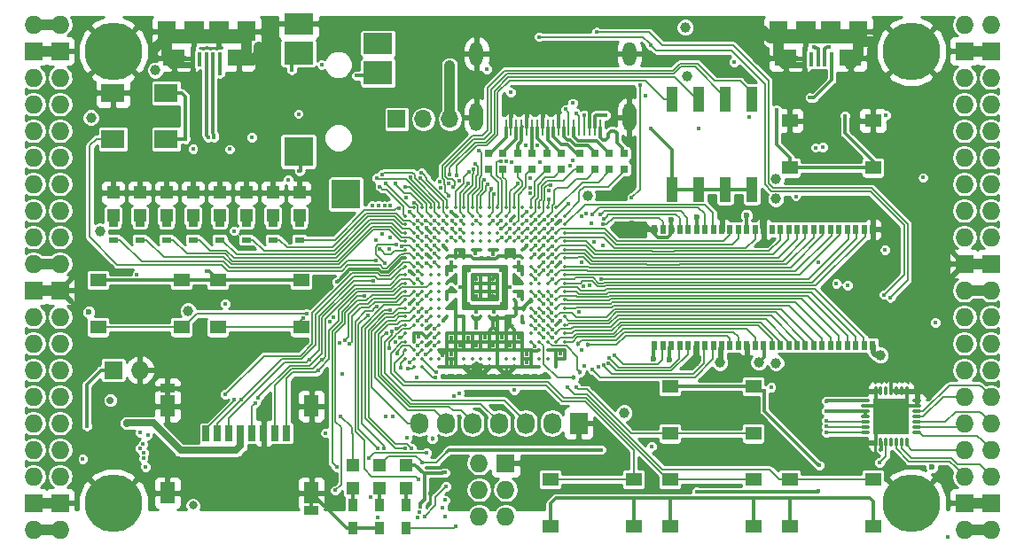
<source format=gtl>
G04 #@! TF.GenerationSoftware,KiCad,Pcbnew,5.0.0-rc2-dev-unknown+dfsg1+20180318-2*
G04 #@! TF.CreationDate,2018-04-18T14:44:27+02:00*
G04 #@! TF.ProjectId,ulx3s,756C7833732E6B696361645F70636200,rev?*
G04 #@! TF.SameCoordinates,Original*
G04 #@! TF.FileFunction,Copper,L1,Top,Signal*
G04 #@! TF.FilePolarity,Positive*
%FSLAX46Y46*%
G04 Gerber Fmt 4.6, Leading zero omitted, Abs format (unit mm)*
G04 Created by KiCad (PCBNEW 5.0.0-rc2-dev-unknown+dfsg1+20180318-2) date Wed Apr 18 14:44:27 2018*
%MOMM*%
%LPD*%
G01*
G04 APERTURE LIST*
%ADD10R,1.700000X1.700000*%
%ADD11O,1.700000X1.700000*%
%ADD12O,1.727200X1.727200*%
%ADD13R,1.727200X1.727200*%
%ADD14C,5.500000*%
%ADD15R,0.900000X1.200000*%
%ADD16R,2.100000X1.600000*%
%ADD17R,1.900000X1.900000*%
%ADD18R,0.400000X1.350000*%
%ADD19R,1.800000X1.900000*%
%ADD20O,0.850000X0.300000*%
%ADD21O,0.300000X0.850000*%
%ADD22R,1.675000X1.675000*%
%ADD23R,1.727200X2.032000*%
%ADD24O,1.727200X2.032000*%
%ADD25R,1.550000X1.300000*%
%ADD26R,1.120000X2.440000*%
%ADD27C,0.350000*%
%ADD28R,1.200000X1.200000*%
%ADD29R,2.800000X2.000000*%
%ADD30R,2.800000X2.200000*%
%ADD31R,2.800000X2.800000*%
%ADD32O,1.300000X2.700000*%
%ADD33O,1.300000X2.300000*%
%ADD34R,0.250000X1.600000*%
%ADD35R,0.700000X1.500000*%
%ADD36R,1.450000X0.900000*%
%ADD37R,1.450000X2.000000*%
%ADD38R,2.200000X1.800000*%
%ADD39R,0.560000X0.900000*%
%ADD40R,0.900000X0.500000*%
%ADD41R,0.750000X0.800000*%
%ADD42C,0.400000*%
%ADD43C,0.454000*%
%ADD44C,0.600000*%
%ADD45C,1.000000*%
%ADD46C,0.800000*%
%ADD47C,0.700000*%
%ADD48C,0.300000*%
%ADD49C,0.500000*%
%ADD50C,1.000000*%
%ADD51C,0.600000*%
%ADD52C,0.190000*%
%ADD53C,0.200000*%
%ADD54C,0.700000*%
%ADD55C,0.127000*%
%ADD56C,0.180000*%
%ADD57C,0.254000*%
G04 APERTURE END LIST*
D10*
X130056000Y-71725000D03*
D11*
X132596000Y-71725000D03*
X135136000Y-71725000D03*
D12*
X97910000Y-62690000D03*
X95370000Y-62690000D03*
D13*
X97910000Y-65230000D03*
X95370000Y-65230000D03*
D12*
X97910000Y-67770000D03*
X95370000Y-67770000D03*
X97910000Y-70310000D03*
X95370000Y-70310000D03*
X97910000Y-72850000D03*
X95370000Y-72850000D03*
X97910000Y-75390000D03*
X95370000Y-75390000D03*
X97910000Y-77930000D03*
X95370000Y-77930000D03*
X97910000Y-80470000D03*
X95370000Y-80470000D03*
X97910000Y-83010000D03*
X95370000Y-83010000D03*
X97910000Y-85550000D03*
X95370000Y-85550000D03*
D13*
X97910000Y-88090000D03*
X95370000Y-88090000D03*
D12*
X97910000Y-90630000D03*
X95370000Y-90630000D03*
X97910000Y-93170000D03*
X95370000Y-93170000D03*
X97910000Y-95710000D03*
X95370000Y-95710000D03*
X97910000Y-98250000D03*
X95370000Y-98250000D03*
X97910000Y-100790000D03*
X95370000Y-100790000D03*
X97910000Y-103330000D03*
X95370000Y-103330000D03*
X97910000Y-105870000D03*
X95370000Y-105870000D03*
D13*
X97910000Y-108410000D03*
X95370000Y-108410000D03*
D12*
X97910000Y-110950000D03*
X95370000Y-110950000D03*
X184270000Y-110950000D03*
X186810000Y-110950000D03*
D13*
X184270000Y-108410000D03*
X186810000Y-108410000D03*
D12*
X184270000Y-105870000D03*
X186810000Y-105870000D03*
X184270000Y-103330000D03*
X186810000Y-103330000D03*
X184270000Y-100790000D03*
X186810000Y-100790000D03*
X184270000Y-98250000D03*
X186810000Y-98250000D03*
X184270000Y-95710000D03*
X186810000Y-95710000D03*
X184270000Y-93170000D03*
X186810000Y-93170000D03*
X184270000Y-90630000D03*
X186810000Y-90630000D03*
X184270000Y-88090000D03*
X186810000Y-88090000D03*
D13*
X184270000Y-85550000D03*
X186810000Y-85550000D03*
D12*
X184270000Y-83010000D03*
X186810000Y-83010000D03*
X184270000Y-80470000D03*
X186810000Y-80470000D03*
X184270000Y-77930000D03*
X186810000Y-77930000D03*
X184270000Y-75390000D03*
X186810000Y-75390000D03*
X184270000Y-72850000D03*
X186810000Y-72850000D03*
X184270000Y-70310000D03*
X186810000Y-70310000D03*
X184270000Y-67770000D03*
X186810000Y-67770000D03*
D13*
X184270000Y-65230000D03*
X186810000Y-65230000D03*
D12*
X184270000Y-62690000D03*
X186810000Y-62690000D03*
D14*
X102990000Y-108410000D03*
X179190000Y-108410000D03*
X179190000Y-65230000D03*
X102990000Y-65230000D03*
D13*
X102990000Y-95710000D03*
D12*
X105530000Y-95710000D03*
D15*
X128390000Y-108580000D03*
X128390000Y-110780000D03*
X130930000Y-110780000D03*
X130930000Y-108580000D03*
D16*
X114980000Y-65875000D03*
X108780000Y-65875000D03*
D17*
X113080000Y-63325000D03*
X110680000Y-63325000D03*
D18*
X113180000Y-66000000D03*
X112530000Y-66000000D03*
X111880000Y-66000000D03*
X111230000Y-66000000D03*
X110580000Y-66000000D03*
D19*
X115680000Y-63325000D03*
X108080000Y-63325000D03*
D16*
X173400000Y-65875000D03*
X167200000Y-65875000D03*
D17*
X171500000Y-63325000D03*
X169100000Y-63325000D03*
D18*
X171600000Y-66000000D03*
X170950000Y-66000000D03*
X170300000Y-66000000D03*
X169650000Y-66000000D03*
X169000000Y-66000000D03*
D19*
X174100000Y-63325000D03*
X166500000Y-63325000D03*
D13*
X140455000Y-104600000D03*
D12*
X137915000Y-104600000D03*
X140455000Y-107140000D03*
X137915000Y-107140000D03*
X140455000Y-109680000D03*
X137915000Y-109680000D03*
D20*
X179735000Y-101655000D03*
X179735000Y-101155000D03*
X179735000Y-100655000D03*
X179735000Y-100155000D03*
X179735000Y-99655000D03*
X179735000Y-99155000D03*
X179735000Y-98655000D03*
D21*
X178785000Y-97705000D03*
X178285000Y-97705000D03*
X177785000Y-97705000D03*
X177285000Y-97705000D03*
X176785000Y-97705000D03*
X176285000Y-97705000D03*
X175785000Y-97705000D03*
D20*
X174835000Y-98655000D03*
X174835000Y-99155000D03*
X174835000Y-99655000D03*
X174835000Y-100155000D03*
X174835000Y-100655000D03*
X174835000Y-101155000D03*
X174835000Y-101655000D03*
D21*
X175785000Y-102605000D03*
X176285000Y-102605000D03*
X176785000Y-102605000D03*
X177285000Y-102605000D03*
X177785000Y-102605000D03*
X178285000Y-102605000D03*
X178785000Y-102605000D03*
D22*
X176447500Y-99317500D03*
X176447500Y-100992500D03*
X178122500Y-99317500D03*
X178122500Y-100992500D03*
D23*
X147440000Y-100790000D03*
D24*
X144900000Y-100790000D03*
X142360000Y-100790000D03*
X139820000Y-100790000D03*
X137280000Y-100790000D03*
X134740000Y-100790000D03*
X132200000Y-100790000D03*
D25*
X175550000Y-71870000D03*
X175550000Y-76370000D03*
X167590000Y-76370000D03*
X167590000Y-71870000D03*
X101550000Y-91610000D03*
X101550000Y-87110000D03*
X109510000Y-87110000D03*
X109510000Y-91610000D03*
X112980000Y-91610000D03*
X112980000Y-87110000D03*
X120940000Y-87110000D03*
X120940000Y-91610000D03*
X156160000Y-101770000D03*
X156160000Y-97270000D03*
X164120000Y-97270000D03*
X164120000Y-101770000D03*
X164120000Y-106160000D03*
X164120000Y-110660000D03*
X156160000Y-110660000D03*
X156160000Y-106160000D03*
X152690000Y-106160000D03*
X152690000Y-110660000D03*
X144730000Y-110660000D03*
X144730000Y-106160000D03*
X175550000Y-106160000D03*
X175550000Y-110660000D03*
X167590000Y-110660000D03*
X167590000Y-106160000D03*
D26*
X156330000Y-78425000D03*
X163950000Y-69815000D03*
X158870000Y-78425000D03*
X161410000Y-69815000D03*
X161410000Y-78425000D03*
X158870000Y-69815000D03*
X163950000Y-78425000D03*
X156330000Y-69815000D03*
D27*
X131680000Y-80200000D03*
X132480000Y-80200000D03*
X133280000Y-80200000D03*
X134080000Y-80200000D03*
X134880000Y-80200000D03*
X135680000Y-80200000D03*
X136480000Y-80200000D03*
X137280000Y-80200000D03*
X138080000Y-80200000D03*
X138880000Y-80200000D03*
X139680000Y-80200000D03*
X140480000Y-80200000D03*
X141280000Y-80200000D03*
X142080000Y-80200000D03*
X142880000Y-80200000D03*
X143680000Y-80200000D03*
X144480000Y-80200000D03*
X145280000Y-80200000D03*
X130880000Y-81000000D03*
X131680000Y-81000000D03*
X132480000Y-81000000D03*
X133280000Y-81000000D03*
X134080000Y-81000000D03*
X134880000Y-81000000D03*
X135680000Y-81000000D03*
X136480000Y-81000000D03*
X137280000Y-81000000D03*
X138080000Y-81000000D03*
X138880000Y-81000000D03*
X139680000Y-81000000D03*
X140480000Y-81000000D03*
X141280000Y-81000000D03*
X142080000Y-81000000D03*
X142880000Y-81000000D03*
X143680000Y-81000000D03*
X144480000Y-81000000D03*
X145280000Y-81000000D03*
X146080000Y-81000000D03*
X130880000Y-81800000D03*
X131680000Y-81800000D03*
X132480000Y-81800000D03*
X133280000Y-81800000D03*
X134080000Y-81800000D03*
X134880000Y-81800000D03*
X135680000Y-81800000D03*
X136480000Y-81800000D03*
X137280000Y-81800000D03*
X138080000Y-81800000D03*
X138880000Y-81800000D03*
X139680000Y-81800000D03*
X140480000Y-81800000D03*
X141280000Y-81800000D03*
X142080000Y-81800000D03*
X142880000Y-81800000D03*
X143680000Y-81800000D03*
X144480000Y-81800000D03*
X145280000Y-81800000D03*
X146080000Y-81800000D03*
X130880000Y-82600000D03*
X131680000Y-82600000D03*
X132480000Y-82600000D03*
X133280000Y-82600000D03*
X134080000Y-82600000D03*
X134880000Y-82600000D03*
X135680000Y-82600000D03*
X136480000Y-82600000D03*
X137280000Y-82600000D03*
X138080000Y-82600000D03*
X138880000Y-82600000D03*
X139680000Y-82600000D03*
X140480000Y-82600000D03*
X141280000Y-82600000D03*
X142080000Y-82600000D03*
X142880000Y-82600000D03*
X143680000Y-82600000D03*
X144480000Y-82600000D03*
X145280000Y-82600000D03*
X146080000Y-82600000D03*
X130880000Y-83400000D03*
X131680000Y-83400000D03*
X132480000Y-83400000D03*
X133280000Y-83400000D03*
X134080000Y-83400000D03*
X134880000Y-83400000D03*
X135680000Y-83400000D03*
X136480000Y-83400000D03*
X137280000Y-83400000D03*
X138080000Y-83400000D03*
X138880000Y-83400000D03*
X139680000Y-83400000D03*
X140480000Y-83400000D03*
X141280000Y-83400000D03*
X142080000Y-83400000D03*
X142880000Y-83400000D03*
X143680000Y-83400000D03*
X144480000Y-83400000D03*
X145280000Y-83400000D03*
X146080000Y-83400000D03*
X130880000Y-84200000D03*
X131680000Y-84200000D03*
X132480000Y-84200000D03*
X133280000Y-84200000D03*
X134080000Y-84200000D03*
X134880000Y-84200000D03*
X135680000Y-84200000D03*
X136480000Y-84200000D03*
X137280000Y-84200000D03*
X138080000Y-84200000D03*
X138880000Y-84200000D03*
X139680000Y-84200000D03*
X140480000Y-84200000D03*
X141280000Y-84200000D03*
X142080000Y-84200000D03*
X142880000Y-84200000D03*
X143680000Y-84200000D03*
X144480000Y-84200000D03*
X145280000Y-84200000D03*
X146080000Y-84200000D03*
X130880000Y-85000000D03*
X131680000Y-85000000D03*
X132480000Y-85000000D03*
X133280000Y-85000000D03*
X134080000Y-85000000D03*
X134880000Y-85000000D03*
X135680000Y-85000000D03*
X136480000Y-85000000D03*
X137280000Y-85000000D03*
X138080000Y-85000000D03*
X138880000Y-85000000D03*
X139680000Y-85000000D03*
X140480000Y-85000000D03*
X141280000Y-85000000D03*
X142080000Y-85000000D03*
X142880000Y-85000000D03*
X143680000Y-85000000D03*
X144480000Y-85000000D03*
X145280000Y-85000000D03*
X146080000Y-85000000D03*
X130880000Y-85800000D03*
X131680000Y-85800000D03*
X132480000Y-85800000D03*
X133280000Y-85800000D03*
X134080000Y-85800000D03*
X134880000Y-85800000D03*
X135680000Y-85800000D03*
X136480000Y-85800000D03*
X137280000Y-85800000D03*
X138080000Y-85800000D03*
X138880000Y-85800000D03*
X139680000Y-85800000D03*
X140480000Y-85800000D03*
X141280000Y-85800000D03*
X142080000Y-85800000D03*
X142880000Y-85800000D03*
X143680000Y-85800000D03*
X144480000Y-85800000D03*
X145280000Y-85800000D03*
X146080000Y-85800000D03*
X130880000Y-86600000D03*
X131680000Y-86600000D03*
X132480000Y-86600000D03*
X133280000Y-86600000D03*
X134080000Y-86600000D03*
X134880000Y-86600000D03*
X135680000Y-86600000D03*
X136480000Y-86600000D03*
X137280000Y-86600000D03*
X138080000Y-86600000D03*
X138880000Y-86600000D03*
X139680000Y-86600000D03*
X140480000Y-86600000D03*
X141280000Y-86600000D03*
X142080000Y-86600000D03*
X142880000Y-86600000D03*
X143680000Y-86600000D03*
X144480000Y-86600000D03*
X145280000Y-86600000D03*
X146080000Y-86600000D03*
X130880000Y-87400000D03*
X131680000Y-87400000D03*
X132480000Y-87400000D03*
X133280000Y-87400000D03*
X134080000Y-87400000D03*
X134880000Y-87400000D03*
X135680000Y-87400000D03*
X136480000Y-87400000D03*
X137280000Y-87400000D03*
X138080000Y-87400000D03*
X138880000Y-87400000D03*
X139680000Y-87400000D03*
X140480000Y-87400000D03*
X141280000Y-87400000D03*
X142080000Y-87400000D03*
X142880000Y-87400000D03*
X143680000Y-87400000D03*
X144480000Y-87400000D03*
X145280000Y-87400000D03*
X146080000Y-87400000D03*
X130880000Y-88200000D03*
X131680000Y-88200000D03*
X132480000Y-88200000D03*
X133280000Y-88200000D03*
X134080000Y-88200000D03*
X134880000Y-88200000D03*
X135680000Y-88200000D03*
X136480000Y-88200000D03*
X137280000Y-88200000D03*
X138080000Y-88200000D03*
X138880000Y-88200000D03*
X139680000Y-88200000D03*
X140480000Y-88200000D03*
X141280000Y-88200000D03*
X142080000Y-88200000D03*
X142880000Y-88200000D03*
X143680000Y-88200000D03*
X144480000Y-88200000D03*
X145280000Y-88200000D03*
X146080000Y-88200000D03*
X130880000Y-89000000D03*
X131680000Y-89000000D03*
X132480000Y-89000000D03*
X133280000Y-89000000D03*
X134080000Y-89000000D03*
X134880000Y-89000000D03*
X135680000Y-89000000D03*
X136480000Y-89000000D03*
X137280000Y-89000000D03*
X138080000Y-89000000D03*
X138880000Y-89000000D03*
X139680000Y-89000000D03*
X140480000Y-89000000D03*
X141280000Y-89000000D03*
X142080000Y-89000000D03*
X142880000Y-89000000D03*
X143680000Y-89000000D03*
X144480000Y-89000000D03*
X145280000Y-89000000D03*
X146080000Y-89000000D03*
X130880000Y-89800000D03*
X131680000Y-89800000D03*
X132480000Y-89800000D03*
X133280000Y-89800000D03*
X134080000Y-89800000D03*
X134880000Y-89800000D03*
X135680000Y-89800000D03*
X136480000Y-89800000D03*
X137280000Y-89800000D03*
X138080000Y-89800000D03*
X138880000Y-89800000D03*
X139680000Y-89800000D03*
X140480000Y-89800000D03*
X141280000Y-89800000D03*
X142080000Y-89800000D03*
X142880000Y-89800000D03*
X143680000Y-89800000D03*
X144480000Y-89800000D03*
X145280000Y-89800000D03*
X146080000Y-89800000D03*
X130880000Y-90600000D03*
X131680000Y-90600000D03*
X132480000Y-90600000D03*
X133280000Y-90600000D03*
X134080000Y-90600000D03*
X134880000Y-90600000D03*
X135680000Y-90600000D03*
X136480000Y-90600000D03*
X137280000Y-90600000D03*
X138080000Y-90600000D03*
X138880000Y-90600000D03*
X139680000Y-90600000D03*
X140480000Y-90600000D03*
X141280000Y-90600000D03*
X142080000Y-90600000D03*
X142880000Y-90600000D03*
X143680000Y-90600000D03*
X144480000Y-90600000D03*
X145280000Y-90600000D03*
X146080000Y-90600000D03*
X130880000Y-91400000D03*
X131680000Y-91400000D03*
X132480000Y-91400000D03*
X133280000Y-91400000D03*
X134080000Y-91400000D03*
X142880000Y-91400000D03*
X143680000Y-91400000D03*
X144480000Y-91400000D03*
X145280000Y-91400000D03*
X146080000Y-91400000D03*
X130880000Y-92200000D03*
X131680000Y-92200000D03*
X132480000Y-92200000D03*
X133280000Y-92200000D03*
X134080000Y-92200000D03*
X134880000Y-92200000D03*
X135680000Y-92200000D03*
X136480000Y-92200000D03*
X137280000Y-92200000D03*
X138080000Y-92200000D03*
X138880000Y-92200000D03*
X139680000Y-92200000D03*
X140480000Y-92200000D03*
X141280000Y-92200000D03*
X142080000Y-92200000D03*
X142880000Y-92200000D03*
X143680000Y-92200000D03*
X144480000Y-92200000D03*
X145280000Y-92200000D03*
X146080000Y-92200000D03*
X130880000Y-93000000D03*
X131680000Y-93000000D03*
X132480000Y-93000000D03*
X133280000Y-93000000D03*
X134080000Y-93000000D03*
X134880000Y-93000000D03*
X135680000Y-93000000D03*
X136480000Y-93000000D03*
X137280000Y-93000000D03*
X138080000Y-93000000D03*
X138880000Y-93000000D03*
X139680000Y-93000000D03*
X140480000Y-93000000D03*
X141280000Y-93000000D03*
X142080000Y-93000000D03*
X142880000Y-93000000D03*
X143680000Y-93000000D03*
X144480000Y-93000000D03*
X145280000Y-93000000D03*
X146080000Y-93000000D03*
X130880000Y-93800000D03*
X131680000Y-93800000D03*
X132480000Y-93800000D03*
X133280000Y-93800000D03*
X134080000Y-93800000D03*
X134880000Y-93800000D03*
X135680000Y-93800000D03*
X136480000Y-93800000D03*
X137280000Y-93800000D03*
X138080000Y-93800000D03*
X138880000Y-93800000D03*
X139680000Y-93800000D03*
X140480000Y-93800000D03*
X141280000Y-93800000D03*
X142080000Y-93800000D03*
X142880000Y-93800000D03*
X143680000Y-93800000D03*
X144480000Y-93800000D03*
X145280000Y-93800000D03*
X146080000Y-93800000D03*
X130880000Y-94600000D03*
X131680000Y-94600000D03*
X132480000Y-94600000D03*
X133280000Y-94600000D03*
X134080000Y-94600000D03*
X134880000Y-94600000D03*
X135680000Y-94600000D03*
X136480000Y-94600000D03*
X137280000Y-94600000D03*
X138080000Y-94600000D03*
X138880000Y-94600000D03*
X139680000Y-94600000D03*
X140480000Y-94600000D03*
X141280000Y-94600000D03*
X142080000Y-94600000D03*
X142880000Y-94600000D03*
X143680000Y-94600000D03*
X144480000Y-94600000D03*
X145280000Y-94600000D03*
X146080000Y-94600000D03*
X131680000Y-95400000D03*
X132480000Y-95400000D03*
X134080000Y-95400000D03*
X134880000Y-95400000D03*
X135680000Y-95400000D03*
X136480000Y-95400000D03*
X138880000Y-95400000D03*
X139680000Y-95400000D03*
X141280000Y-95400000D03*
X142080000Y-95400000D03*
X142880000Y-95400000D03*
X143680000Y-95400000D03*
X145280000Y-95400000D03*
D28*
X125850000Y-104770000D03*
X125850000Y-106970000D03*
D15*
X125850000Y-108580000D03*
X125850000Y-110780000D03*
D28*
X128390000Y-104770000D03*
X128390000Y-106970000D03*
X120770000Y-80935000D03*
X120770000Y-78735000D03*
X118230000Y-80935000D03*
X118230000Y-78735000D03*
X115690000Y-80935000D03*
X115690000Y-78735000D03*
X113150000Y-80935000D03*
X113150000Y-78735000D03*
X110610000Y-80935000D03*
X110610000Y-78735000D03*
X108070000Y-80935000D03*
X108070000Y-78735000D03*
X105530000Y-80935000D03*
X105530000Y-78735000D03*
X102990000Y-80935000D03*
X102990000Y-78735000D03*
X130930000Y-104770000D03*
X130930000Y-106970000D03*
D29*
X120668000Y-62618000D03*
D30*
X120668000Y-65418000D03*
D31*
X120668000Y-74818000D03*
X125218000Y-78918000D03*
D30*
X128268000Y-67318000D03*
D29*
X128268000Y-64518000D03*
D32*
X152280000Y-71550000D03*
X137680000Y-71550000D03*
D33*
X137680000Y-65500000D03*
D34*
X140480000Y-72500000D03*
X140980000Y-72500000D03*
X141480000Y-72500000D03*
X141980000Y-72500000D03*
X142480000Y-72500000D03*
X142980000Y-72500000D03*
X143480000Y-72500000D03*
X143980000Y-72500000D03*
X144480000Y-72500000D03*
X144980000Y-72500000D03*
X145480000Y-72500000D03*
X145980000Y-72500000D03*
X146480000Y-72500000D03*
X146980000Y-72500000D03*
X147480000Y-72500000D03*
X147980000Y-72500000D03*
X148480000Y-72500000D03*
X148980000Y-72500000D03*
X149480000Y-72500000D03*
D33*
X152280000Y-65500000D03*
D35*
X111850000Y-101750000D03*
X112950000Y-101750000D03*
X114050000Y-101750000D03*
X115150000Y-101750000D03*
X116250000Y-101750000D03*
X117350000Y-101750000D03*
X118450000Y-101750000D03*
X119550000Y-101750000D03*
D36*
X108175000Y-97450000D03*
X121925000Y-109150000D03*
D37*
X121925000Y-99150000D03*
X108175000Y-99150000D03*
X108175000Y-107450000D03*
X121925000Y-107450000D03*
D38*
X108040000Y-69220000D03*
X102960000Y-69220000D03*
X102960000Y-73620000D03*
X108040000Y-73620000D03*
D39*
X175493000Y-82270000D03*
X154693000Y-93330000D03*
X155493000Y-93330000D03*
X156293000Y-93330000D03*
X157093000Y-93330000D03*
X157893000Y-93330000D03*
X158693000Y-93330000D03*
X159493000Y-93330000D03*
X160293000Y-93330000D03*
X161093000Y-93330000D03*
X161893000Y-93330000D03*
X162693000Y-93330000D03*
X163493000Y-93330000D03*
X164293000Y-93330000D03*
X165093000Y-93330000D03*
X165893000Y-93330000D03*
X166693000Y-93330000D03*
X167493000Y-93330000D03*
X168293000Y-93330000D03*
X169093000Y-93330000D03*
X169893000Y-93330000D03*
X170693000Y-93330000D03*
X171493000Y-93330000D03*
X172293000Y-93330000D03*
X173093000Y-93330000D03*
X173893000Y-93330000D03*
X174693000Y-93330000D03*
X175493000Y-93330000D03*
X174693000Y-82270000D03*
X173893000Y-82270000D03*
X173093000Y-82270000D03*
X172293000Y-82270000D03*
X171493000Y-82270000D03*
X170693000Y-82270000D03*
X169893000Y-82270000D03*
X169093000Y-82270000D03*
X168293000Y-82270000D03*
X167493000Y-82270000D03*
X166693000Y-82270000D03*
X165893000Y-82270000D03*
X165093000Y-82270000D03*
X164293000Y-82270000D03*
X163493000Y-82270000D03*
X162693000Y-82270000D03*
X161893000Y-82270000D03*
X161093000Y-82270000D03*
X160293000Y-82270000D03*
X159493000Y-82270000D03*
X158693000Y-82270000D03*
X157893000Y-82270000D03*
X157093000Y-82270000D03*
X156293000Y-82270000D03*
X155493000Y-82270000D03*
X154693000Y-82270000D03*
D40*
X120770000Y-83252000D03*
X120770000Y-81752000D03*
X118230000Y-83252000D03*
X118230000Y-81752000D03*
X115690000Y-83252000D03*
X115690000Y-81752000D03*
X113150000Y-83252000D03*
X113150000Y-81752000D03*
X110610000Y-83252000D03*
X110610000Y-81752000D03*
X108070000Y-83252000D03*
X108070000Y-81752000D03*
X105530000Y-83252000D03*
X105530000Y-81752000D03*
X102990000Y-83252000D03*
X102990000Y-81752000D03*
D41*
X150361000Y-75021000D03*
X150361000Y-76521000D03*
X151758000Y-75021000D03*
X151758000Y-76521000D03*
X140201000Y-75021000D03*
X140201000Y-76521000D03*
X142995000Y-75021000D03*
X142995000Y-76521000D03*
X145789000Y-75021000D03*
X145789000Y-76521000D03*
X148964000Y-75021000D03*
X148964000Y-76521000D03*
X138804000Y-75021000D03*
X138804000Y-76521000D03*
X141598000Y-75021000D03*
X141598000Y-76521000D03*
X144392000Y-75021000D03*
X144392000Y-76521000D03*
X147567000Y-75009000D03*
X147567000Y-76509000D03*
D42*
X124632693Y-93120351D03*
X138480000Y-92600000D03*
X140080000Y-92600000D03*
X135280000Y-87000000D03*
X145687392Y-90996646D03*
D43*
X141675979Y-86986521D03*
D42*
X140876932Y-84552536D03*
X132882184Y-84635369D03*
X132879996Y-82103336D03*
X140922639Y-81447441D03*
X177287984Y-96778661D03*
D44*
X152510125Y-81695229D03*
D42*
X141740000Y-70201000D03*
X131264297Y-86227110D03*
X173856000Y-71538990D03*
D45*
X164947008Y-63194069D03*
X175494572Y-64322557D03*
D42*
X135342764Y-89381630D03*
X144103496Y-84660400D03*
D45*
X177658444Y-82281349D03*
D42*
X145680000Y-81405125D03*
X145691238Y-94166752D03*
D45*
X162956098Y-95078488D03*
X158539988Y-94868772D03*
D44*
X161075765Y-80992022D03*
X164882869Y-80938986D03*
X156262773Y-81349374D03*
X123437000Y-108972000D03*
D42*
X135281276Y-80583119D03*
X131279502Y-89407325D03*
X170309539Y-85441529D03*
X145672808Y-85396062D03*
X133216000Y-107465000D03*
X137680000Y-88600000D03*
X142480000Y-95000000D03*
X141680000Y-92600000D03*
X135284627Y-94985297D03*
X135288625Y-94225619D03*
X134455822Y-94267172D03*
X136095958Y-93369652D03*
D43*
X139264636Y-91615205D03*
D45*
X116880503Y-64802940D03*
X106974809Y-64953974D03*
D42*
X140874194Y-91433353D03*
X142480000Y-94200000D03*
X140880000Y-93400000D03*
X139280000Y-93400000D03*
X137680000Y-93400000D03*
X136880000Y-92600000D03*
X135280000Y-92600000D03*
X132880000Y-91800000D03*
X132880000Y-93400000D03*
D43*
X139280000Y-87000000D03*
X137680000Y-87000000D03*
X136080000Y-84600000D03*
X139280000Y-88600000D03*
D45*
X107021491Y-67043629D03*
D42*
X172047074Y-87438453D03*
D45*
X166255545Y-79350736D03*
X166275426Y-77452540D03*
X157807568Y-67669269D03*
X101707889Y-82423180D03*
X166284693Y-95025145D03*
D42*
X150030853Y-71331848D03*
D45*
X157600000Y-62944000D03*
D44*
X181155918Y-104980708D03*
D42*
X171089123Y-98665996D03*
X171089123Y-99619659D03*
D45*
X135105588Y-66616618D03*
D42*
X181491000Y-91156000D03*
X140936031Y-69178713D03*
X138653686Y-66932248D03*
X135279386Y-87846456D03*
X119692151Y-77494120D03*
X113660608Y-89375718D03*
D45*
X148268387Y-79050018D03*
D42*
X137659051Y-91638034D03*
X158870000Y-72596000D03*
X114513935Y-82409431D03*
X109840000Y-73620000D03*
X132110753Y-92527478D03*
X165803369Y-97344883D03*
D45*
X160905403Y-95006436D03*
D44*
X158731133Y-81048929D03*
X154593901Y-94607945D03*
X156088245Y-94762980D03*
D45*
X164625730Y-94982471D03*
D44*
X163462982Y-80942429D03*
D45*
X176254940Y-94288458D03*
D46*
X110593913Y-108636458D03*
D42*
X180340784Y-77316932D03*
X173137949Y-87594275D03*
D47*
X102710050Y-98594954D03*
D42*
X129005202Y-100174798D03*
X176305593Y-103279812D03*
X100080000Y-104200000D03*
X139272517Y-84611349D03*
X141680000Y-86200000D03*
X132880000Y-92600000D03*
X141680000Y-88600000D03*
X141680000Y-85400000D03*
X130019546Y-91732979D03*
X121431221Y-90311593D03*
X130384540Y-92584728D03*
X121088335Y-90753785D03*
X146394787Y-97333919D03*
X143300000Y-86220000D03*
X144891603Y-91881937D03*
X147175985Y-97333919D03*
X147700000Y-93820000D03*
X142107219Y-91201016D03*
D45*
X110128890Y-90028152D03*
D42*
X142480000Y-83800000D03*
X134480000Y-83800000D03*
X134480000Y-91000000D03*
X120664983Y-71227362D03*
X122926177Y-66532317D03*
X153843282Y-69469828D03*
X105245010Y-86595559D03*
X169517039Y-69686488D03*
X170362901Y-107286196D03*
X158716651Y-107325176D03*
X136028224Y-97922729D03*
X128216338Y-109760338D03*
X132708000Y-109680000D03*
X134750646Y-106810513D03*
X133680000Y-91800000D03*
X135517016Y-98167170D03*
X134675868Y-108131585D03*
D43*
X133449289Y-102232615D03*
D42*
X133680000Y-92600000D03*
X132928488Y-103601340D03*
X127419091Y-104077728D03*
X133685482Y-93402296D03*
X134463998Y-108841973D03*
X131986331Y-96404793D03*
X131039072Y-102187000D03*
X134636872Y-109719950D03*
X132846234Y-94197073D03*
X176700000Y-84220000D03*
X143260000Y-84620000D03*
X120739932Y-76694083D03*
X126204504Y-67585368D03*
X147983153Y-71347080D03*
X147186000Y-71200000D03*
X127810351Y-87182069D03*
X121687479Y-94718249D03*
X132083026Y-86260405D03*
X116569594Y-98828850D03*
X113700000Y-98020000D03*
X122932649Y-94724357D03*
X124849021Y-96102869D03*
X122527919Y-95725900D03*
X113157250Y-67343629D03*
X116198000Y-73474420D03*
X127586603Y-107875044D03*
X146180000Y-70800000D03*
X131453853Y-103208291D03*
X149787294Y-81774991D03*
X144080000Y-86200000D03*
X149553145Y-86989440D03*
X144894316Y-86977564D03*
X144896700Y-83863953D03*
X149527221Y-80838006D03*
D43*
X147343891Y-93217126D03*
D42*
X144113248Y-92588762D03*
X149853189Y-81252115D03*
X144875155Y-86292748D03*
X144916886Y-83019942D03*
X148696112Y-80861847D03*
D43*
X148349010Y-93322307D03*
D42*
X144882352Y-92577990D03*
X144902941Y-91037926D03*
X148747982Y-95669626D03*
X144867244Y-90193915D03*
X149795895Y-95251084D03*
X144856756Y-89349904D03*
X150278898Y-95040253D03*
X150345974Y-94517527D03*
X144877648Y-88622010D03*
X150889207Y-94332565D03*
X143280000Y-87000000D03*
X129972715Y-93035096D03*
X131084713Y-95564177D03*
X130422000Y-95456000D03*
X131316164Y-94959140D03*
X130123373Y-94122671D03*
X132031990Y-93400000D03*
X129362027Y-93645784D03*
X141280657Y-97642010D03*
X133852393Y-95875797D03*
X133762848Y-96395146D03*
X132080000Y-94200000D03*
X128452683Y-84116867D03*
X105890482Y-103613569D03*
X129449238Y-89937935D03*
X130839477Y-103208987D03*
X132075624Y-89410644D03*
X128806823Y-103185900D03*
X128136791Y-89611518D03*
X132162861Y-106185868D03*
X132880000Y-88600000D03*
X126970181Y-88659309D03*
X124322162Y-105002357D03*
X132080000Y-87000000D03*
X125525099Y-93236764D03*
X124202418Y-107207639D03*
X110599084Y-74589383D03*
X132024412Y-109766775D03*
X114104080Y-74612196D03*
X132219727Y-109277292D03*
X115190634Y-98572389D03*
X131677570Y-79697994D03*
X132088008Y-81408008D03*
X132079995Y-82103334D03*
X132872609Y-82947347D03*
X133664491Y-81414685D03*
X133648389Y-82190597D03*
X131353451Y-77264702D03*
X129920953Y-77910818D03*
X129568570Y-92005655D03*
X132880000Y-91000000D03*
X129055731Y-92162718D03*
X132077338Y-91002010D03*
X131265176Y-80621782D03*
X130272149Y-80238214D03*
X128091794Y-85277024D03*
X132089786Y-85479378D03*
X146880000Y-70200000D03*
X134250176Y-78253806D03*
X163703220Y-71542164D03*
X134433979Y-82180155D03*
X135656559Y-110610712D03*
X149577281Y-103320847D03*
X132468001Y-104503413D03*
D47*
X104260000Y-100790000D03*
D42*
X114560994Y-98539563D03*
X116800000Y-98320000D03*
X111895217Y-86253790D03*
X170383147Y-104803648D03*
X165170594Y-97666317D03*
X169506589Y-107953726D03*
X170026483Y-74446860D03*
X142571021Y-82204353D03*
X143287402Y-83042010D03*
X154425580Y-102987766D03*
X168166438Y-79108038D03*
X112614274Y-73474420D03*
X112074854Y-73474420D03*
X176185734Y-104520755D03*
X143269694Y-93414905D03*
X171089123Y-101653244D03*
X143280000Y-91800000D03*
X171089123Y-101086833D03*
X144064831Y-91877646D03*
X171089123Y-100559822D03*
X144080000Y-90956495D03*
X135315381Y-82193851D03*
X135414395Y-78229653D03*
X135132058Y-76987187D03*
X136124555Y-82260038D03*
X135778528Y-77069750D03*
X136080000Y-83000000D03*
X142785835Y-77341923D03*
X170739071Y-74406366D03*
X142460000Y-83020000D03*
X143280000Y-83800000D03*
X169919000Y-64849000D03*
X171316000Y-64849000D03*
X125110333Y-92897638D03*
X124361185Y-87274371D03*
X124361184Y-87274370D03*
X182675150Y-111637626D03*
X172853718Y-71407275D03*
X166353476Y-70835462D03*
X123273881Y-101715917D03*
X129660000Y-100155000D03*
X128247798Y-103208979D03*
X127301115Y-90454353D03*
X132084049Y-88558274D03*
X120008000Y-67008000D03*
X129437600Y-79946788D03*
X133680000Y-83000000D03*
X128908575Y-79985477D03*
X133680000Y-83800000D03*
X128328791Y-79953099D03*
X130487935Y-83869856D03*
X127749884Y-79991140D03*
X128913013Y-85505853D03*
X129992018Y-83691508D03*
X133680000Y-85400000D03*
X136080000Y-87800000D03*
X137624890Y-90122896D03*
X139322319Y-90164039D03*
X140080000Y-89400000D03*
X136880000Y-89400000D03*
X140896226Y-87816226D03*
D43*
X136938110Y-86196311D03*
D42*
X140014602Y-86192969D03*
D45*
X151758000Y-99774000D03*
D42*
X135021320Y-79024950D03*
X135280000Y-83022010D03*
X154298000Y-72596000D03*
X100450000Y-101044000D03*
X132285867Y-108754446D03*
X134707351Y-105508447D03*
X139280000Y-81400000D03*
X139314656Y-78918689D03*
X139039938Y-78419090D03*
X138722927Y-77981589D03*
X138405916Y-77551542D03*
X137925244Y-74739570D03*
X137680000Y-81400000D03*
X137528501Y-75984774D03*
X137358104Y-76483473D03*
X136939551Y-76803711D03*
X136894606Y-77861070D03*
X136233339Y-81437235D03*
X136050594Y-77644475D03*
X135359567Y-81395445D03*
X135034780Y-77831198D03*
X134508502Y-81406751D03*
X134177298Y-77721089D03*
D43*
X146942280Y-96452058D03*
X147534467Y-95913260D03*
D42*
X147928857Y-95339016D03*
X143322010Y-91000657D03*
X149284391Y-95377990D03*
X144077013Y-90266968D03*
X147430953Y-90112484D03*
X144076240Y-89395301D03*
X143322010Y-90201951D03*
X147910791Y-87683418D03*
X144082832Y-88584510D03*
X148483539Y-87623462D03*
X143322010Y-88595030D03*
X144102010Y-85397219D03*
X144889349Y-85448737D03*
X147687390Y-85374093D03*
X144912409Y-84657964D03*
X149732494Y-83807694D03*
X148921512Y-83442010D03*
X144103186Y-83777990D03*
X144131413Y-83000000D03*
X148610661Y-81705858D03*
X144888125Y-82175931D03*
X144176662Y-82199998D03*
X148175253Y-80781550D03*
X144887777Y-81331919D03*
X147688311Y-80983115D03*
X142450323Y-81420000D03*
X142811300Y-78846033D03*
X142784407Y-78283067D03*
X142460000Y-80620000D03*
X144138346Y-81383767D03*
X144606344Y-78517346D03*
X144791531Y-78023942D03*
X146587441Y-76174058D03*
X143332651Y-82197990D03*
X143294334Y-81377293D03*
X146901448Y-75654906D03*
X143708879Y-75817300D03*
X141727010Y-82998875D03*
X141727010Y-82194937D03*
X140028978Y-82200000D03*
X141624813Y-77914503D03*
X142418848Y-74257965D03*
X140861329Y-83041266D03*
X143457010Y-74219135D03*
X140872990Y-82177164D03*
X132309031Y-77342560D03*
X132428734Y-76829323D03*
X128644933Y-77015661D03*
X128152012Y-77332672D03*
X128446805Y-78179514D03*
X128961752Y-77878818D03*
X130878594Y-78253288D03*
X132820479Y-81400981D03*
X130952639Y-79249008D03*
X129458086Y-83004065D03*
X132079024Y-82947345D03*
X105572759Y-101661319D03*
X132881746Y-83791358D03*
X128691780Y-82737217D03*
X106276126Y-101893466D03*
X105840996Y-102767214D03*
X129302562Y-84153497D03*
X132083682Y-83791356D03*
X128062071Y-83328884D03*
X105553144Y-103208669D03*
X132092886Y-84635367D03*
X105847765Y-104138847D03*
X133671942Y-84595200D03*
X132896883Y-85469380D03*
X106088753Y-104974041D03*
X123709657Y-91064721D03*
X124707442Y-100126977D03*
X132900000Y-90180000D03*
X124015020Y-90635192D03*
X132100000Y-90157990D03*
X139992737Y-75748003D03*
X162271466Y-66284958D03*
X140028978Y-81400000D03*
X140517734Y-75793988D03*
X176797084Y-71341791D03*
X153261256Y-68515816D03*
X176605426Y-88507160D03*
X154329326Y-64643767D03*
X152497066Y-79193467D03*
X146481406Y-79819384D03*
X143650666Y-63862520D03*
X177211069Y-88764025D03*
X141042112Y-75846610D03*
X140060000Y-83020000D03*
X149134122Y-63424051D03*
X144606344Y-79361357D03*
D45*
X100855891Y-71574861D03*
D42*
X135280000Y-85400000D03*
D44*
X100652119Y-90162239D03*
D42*
X137550785Y-84577294D03*
X135280000Y-86200000D03*
D48*
X138480000Y-92200000D02*
X138880000Y-92200000D01*
X138080000Y-92200000D02*
X138480000Y-92200000D01*
X138480000Y-92200000D02*
X138480000Y-92600000D01*
X140080000Y-92200000D02*
X140480000Y-92200000D01*
X139680000Y-92200000D02*
X140080000Y-92200000D01*
X140080000Y-92200000D02*
X140080000Y-92600000D01*
X139680000Y-95400000D02*
X141280000Y-95400000D01*
X136480000Y-95400000D02*
X138880000Y-95400000D01*
X140480000Y-92200000D02*
X140480000Y-91827547D01*
X140480000Y-91827547D02*
X140874194Y-91433353D01*
X141280000Y-92200000D02*
X141280000Y-91839159D01*
X141280000Y-91839159D02*
X140874194Y-91433353D01*
X139680000Y-92200000D02*
X139680000Y-92030569D01*
X139680000Y-92030569D02*
X139264636Y-91615205D01*
X138880000Y-92200000D02*
X138880000Y-91999841D01*
X138880000Y-91999841D02*
X139264636Y-91615205D01*
X139680000Y-90600000D02*
X139680000Y-92200000D01*
X135680000Y-90600000D02*
X135680000Y-92200000D01*
X135342764Y-89381630D02*
X135342764Y-89462764D01*
X135342764Y-89462764D02*
X135680000Y-89800000D01*
X135342764Y-89381630D02*
X135342764Y-89337236D01*
X135342764Y-89337236D02*
X135680000Y-89000000D01*
X135342764Y-89381630D02*
X135298370Y-89381630D01*
X135298370Y-89381630D02*
X134880000Y-89800000D01*
X135680000Y-89800000D02*
X135280000Y-89800000D01*
X135280000Y-89800000D02*
X134880000Y-89800000D01*
X135280000Y-89727236D02*
X135280000Y-89800000D01*
X135342764Y-89381630D02*
X135342764Y-89664472D01*
X135342764Y-89664472D02*
X135280000Y-89727236D01*
X135280000Y-87000000D02*
X135680000Y-86600000D01*
X135280000Y-87000000D02*
X134880000Y-87400000D01*
X135680000Y-87000000D02*
X135680000Y-87400000D01*
X135680000Y-86600000D02*
X135680000Y-87000000D01*
X135680000Y-87000000D02*
X135280000Y-87000000D01*
X139680000Y-90600000D02*
X139830784Y-90750784D01*
X139830784Y-90750784D02*
X140329216Y-90750784D01*
X140329216Y-90750784D02*
X140480000Y-90600000D01*
X145683354Y-90996646D02*
X145687392Y-90996646D01*
X145280000Y-91400000D02*
X145683354Y-90996646D01*
X141675979Y-86986521D02*
X141675979Y-87004021D01*
X141675979Y-87004021D02*
X141280000Y-87400000D01*
X141675979Y-86986521D02*
X141675979Y-86995979D01*
X141675979Y-86995979D02*
X142080000Y-87400000D01*
X141666521Y-86986521D02*
X141675979Y-86986521D01*
X141280000Y-86600000D02*
X141666521Y-86986521D01*
X140927464Y-84552536D02*
X140876932Y-84552536D01*
X141280000Y-84200000D02*
X140927464Y-84552536D01*
X133280000Y-85000000D02*
X132915369Y-84635369D01*
X132915369Y-84635369D02*
X132882184Y-84635369D01*
X133280000Y-82600000D02*
X132879996Y-82199996D01*
X132879996Y-82199996D02*
X132879996Y-82103336D01*
X141280000Y-81000000D02*
X140922639Y-81357361D01*
X140922639Y-81357361D02*
X140922639Y-81447441D01*
X177285000Y-96781645D02*
X177287984Y-96778661D01*
X177285000Y-97705000D02*
X177285000Y-96781645D01*
D49*
X184230000Y-85550000D02*
X182920003Y-84240003D01*
X182920003Y-84240003D02*
X182920003Y-84225534D01*
D48*
X184270000Y-85550000D02*
X184230000Y-85550000D01*
D49*
X184270000Y-85610000D02*
X182952738Y-86927262D01*
X182952738Y-86927262D02*
X182916738Y-86927262D01*
D48*
X184270000Y-85550000D02*
X184270000Y-85610000D01*
D49*
X97910000Y-88090000D02*
X99203955Y-86796045D01*
X99203955Y-86796045D02*
X99203955Y-86791266D01*
D48*
X155962030Y-83029572D02*
X155023970Y-83029572D01*
X155023970Y-83029572D02*
X153689627Y-81695229D01*
X156205000Y-82786602D02*
X155962030Y-83029572D01*
X153689627Y-81695229D02*
X152934389Y-81695229D01*
X152934389Y-81695229D02*
X152510125Y-81695229D01*
X156205000Y-81920000D02*
X156205000Y-82786602D01*
X140980000Y-71200000D02*
X140980000Y-70961000D01*
X140980000Y-70961000D02*
X141740000Y-70201000D01*
X135505001Y-87225001D02*
X135680000Y-87400000D01*
X135054999Y-87225001D02*
X135505001Y-87225001D01*
X134880000Y-87400000D02*
X135054999Y-87225001D01*
X131307110Y-86227110D02*
X131264297Y-86227110D01*
X131680000Y-86600000D02*
X131307110Y-86227110D01*
X174055999Y-71738989D02*
X173856000Y-71538990D01*
X174187010Y-71870000D02*
X174055999Y-71738989D01*
X175550000Y-71870000D02*
X174187010Y-71870000D01*
D50*
X165447007Y-63694068D02*
X164947008Y-63194069D01*
X165712939Y-63960000D02*
X165447007Y-63694068D01*
X166500000Y-63960000D02*
X165712939Y-63960000D01*
X174787466Y-64322557D02*
X175494572Y-64322557D01*
X174462557Y-64322557D02*
X174787466Y-64322557D01*
X174100000Y-63960000D02*
X174462557Y-64322557D01*
D48*
X135661630Y-89381630D02*
X135625606Y-89381630D01*
X135625606Y-89381630D02*
X135342764Y-89381630D01*
X135680000Y-89400000D02*
X135661630Y-89381630D01*
X139505001Y-90774999D02*
X139680000Y-90600000D01*
X139054999Y-90774999D02*
X139505001Y-90774999D01*
X138880000Y-90600000D02*
X139054999Y-90774999D01*
X105530000Y-78735000D02*
X102990000Y-78735000D01*
X108070000Y-78735000D02*
X105530000Y-78735000D01*
X110610000Y-78735000D02*
X108070000Y-78735000D01*
X113150000Y-78735000D02*
X110610000Y-78735000D01*
X115690000Y-78735000D02*
X113150000Y-78735000D01*
X118230000Y-78735000D02*
X115690000Y-78735000D01*
X120770000Y-78735000D02*
X118230000Y-78735000D01*
X144019600Y-84660400D02*
X144103496Y-84660400D01*
X143680000Y-85000000D02*
X144019600Y-84660400D01*
X177252609Y-82281349D02*
X177658444Y-82281349D01*
X177241260Y-82270000D02*
X177252609Y-82281349D01*
X145280000Y-81800000D02*
X145674875Y-81405125D01*
X145674875Y-81405125D02*
X145680000Y-81405125D01*
X145691238Y-93811238D02*
X145691238Y-93883910D01*
X145680000Y-93800000D02*
X145691238Y-93811238D01*
X145691238Y-93883910D02*
X145691238Y-94166752D01*
X121925000Y-107450000D02*
X121925000Y-109150000D01*
X163456097Y-94578489D02*
X162956098Y-95078488D01*
X163480000Y-94554586D02*
X163456097Y-94578489D01*
X163480000Y-93330000D02*
X163480000Y-94554586D01*
X158539988Y-93470012D02*
X158539988Y-94161666D01*
X158680000Y-93330000D02*
X158539988Y-93470012D01*
X158539988Y-94161666D02*
X158539988Y-94868772D01*
X161075765Y-81416286D02*
X161075765Y-80992022D01*
X161075765Y-82265765D02*
X161075765Y-81416286D01*
X161080000Y-82270000D02*
X161075765Y-82265765D01*
X164882869Y-82072869D02*
X164882869Y-81363250D01*
X165080000Y-82270000D02*
X164882869Y-82072869D01*
X164882869Y-81363250D02*
X164882869Y-80938986D01*
X156280000Y-82270000D02*
X156280000Y-81366601D01*
X156280000Y-81366601D02*
X156262773Y-81349374D01*
D49*
X175480000Y-82270000D02*
X177241260Y-82270000D01*
D48*
X148480000Y-71200000D02*
X149230000Y-70450000D01*
X148480000Y-72500000D02*
X148480000Y-71200000D01*
X145480000Y-72500000D02*
X145480000Y-71200000D01*
X143980000Y-72500000D02*
X143980000Y-71200000D01*
X142480000Y-72500000D02*
X142480000Y-71450000D01*
X142480000Y-71200000D02*
X142480000Y-71450000D01*
X140980000Y-72500000D02*
X140980000Y-71200000D01*
X134455822Y-94267172D02*
X134455822Y-94224178D01*
X134455822Y-94224178D02*
X134880000Y-93800000D01*
X123437000Y-108972000D02*
X125245000Y-110780000D01*
X125245000Y-110780000D02*
X125850000Y-110780000D01*
X125850000Y-110780000D02*
X125889531Y-110819531D01*
X125889531Y-110819531D02*
X126234488Y-110819531D01*
X126234488Y-110819531D02*
X126274019Y-110780000D01*
X126274019Y-110780000D02*
X127640000Y-110780000D01*
X127640000Y-110780000D02*
X128390000Y-110780000D01*
X121930000Y-107465000D02*
X123437000Y-108972000D01*
D50*
X184270000Y-65230000D02*
X186810000Y-65230000D01*
X184270000Y-85550000D02*
X186810000Y-85550000D01*
X184270000Y-108410000D02*
X186810000Y-108410000D01*
X95370000Y-108410000D02*
X97910000Y-108410000D01*
D49*
X97910000Y-88090000D02*
X99013590Y-89193590D01*
D48*
X99013590Y-89193590D02*
X99060056Y-89193590D01*
D50*
X95370000Y-88090000D02*
X97910000Y-88090000D01*
X95370000Y-65230000D02*
X97910000Y-65230000D01*
D48*
X139264636Y-90984636D02*
X139295364Y-90984636D01*
X139295364Y-90984636D02*
X139680000Y-90600000D01*
X140480000Y-90600000D02*
X140480000Y-92200000D01*
X135281276Y-80601276D02*
X135281276Y-80583119D01*
X135680000Y-81000000D02*
X135281276Y-80601276D01*
X131279502Y-89400498D02*
X131279502Y-89407325D01*
X131680000Y-89000000D02*
X131279502Y-89400498D01*
X145672808Y-85407192D02*
X145672808Y-85396062D01*
X145280000Y-85800000D02*
X145672808Y-85407192D01*
X137280000Y-89000000D02*
X137680000Y-88600000D01*
X142480000Y-94600000D02*
X142880000Y-94600000D01*
X142080000Y-94600000D02*
X142480000Y-94600000D01*
X142480000Y-94600000D02*
X142480000Y-95000000D01*
X141680000Y-92200000D02*
X142080000Y-92200000D01*
X141280000Y-92200000D02*
X141680000Y-92200000D01*
X141680000Y-92200000D02*
X141680000Y-92600000D01*
X135284627Y-95395373D02*
X135284627Y-95268139D01*
X135280000Y-95400000D02*
X135284627Y-95395373D01*
X135284627Y-95268139D02*
X135284627Y-94985297D01*
X135288625Y-93942777D02*
X135288625Y-94225619D01*
X135288625Y-93808625D02*
X135288625Y-93942777D01*
X135280000Y-93800000D02*
X135288625Y-93808625D01*
X134455822Y-94175822D02*
X134455822Y-94267172D01*
X134080000Y-93800000D02*
X134455822Y-94175822D01*
X145280000Y-94600000D02*
X145280000Y-95400000D01*
X143498655Y-93891906D02*
X143590561Y-93800000D01*
X143040733Y-93891906D02*
X143498655Y-93891906D01*
X142880000Y-93800000D02*
X142948827Y-93800000D01*
X142948827Y-93800000D02*
X143040733Y-93891906D01*
X143590561Y-93800000D02*
X143680000Y-93800000D01*
X145280000Y-93800000D02*
X144480000Y-93800000D01*
X146080000Y-94600000D02*
X146080000Y-93800000D01*
X145280000Y-94600000D02*
X146080000Y-94600000D01*
X142080000Y-95400000D02*
X142080000Y-94600000D01*
X142880000Y-95400000D02*
X142880000Y-94600000D01*
X142880000Y-95400000D02*
X143680000Y-95400000D01*
X142080000Y-95400000D02*
X142880000Y-95400000D01*
X141280000Y-95400000D02*
X142080000Y-95400000D01*
X142080000Y-93000000D02*
X142080000Y-93800000D01*
X138880000Y-92200000D02*
X138880000Y-93000000D01*
X139680000Y-92200000D02*
X139680000Y-93000000D01*
X140480000Y-93000000D02*
X140480000Y-92200000D01*
X141280000Y-93000000D02*
X141280000Y-92200000D01*
X142080000Y-93000000D02*
X141280000Y-93000000D01*
X142080000Y-92200000D02*
X142080000Y-93000000D01*
X140480000Y-92200000D02*
X141280000Y-92200000D01*
X138880000Y-92200000D02*
X139680000Y-92200000D01*
X136095958Y-93086810D02*
X136095958Y-93369652D01*
X136080000Y-93000000D02*
X136095958Y-93015958D01*
X136095958Y-93015958D02*
X136095958Y-93086810D01*
X139264636Y-91294179D02*
X139264636Y-91615205D01*
X139264636Y-90984636D02*
X139264636Y-91294179D01*
X138880000Y-90600000D02*
X139264636Y-90984636D01*
D50*
X116880503Y-65510046D02*
X116880503Y-64802940D01*
X116265561Y-66124988D02*
X116880503Y-65510046D01*
X115680000Y-65910000D02*
X115894988Y-66124988D01*
X115680000Y-63960000D02*
X115680000Y-65910000D01*
X115894988Y-66124988D02*
X116265561Y-66124988D01*
X107474808Y-64453975D02*
X106974809Y-64953974D01*
X107968783Y-63960000D02*
X107474808Y-64453975D01*
X108080000Y-63960000D02*
X107968783Y-63960000D01*
D48*
X175495631Y-72230631D02*
X175495631Y-71740274D01*
X175535000Y-72270000D02*
X175495631Y-72230631D01*
D51*
X108780000Y-66510000D02*
X110455000Y-66510000D01*
D48*
X110455000Y-66510000D02*
X110580000Y-66635000D01*
D50*
X108080000Y-63960000D02*
X108080000Y-65810000D01*
X108080000Y-65810000D02*
X108780000Y-66510000D01*
X115680000Y-63960000D02*
X115680000Y-65810000D01*
D48*
X115680000Y-65810000D02*
X114980000Y-66510000D01*
D50*
X113080000Y-63960000D02*
X115680000Y-63960000D01*
X110680000Y-63960000D02*
X113080000Y-63960000D01*
X108080000Y-63960000D02*
X110680000Y-63960000D01*
D51*
X167200000Y-66510000D02*
X168875000Y-66510000D01*
D48*
X168875000Y-66510000D02*
X169000000Y-66635000D01*
D50*
X174100000Y-63960000D02*
X174100000Y-65810000D01*
X174100000Y-65810000D02*
X173400000Y-66510000D01*
X166500000Y-63960000D02*
X166500000Y-65810000D01*
X166500000Y-65810000D02*
X167200000Y-66510000D01*
X171500000Y-63960000D02*
X174100000Y-63960000D01*
X169100000Y-63960000D02*
X171500000Y-63960000D01*
X166500000Y-63960000D02*
X169100000Y-63960000D01*
D48*
X178785000Y-97705000D02*
X178785000Y-98655000D01*
X178785000Y-98655000D02*
X178122500Y-99317500D01*
X176285000Y-97705000D02*
X175785000Y-97705000D01*
X175785000Y-102605000D02*
X175785000Y-101655000D01*
X175785000Y-101655000D02*
X176447500Y-100992500D01*
X178122500Y-99317500D02*
X178122500Y-100992500D01*
X176447500Y-99317500D02*
X178122500Y-99317500D01*
X176447500Y-100992500D02*
X178122500Y-100992500D01*
X178122500Y-99317500D02*
X178285000Y-99155000D01*
X178285000Y-99155000D02*
X179735000Y-99155000D01*
X179735000Y-98655000D02*
X179735000Y-99155000D01*
X177785000Y-97705000D02*
X177920000Y-97705000D01*
X177920000Y-97705000D02*
X178285000Y-97705000D01*
X178285000Y-97705000D02*
X178785000Y-97705000D01*
X177285000Y-97705000D02*
X177785000Y-97705000D01*
X175785000Y-97705000D02*
X175785000Y-98655000D01*
X175785000Y-98655000D02*
X176447500Y-99317500D01*
X174835000Y-99155000D02*
X176285000Y-99155000D01*
X176285000Y-99155000D02*
X176447500Y-99317500D01*
X135054999Y-84825001D02*
X137080000Y-84825001D01*
X137280000Y-85000000D02*
X137105001Y-84825001D01*
X137105001Y-84825001D02*
X137080000Y-84825001D01*
X138280000Y-85088351D02*
X137368351Y-85088351D01*
X137368351Y-85088351D02*
X137280000Y-85000000D01*
X139680000Y-86600000D02*
X139280000Y-87000000D01*
X139680000Y-88200000D02*
X139680000Y-89000000D01*
X139680000Y-87400000D02*
X139680000Y-88200000D01*
X139680000Y-86600000D02*
X139680000Y-87400000D01*
X137280000Y-88200000D02*
X137280000Y-89000000D01*
X137280000Y-87400000D02*
X137280000Y-88200000D01*
X137280000Y-86600000D02*
X137280000Y-87400000D01*
X138880000Y-87400000D02*
X138880000Y-88200000D01*
X138880000Y-86600000D02*
X138880000Y-87400000D01*
X138080000Y-87400000D02*
X138080000Y-86600000D01*
X138080000Y-88200000D02*
X138080000Y-87400000D01*
X138080000Y-89000000D02*
X138080000Y-88200000D01*
X138080000Y-88200000D02*
X138880000Y-88200000D01*
X138080000Y-87400000D02*
X138880000Y-87400000D01*
X137280000Y-87400000D02*
X138080000Y-87400000D01*
X141480000Y-89800000D02*
X141480000Y-89200000D01*
X141480000Y-89200000D02*
X141280000Y-89000000D01*
X141280000Y-89800000D02*
X141480000Y-89800000D01*
X141480000Y-89800000D02*
X142080000Y-89800000D01*
X141454999Y-90425001D02*
X141454999Y-89825001D01*
X141454999Y-89825001D02*
X141480000Y-89800000D01*
X140874194Y-90605806D02*
X140874194Y-91150511D01*
X140880000Y-90600000D02*
X140874194Y-90605806D01*
X140874194Y-91150511D02*
X140874194Y-91433353D01*
X140480000Y-90600000D02*
X140880000Y-90600000D01*
X140880000Y-90600000D02*
X141280000Y-90600000D01*
X141280000Y-85000000D02*
X141280000Y-84800000D01*
X141280000Y-84200000D02*
X141280000Y-85000000D01*
X140480000Y-84200000D02*
X141280000Y-84200000D01*
X141280000Y-84800000D02*
X141280000Y-84200000D01*
X141905001Y-84825001D02*
X141305001Y-84825001D01*
X141305001Y-84825001D02*
X141280000Y-84800000D01*
X140480000Y-85000000D02*
X140480000Y-84200000D01*
X139680000Y-85000000D02*
X139680000Y-84898347D01*
X139680000Y-84898347D02*
X139753346Y-84825001D01*
X138280000Y-85088351D02*
X138680000Y-85088351D01*
X138280000Y-85088351D02*
X139489996Y-85088351D01*
X138080000Y-85000000D02*
X138191649Y-85000000D01*
X138191649Y-85000000D02*
X138280000Y-85088351D01*
X138880000Y-85000000D02*
X138768351Y-85000000D01*
X138768351Y-85000000D02*
X138680000Y-85088351D01*
X135680000Y-84200000D02*
X135680000Y-84800000D01*
X135680000Y-84800000D02*
X135680000Y-85000000D01*
X135054999Y-84825001D02*
X135654999Y-84825001D01*
X135654999Y-84825001D02*
X135680000Y-84800000D01*
X136480000Y-85000000D02*
X136480000Y-84200000D01*
X134880000Y-85000000D02*
X135054999Y-84825001D01*
X138880000Y-87400000D02*
X139680000Y-87400000D01*
X138880000Y-88200000D02*
X138880000Y-89000000D01*
X138880000Y-88200000D02*
X139680000Y-88200000D01*
X137280000Y-88200000D02*
X138080000Y-88200000D01*
X141280000Y-90600000D02*
X141454999Y-90425001D01*
X142080000Y-89800000D02*
X142880000Y-89000000D01*
X145680000Y-93800000D02*
X145280000Y-93800000D01*
X146080000Y-93800000D02*
X145680000Y-93800000D01*
X135680000Y-89400000D02*
X135680000Y-89800000D01*
X135680000Y-89000000D02*
X135680000Y-89400000D01*
X135280000Y-95400000D02*
X135680000Y-95400000D01*
X134880000Y-95400000D02*
X135280000Y-95400000D01*
X135280000Y-93800000D02*
X135680000Y-93800000D01*
X134880000Y-93800000D02*
X135280000Y-93800000D01*
X142480000Y-93800000D02*
X142080000Y-93800000D01*
X142880000Y-93800000D02*
X142480000Y-93800000D01*
X142480000Y-93800000D02*
X142480000Y-94200000D01*
X140880000Y-93000000D02*
X141280000Y-93000000D01*
X140480000Y-93000000D02*
X140880000Y-93000000D01*
X140880000Y-93000000D02*
X140880000Y-93400000D01*
X139280000Y-93000000D02*
X138880000Y-93000000D01*
X139680000Y-93000000D02*
X139280000Y-93000000D01*
X139280000Y-93000000D02*
X139280000Y-93400000D01*
X137680000Y-93000000D02*
X137280000Y-93000000D01*
X137680000Y-93000000D02*
X137680000Y-93400000D01*
X138080000Y-93000000D02*
X137680000Y-93000000D01*
X136080000Y-93000000D02*
X135680000Y-93000000D01*
X136480000Y-93000000D02*
X136080000Y-93000000D01*
X136880000Y-93000000D02*
X136480000Y-93000000D01*
X137280000Y-93000000D02*
X136880000Y-93000000D01*
X136880000Y-93000000D02*
X136880000Y-92600000D01*
X135280000Y-93000000D02*
X135680000Y-93000000D01*
X134880000Y-93000000D02*
X135280000Y-93000000D01*
X135280000Y-93000000D02*
X135280000Y-92600000D01*
X133280000Y-91400000D02*
X132880000Y-91800000D01*
X133280000Y-93000000D02*
X132880000Y-93400000D01*
X139753346Y-84825001D02*
X141905001Y-84825001D01*
X139489996Y-85088351D02*
X139753346Y-84825001D01*
X141905001Y-84825001D02*
X142080000Y-85000000D01*
X136480000Y-90600000D02*
X136480000Y-92200000D01*
X139680000Y-89000000D02*
X139280000Y-88600000D01*
X137280000Y-86600000D02*
X137680000Y-87000000D01*
X136480000Y-84200000D02*
X136080000Y-84600000D01*
X141280000Y-86600000D02*
X141280000Y-87400000D01*
X142080000Y-87400000D02*
X141280000Y-87400000D01*
X135680000Y-84200000D02*
X136480000Y-84200000D01*
X138880000Y-86600000D02*
X139680000Y-86600000D01*
X138080000Y-86600000D02*
X138880000Y-86600000D01*
X137280000Y-86600000D02*
X138080000Y-86600000D01*
X138880000Y-89000000D02*
X139680000Y-89000000D01*
X138080000Y-89000000D02*
X138880000Y-89000000D01*
X137280000Y-89000000D02*
X138080000Y-89000000D01*
X135680000Y-90600000D02*
X135680000Y-89800000D01*
X135680000Y-90600000D02*
X136480000Y-90600000D01*
X140480000Y-93000000D02*
X139680000Y-93000000D01*
X139680000Y-93800000D02*
X140480000Y-93800000D01*
X139680000Y-93800000D02*
X139680000Y-94600000D01*
X139680000Y-95400000D02*
X139680000Y-94600000D01*
X138880000Y-95400000D02*
X139680000Y-95400000D01*
X135680000Y-95400000D02*
X136480000Y-95400000D01*
X135680000Y-95400000D02*
X135680000Y-94600000D01*
X134880000Y-95400000D02*
X134080000Y-95400000D01*
X134880000Y-94600000D02*
X134880000Y-95400000D01*
X134080000Y-93800000D02*
X134880000Y-93800000D01*
X134880000Y-94600000D02*
X134880000Y-93800000D01*
X135680000Y-94600000D02*
X134880000Y-94600000D01*
X135680000Y-93800000D02*
X135680000Y-94600000D01*
X134880000Y-93000000D02*
X134880000Y-93800000D01*
X134880000Y-92200000D02*
X134880000Y-93000000D01*
X135680000Y-92200000D02*
X134880000Y-92200000D01*
X135680000Y-93800000D02*
X136480000Y-93800000D01*
X135680000Y-93000000D02*
X135680000Y-93800000D01*
X135680000Y-92200000D02*
X135680000Y-93000000D01*
X135680000Y-92200000D02*
X136480000Y-92200000D01*
X136480000Y-92200000D02*
X137280000Y-92200000D01*
X137280000Y-93800000D02*
X137280000Y-93000000D01*
X136480000Y-93800000D02*
X137280000Y-93800000D01*
X136480000Y-93000000D02*
X136480000Y-93800000D01*
X136480000Y-92200000D02*
X136480000Y-93000000D01*
X137280000Y-92200000D02*
X138080000Y-92200000D01*
X137280000Y-93800000D02*
X138080000Y-93800000D01*
X137280000Y-92200000D02*
X137280000Y-93000000D01*
X138080000Y-92200000D02*
X138080000Y-93000000D01*
X138080000Y-93000000D02*
X138880000Y-93000000D01*
X138080000Y-93800000D02*
X138080000Y-93000000D01*
X138880000Y-93800000D02*
X138080000Y-93800000D01*
X138880000Y-93000000D02*
X138880000Y-93800000D01*
X139680000Y-93800000D02*
X139680000Y-93000000D01*
X138880000Y-93800000D02*
X139680000Y-93800000D01*
X140480000Y-93000000D02*
X140480000Y-93800000D01*
X141280000Y-93000000D02*
X141280000Y-93800000D01*
X141280000Y-93800000D02*
X142080000Y-93800000D01*
X140480000Y-93800000D02*
X141280000Y-93800000D01*
X142080000Y-93800000D02*
X142080000Y-94600000D01*
X142880000Y-94600000D02*
X142880000Y-93800000D01*
X145280000Y-93800000D02*
X145280000Y-94600000D01*
X149048152Y-71331848D02*
X149748011Y-71331848D01*
X148980000Y-72500000D02*
X148980000Y-71400000D01*
X148980000Y-71400000D02*
X149048152Y-71331848D01*
X149748011Y-71331848D02*
X150030853Y-71331848D01*
X186810000Y-62877865D02*
X186810000Y-62690000D01*
X137280000Y-90600000D02*
X137407485Y-90727485D01*
X137407485Y-90727485D02*
X137952515Y-90727485D01*
X137952515Y-90727485D02*
X138080000Y-90600000D01*
X142080000Y-88200000D02*
X141680000Y-88600000D01*
X142080000Y-85800000D02*
X141680000Y-86200000D01*
X142080000Y-85800000D02*
X142080000Y-86200000D01*
X142080000Y-86200000D02*
X142080000Y-86600000D01*
X141680000Y-86200000D02*
X142080000Y-86200000D01*
X141680000Y-88600000D02*
X142080000Y-88600000D01*
X171124464Y-99655000D02*
X171089123Y-99619659D01*
X174835000Y-99655000D02*
X171124464Y-99655000D01*
X174835000Y-98655000D02*
X171100119Y-98655000D01*
X171100119Y-98655000D02*
X171089123Y-98665996D01*
X135105588Y-66805157D02*
X135105588Y-66616618D01*
D50*
X135105588Y-71694588D02*
X135105588Y-66616618D01*
D48*
X135037757Y-66872988D02*
X135105588Y-66805157D01*
X108040000Y-69220000D02*
X109517000Y-69220000D01*
X109517000Y-69220000D02*
X109840000Y-69543000D01*
X109840000Y-69543000D02*
X109840000Y-69797000D01*
X109840000Y-69797000D02*
X109840000Y-73620000D01*
X135105588Y-71694588D02*
X135136000Y-71725000D01*
X109840000Y-73620000D02*
X108040000Y-73620000D01*
X135279386Y-87846456D02*
X135326456Y-87846456D01*
X135326456Y-87846456D02*
X135680000Y-88200000D01*
X134880000Y-88245842D02*
X135079387Y-88046455D01*
X134880000Y-88600000D02*
X134880000Y-88245842D01*
X135079387Y-88046455D02*
X135279386Y-87846456D01*
X132110753Y-92244636D02*
X132110753Y-92527478D01*
X132110753Y-92230753D02*
X132110753Y-92244636D01*
X132080000Y-92200000D02*
X132110753Y-92230753D01*
D49*
X161044112Y-93600355D02*
X161044112Y-94816963D01*
X161044112Y-94816963D02*
X160905403Y-94955672D01*
X160905403Y-94955672D02*
X160905403Y-95006436D01*
D48*
X158731133Y-82218867D02*
X158731133Y-81473193D01*
X158731133Y-81473193D02*
X158731133Y-81048929D01*
X158680000Y-82270000D02*
X158731133Y-82218867D01*
X154593901Y-93416099D02*
X154593901Y-94183681D01*
X154593901Y-94183681D02*
X154593901Y-94607945D01*
X154680000Y-93330000D02*
X154593901Y-93416099D01*
X156088245Y-93521755D02*
X156088245Y-94338716D01*
X156280000Y-93330000D02*
X156088245Y-93521755D01*
X156088245Y-94338716D02*
X156088245Y-94762980D01*
X165125729Y-94482472D02*
X164625730Y-94982471D01*
X165125729Y-93375729D02*
X165125729Y-94482472D01*
X165080000Y-93330000D02*
X165125729Y-93375729D01*
X163462982Y-81366693D02*
X163462982Y-80942429D01*
X163462982Y-82252982D02*
X163462982Y-81366693D01*
X163480000Y-82270000D02*
X163462982Y-82252982D01*
D49*
X175548724Y-93398724D02*
X175548724Y-94034638D01*
X175802544Y-94288458D02*
X176254940Y-94288458D01*
X175548724Y-94034638D02*
X175802544Y-94288458D01*
D50*
X184270000Y-88090000D02*
X186810000Y-88090000D01*
X184270000Y-110950000D02*
X186810000Y-110950000D01*
D48*
X137659051Y-91355192D02*
X137659051Y-91638034D01*
X137659051Y-90820949D02*
X137659051Y-91355192D01*
X137680000Y-90800000D02*
X137659051Y-90820949D01*
X176305593Y-102996970D02*
X176305593Y-103279812D01*
X176285000Y-102605000D02*
X176305593Y-102625593D01*
X176285000Y-103300405D02*
X176305593Y-103279812D01*
X176285000Y-103330000D02*
X176285000Y-103300405D01*
X176305593Y-102625593D02*
X176305593Y-102996970D01*
X176280000Y-103335000D02*
X176285000Y-103330000D01*
X174835000Y-99655000D02*
X174835000Y-100155000D01*
X137680000Y-90800000D02*
X137880000Y-90800000D01*
X137480000Y-90800000D02*
X137680000Y-90800000D01*
X137880000Y-90800000D02*
X138080000Y-90600000D01*
X137280000Y-90600000D02*
X137480000Y-90800000D01*
X132880000Y-92600000D02*
X133280000Y-92200000D01*
X132480000Y-92200000D02*
X132880000Y-92600000D01*
X139272517Y-84328507D02*
X139272517Y-84611349D01*
X139272517Y-84207483D02*
X139272517Y-84328507D01*
X139280000Y-84200000D02*
X139272517Y-84207483D01*
X142080000Y-88600000D02*
X142080000Y-89000000D01*
X142080000Y-88200000D02*
X142080000Y-88600000D01*
X141680000Y-85800000D02*
X141680000Y-86200000D01*
X132080000Y-92200000D02*
X132480000Y-92200000D01*
X131680000Y-92200000D02*
X132080000Y-92200000D01*
X131680000Y-93000000D02*
X131680000Y-92200000D01*
X134880000Y-88600000D02*
X134880000Y-89000000D01*
X134880000Y-88200000D02*
X134880000Y-88600000D01*
X141680000Y-88200000D02*
X142080000Y-88200000D01*
X141280000Y-88200000D02*
X141680000Y-88200000D01*
X141680000Y-88200000D02*
X141680000Y-88600000D01*
X141680000Y-85800000D02*
X142080000Y-85800000D01*
X141280000Y-85800000D02*
X141680000Y-85800000D01*
X141680000Y-85800000D02*
X141680000Y-85400000D01*
X139280000Y-84200000D02*
X139680000Y-84200000D01*
X138880000Y-84200000D02*
X139280000Y-84200000D01*
X134880000Y-88200000D02*
X135680000Y-88200000D01*
D52*
X156690000Y-106560000D02*
X156355014Y-106560000D01*
X145980952Y-98358968D02*
X144481958Y-96859974D01*
X156355014Y-106560000D02*
X148153982Y-98358968D01*
X148153982Y-98358968D02*
X145980952Y-98358968D01*
X144481958Y-96859974D02*
X136018451Y-96859974D01*
X136009197Y-96850720D02*
X135341455Y-96850720D01*
X135332201Y-96859974D02*
X130865089Y-96859974D01*
X136018451Y-96859974D02*
X136009197Y-96850720D01*
X130865089Y-96859974D02*
X129853650Y-95848535D01*
X135341455Y-96850720D02*
X135332201Y-96859974D01*
X130705001Y-94187437D02*
X130705001Y-93974999D01*
X129853650Y-95848535D02*
X129853650Y-95038788D01*
X129853650Y-95038788D02*
X130705001Y-94187437D01*
X130705001Y-93974999D02*
X130880000Y-93800000D01*
X156160000Y-106160000D02*
X164120000Y-106160000D01*
X130156046Y-91732979D02*
X130019546Y-91732979D01*
X130489025Y-91400000D02*
X130156046Y-91732979D01*
X130880000Y-91400000D02*
X130489025Y-91400000D01*
X109510000Y-91610000D02*
X101550000Y-91610000D01*
X110978071Y-90311593D02*
X121148379Y-90311593D01*
X121148379Y-90311593D02*
X121431221Y-90311593D01*
X110079664Y-91210000D02*
X110978071Y-90311593D01*
X130880000Y-92200000D02*
X130495272Y-92584728D01*
X130495272Y-92584728D02*
X130384540Y-92584728D01*
X120888336Y-90953784D02*
X121088335Y-90753785D01*
X120234765Y-91607355D02*
X120888336Y-90953784D01*
X112980537Y-91607355D02*
X120234765Y-91607355D01*
X130733779Y-97176985D02*
X135463511Y-97176985D01*
X130880000Y-93000000D02*
X130816480Y-93063520D01*
X135463511Y-97176985D02*
X135472765Y-97167731D01*
X135472765Y-97167731D02*
X135877887Y-97167731D01*
X130541105Y-93063520D02*
X129513368Y-94091257D01*
X144350648Y-97176985D02*
X145849642Y-98675979D01*
X135877887Y-97167731D02*
X135887141Y-97176985D01*
X129513368Y-95956574D02*
X130733779Y-97176985D01*
X152690000Y-103343306D02*
X152690000Y-105320000D01*
X148022673Y-98675979D02*
X152690000Y-103343306D01*
X152690000Y-105320000D02*
X152690000Y-106160000D01*
X130816480Y-93063520D02*
X130541105Y-93063520D01*
X145849642Y-98675979D02*
X148022673Y-98675979D01*
X129513368Y-94091257D02*
X129513368Y-95956574D01*
X135887141Y-97176985D02*
X144350648Y-97176985D01*
X144730000Y-106160000D02*
X152690000Y-106160000D01*
X146394787Y-97333919D02*
X147056868Y-97996000D01*
X147056868Y-97996000D02*
X148239334Y-97996000D01*
X148239334Y-97996000D02*
X155454005Y-105210671D01*
X155454005Y-105210671D02*
X165675671Y-105210671D01*
X165675671Y-105210671D02*
X166625000Y-106160000D01*
X166625000Y-106160000D02*
X167590000Y-106160000D01*
X142880000Y-85800000D02*
X143300000Y-86220000D01*
X167590000Y-106160000D02*
X175550000Y-106160000D01*
X144900000Y-91873540D02*
X144891603Y-91881937D01*
X144900000Y-91820000D02*
X144900000Y-91873540D01*
X144480000Y-91400000D02*
X144900000Y-91820000D01*
X152461654Y-101770000D02*
X148225572Y-97533918D01*
X156160000Y-101770000D02*
X152461654Y-101770000D01*
X148225572Y-97533918D02*
X147375984Y-97533918D01*
X147375984Y-97533918D02*
X147175985Y-97333919D01*
X164120000Y-101770000D02*
X156160000Y-101770000D01*
D48*
X142080000Y-90600000D02*
X142080000Y-91173797D01*
X142080000Y-91173797D02*
X142107219Y-91201016D01*
X142254999Y-84025001D02*
X142480000Y-83800000D01*
X142080000Y-84200000D02*
X142254999Y-84025001D01*
X134880000Y-84200000D02*
X134480000Y-83800000D01*
X134880000Y-90600000D02*
X134480000Y-91000000D01*
X169920981Y-69686488D02*
X169799881Y-69686488D01*
X171600000Y-66635000D02*
X171600000Y-68007469D01*
X169799881Y-69686488D02*
X169517039Y-69686488D01*
X171600000Y-68007469D02*
X169920981Y-69686488D01*
X170323921Y-107325176D02*
X170362901Y-107286196D01*
X158716651Y-107325176D02*
X170323921Y-107325176D01*
D52*
X132708000Y-109680000D02*
X133755686Y-108632314D01*
X133755686Y-108632314D02*
X133755686Y-107805473D01*
X133755686Y-107805473D02*
X134550647Y-107010512D01*
X134550647Y-107010512D02*
X134750646Y-106810513D01*
X134080000Y-91400000D02*
X133680000Y-91800000D01*
X134080000Y-92200000D02*
X133680000Y-92600000D01*
X127865830Y-103630989D02*
X132615997Y-103630989D01*
X132645646Y-103601340D02*
X132928488Y-103601340D01*
X132615997Y-103630989D02*
X132645646Y-103601340D01*
X127419091Y-104077728D02*
X127865830Y-103630989D01*
X134080000Y-93000000D02*
X133685482Y-93394518D01*
X133685482Y-93394518D02*
X133685482Y-93402296D01*
X133280000Y-93800000D02*
X132882927Y-94197073D01*
X132882927Y-94197073D02*
X132846234Y-94197073D01*
X142880000Y-85000000D02*
X143260000Y-84620000D01*
D48*
X120833651Y-76694083D02*
X120739932Y-76694083D01*
X120880000Y-76647734D02*
X120833651Y-76694083D01*
X120880000Y-76647734D02*
X120885889Y-76653623D01*
X120880000Y-74840000D02*
X120880000Y-76647734D01*
X126204504Y-67585368D02*
X128000632Y-67585368D01*
X128000632Y-67585368D02*
X128268000Y-67318000D01*
X128014000Y-67318000D02*
X127839726Y-67492274D01*
D52*
X147980000Y-72500000D02*
X147980000Y-71350233D01*
X147980000Y-71350233D02*
X147983153Y-71347080D01*
X147480000Y-71450000D02*
X147230000Y-71200000D01*
X147230000Y-71200000D02*
X147186000Y-71200000D01*
X147480000Y-72500000D02*
X147480000Y-71450000D01*
X122625636Y-90531121D02*
X125974688Y-87182069D01*
X127527509Y-87182069D02*
X127810351Y-87182069D01*
X125974688Y-87182069D02*
X127527509Y-87182069D01*
X121687479Y-94718249D02*
X122625636Y-93780092D01*
X122625636Y-93780092D02*
X122625636Y-90531121D01*
X119386776Y-94974866D02*
X121430862Y-94974866D01*
X114055000Y-100306642D02*
X119386776Y-94974866D01*
X114055000Y-101765000D02*
X114055000Y-100306642D01*
X121430862Y-94974866D02*
X121487480Y-94918248D01*
X121487480Y-94918248D02*
X121687479Y-94718249D01*
X132140405Y-86260405D02*
X132083026Y-86260405D01*
X132480000Y-86600000D02*
X132140405Y-86260405D01*
X116369595Y-99028849D02*
X116569594Y-98828850D01*
X116255000Y-99143444D02*
X116369595Y-99028849D01*
X116255000Y-101765000D02*
X116255000Y-99143444D01*
X121991614Y-93186787D02*
X121991614Y-90268501D01*
X117379156Y-94340844D02*
X120837557Y-94340844D01*
X113700000Y-98020000D02*
X117379156Y-94340844D01*
X120837557Y-94340844D02*
X121991614Y-93186787D01*
X121991614Y-90268501D02*
X125817059Y-86443056D01*
X125817059Y-86443056D02*
X128201195Y-86443056D01*
X128467583Y-86709444D02*
X129373203Y-86709444D01*
X128201195Y-86443056D02*
X128467583Y-86709444D01*
X129373203Y-86709444D02*
X130682647Y-85400000D01*
X130682647Y-85400000D02*
X131280000Y-85400000D01*
X131280000Y-85400000D02*
X131505001Y-85625001D01*
X131505001Y-85625001D02*
X131680000Y-85800000D01*
X127304845Y-87921090D02*
X127304052Y-87920297D01*
X131680000Y-87400000D02*
X131280000Y-87000000D01*
X123259658Y-94397348D02*
X123132648Y-94524358D01*
X123132648Y-94524358D02*
X122932649Y-94724357D01*
X126133102Y-87920297D02*
X123259658Y-90793741D01*
X127304052Y-87920297D02*
X126133102Y-87920297D01*
X131280000Y-87000000D02*
X130441372Y-87000000D01*
X123259658Y-90793741D02*
X123259658Y-94397348D01*
X129520282Y-87921090D02*
X127304845Y-87921090D01*
X130441372Y-87000000D02*
X129520282Y-87921090D01*
X122048118Y-95608888D02*
X122732650Y-94924356D01*
X120012768Y-95608888D02*
X122048118Y-95608888D01*
X118455000Y-97166656D02*
X120012768Y-95608888D01*
X118455000Y-101765000D02*
X118455000Y-97166656D01*
X122732650Y-94924356D02*
X122932649Y-94724357D01*
X123576669Y-94677150D02*
X122727918Y-95525901D01*
X123576669Y-91892746D02*
X123576669Y-94677150D01*
X122727918Y-95525901D02*
X122527919Y-95725900D01*
X124501872Y-89999850D02*
X124501872Y-90967545D01*
X126264414Y-88237308D02*
X124501872Y-89999850D01*
X127173535Y-88238101D02*
X127172742Y-88237308D01*
X129651592Y-88238101D02*
X127173535Y-88238101D01*
X130489693Y-87400000D02*
X129651592Y-88238101D01*
X130880000Y-87400000D02*
X130489693Y-87400000D01*
X124501872Y-90967545D02*
X123576669Y-91892746D01*
X127172742Y-88237308D02*
X126264414Y-88237308D01*
X120144078Y-95925899D02*
X122327920Y-95925899D01*
X119550000Y-101750000D02*
X119550000Y-96519977D01*
X119550000Y-96519977D02*
X120144078Y-95925899D01*
X122327920Y-95925899D02*
X122527919Y-95725900D01*
D48*
X113157250Y-67060787D02*
X113157250Y-67343629D01*
X113157250Y-66657750D02*
X113157250Y-67060787D01*
X113180000Y-66635000D02*
X113157250Y-66657750D01*
D52*
X146480000Y-72500000D02*
X146480000Y-71100000D01*
X146480000Y-71100000D02*
X146180000Y-70800000D01*
X127354969Y-91893955D02*
X127354969Y-97943585D01*
X129940790Y-102786977D02*
X131032539Y-102786977D01*
X127354971Y-100201158D02*
X129940790Y-102786977D01*
X127354971Y-97943587D02*
X127354971Y-100201158D01*
X128888979Y-90359945D02*
X127354969Y-91893955D01*
X130632513Y-89800000D02*
X130609357Y-89823156D01*
X130880000Y-89800000D02*
X130632513Y-89800000D01*
X130609357Y-89823156D02*
X130189497Y-89823156D01*
X131032539Y-102786977D02*
X131253854Y-103008292D01*
X130189497Y-89823156D02*
X129652708Y-90359945D01*
X129652708Y-90359945D02*
X128888979Y-90359945D01*
X127354969Y-97943585D02*
X127354971Y-97943587D01*
X131253854Y-103008292D02*
X131453853Y-103208291D01*
X166517936Y-84982375D02*
X168280000Y-83220311D01*
X156772672Y-84986638D02*
X156776935Y-84982375D01*
X148835255Y-84982375D02*
X154209065Y-84982375D01*
X148052881Y-84200000D02*
X148835255Y-84982375D01*
X168280000Y-83220311D02*
X168280000Y-82270000D01*
X146080000Y-84200000D02*
X148052881Y-84200000D01*
X154209065Y-84982375D02*
X154213328Y-84986638D01*
X156776935Y-84982375D02*
X166517936Y-84982375D01*
X154213328Y-84986638D02*
X156772672Y-84986638D01*
X146327487Y-86600000D02*
X146080000Y-86600000D01*
X146360057Y-86567430D02*
X146327487Y-86600000D01*
X153552515Y-86567430D02*
X146360057Y-86567430D01*
X157433485Y-86567430D02*
X157429222Y-86571693D01*
X172363670Y-82762836D02*
X168559076Y-86567430D01*
X168559076Y-86567430D02*
X157433485Y-86567430D01*
X153556778Y-86571693D02*
X153552515Y-86567430D01*
X172363670Y-81986643D02*
X172363670Y-82762836D01*
X157429222Y-86571693D02*
X153556778Y-86571693D01*
X150105201Y-81774991D02*
X150070136Y-81774991D01*
X155480000Y-82270000D02*
X155480000Y-81547884D01*
X155480000Y-81547884D02*
X155067161Y-81135045D01*
X155067161Y-81135045D02*
X150745147Y-81135045D01*
X150070136Y-81774991D02*
X149787294Y-81774991D01*
X150745147Y-81135045D02*
X150105201Y-81774991D01*
X143680000Y-86600000D02*
X144080000Y-86200000D01*
X170680000Y-92690000D02*
X170680000Y-93330000D01*
X150614913Y-89690483D02*
X150754361Y-89551035D01*
X147228392Y-89690483D02*
X150614913Y-89690483D01*
X147118875Y-89800000D02*
X147228392Y-89690483D01*
X167541035Y-89551035D02*
X170680000Y-92690000D01*
X150754361Y-89551035D02*
X167541035Y-89551035D01*
X146080000Y-89800000D02*
X147118875Y-89800000D01*
X150887353Y-92556290D02*
X151673531Y-91770112D01*
X163467738Y-91770112D02*
X164280000Y-92582374D01*
X151673531Y-91770112D02*
X163467738Y-91770112D01*
X164280000Y-92582374D02*
X164280000Y-93330000D01*
X146080000Y-93000000D02*
X146881538Y-93000000D01*
X147325250Y-92556290D02*
X150887353Y-92556290D01*
X146881538Y-93000000D02*
X147325250Y-92556290D01*
X173182410Y-81935472D02*
X173182410Y-83165471D01*
X149835987Y-86989440D02*
X149553145Y-86989440D01*
X169358441Y-86989440D02*
X149835987Y-86989440D01*
X173182410Y-83165471D02*
X169358441Y-86989440D01*
X144894316Y-86985684D02*
X144894316Y-86977564D01*
X144480000Y-87400000D02*
X144894316Y-86985684D01*
X148966565Y-84665364D02*
X154340375Y-84665364D01*
X156645625Y-84665364D02*
X166042849Y-84665364D01*
X156641362Y-84669627D02*
X156645625Y-84665364D01*
X154340375Y-84665364D02*
X154344638Y-84669627D01*
X148103369Y-83802167D02*
X148966565Y-84665364D01*
X145677833Y-83802167D02*
X148103369Y-83802167D01*
X145280000Y-84200000D02*
X145677833Y-83802167D01*
X154344638Y-84669627D02*
X156641362Y-84669627D01*
X167480000Y-83228213D02*
X167480000Y-82270000D01*
X166042849Y-84665364D02*
X167480000Y-83228213D01*
D53*
X144816047Y-83863953D02*
X144896700Y-83863953D01*
X144480000Y-84200000D02*
X144816047Y-83863953D01*
D52*
X157821798Y-81134824D02*
X157187997Y-80501023D01*
X149864204Y-80501023D02*
X149727220Y-80638007D01*
X157187997Y-80501023D02*
X149864204Y-80501023D01*
X149727220Y-80638007D02*
X149527221Y-80838006D01*
X157821798Y-81957260D02*
X157821798Y-81134824D01*
X150885671Y-89868046D02*
X166760648Y-89868046D01*
X146775564Y-90201396D02*
X147228392Y-90654224D01*
X166760648Y-89868046D02*
X169880000Y-92987398D01*
X150099493Y-90654224D02*
X150885671Y-89868046D01*
X145280000Y-90600000D02*
X145678604Y-90201396D01*
X147228392Y-90654224D02*
X150099493Y-90654224D01*
X169880000Y-92987398D02*
X169880000Y-93330000D01*
X145678604Y-90201396D02*
X146775564Y-90201396D01*
X151018663Y-92873301D02*
X147687716Y-92873301D01*
X162680000Y-92531580D02*
X162235543Y-92087123D01*
X151804841Y-92087123D02*
X151018663Y-92873301D01*
X162680000Y-93330000D02*
X162680000Y-92531580D01*
X147687716Y-92873301D02*
X147570890Y-92990127D01*
X147570890Y-92990127D02*
X147343891Y-93217126D01*
X162235543Y-92087123D02*
X151804841Y-92087123D01*
X144068762Y-92588762D02*
X144113248Y-92588762D01*
X143680000Y-92200000D02*
X144068762Y-92588762D01*
X169760530Y-87331958D02*
X173981000Y-83111488D01*
X147116207Y-86884441D02*
X148823582Y-86884441D01*
X145280000Y-87400000D02*
X145680000Y-87000000D01*
X173981000Y-83111488D02*
X173981000Y-82660000D01*
X149835191Y-87331958D02*
X169760530Y-87331958D01*
X145680000Y-87000000D02*
X147000648Y-87000000D01*
X173981000Y-82660000D02*
X173981000Y-81920000D01*
X149755707Y-87411442D02*
X149835191Y-87331958D01*
X147000648Y-87000000D02*
X147116207Y-86884441D01*
X149350583Y-87411442D02*
X149755707Y-87411442D01*
X148823582Y-86884441D02*
X149350583Y-87411442D01*
X150053188Y-81052116D02*
X149853189Y-81252115D01*
X150287270Y-80818034D02*
X150053188Y-81052116D01*
X157080000Y-81181531D02*
X156716503Y-80818034D01*
X157080000Y-82270000D02*
X157080000Y-81181531D01*
X156716503Y-80818034D02*
X150287270Y-80818034D01*
X144787252Y-86292748D02*
X144875155Y-86292748D01*
X144480000Y-86600000D02*
X144787252Y-86292748D01*
X167279886Y-85616397D02*
X169880000Y-83016283D01*
X169880000Y-83016283D02*
X169880000Y-82270000D01*
X157035292Y-85620660D02*
X157039555Y-85616397D01*
X147333801Y-85000000D02*
X147423756Y-84910045D01*
X148572635Y-85616397D02*
X153946445Y-85616397D01*
X157039555Y-85616397D02*
X167279886Y-85616397D01*
X146080000Y-85000000D02*
X147333801Y-85000000D01*
X147423756Y-84910045D02*
X147866283Y-84910045D01*
X153950708Y-85620660D02*
X157035292Y-85620660D01*
X153946445Y-85616397D02*
X153950708Y-85620660D01*
X147866283Y-84910045D02*
X148572635Y-85616397D01*
D53*
X144860058Y-83019942D02*
X144916886Y-83019942D01*
X144480000Y-83400000D02*
X144860058Y-83019942D01*
D52*
X159445423Y-81946101D02*
X159445423Y-80788171D01*
X159445423Y-80788171D02*
X158841264Y-80184012D01*
X158841264Y-80184012D02*
X149373947Y-80184012D01*
X149373947Y-80184012D02*
X148896111Y-80661848D01*
X148896111Y-80661848D02*
X148696112Y-80861847D01*
X148670036Y-93322307D02*
X148349010Y-93322307D01*
X161880000Y-92661103D02*
X161623031Y-92404134D01*
X161880000Y-93330000D02*
X161880000Y-92661103D01*
X151017978Y-93322307D02*
X148670036Y-93322307D01*
X151936151Y-92404134D02*
X151017978Y-93322307D01*
X161623031Y-92404134D02*
X151936151Y-92404134D01*
X144857990Y-92577990D02*
X144882352Y-92577990D01*
X144480000Y-92200000D02*
X144857990Y-92577990D01*
X149219273Y-87728453D02*
X149887017Y-87728453D01*
X146080000Y-87400000D02*
X147590703Y-87400000D01*
X174789000Y-82955019D02*
X174789000Y-82660000D01*
X174789000Y-82660000D02*
X174789000Y-81920000D01*
X147590703Y-87400000D02*
X147789251Y-87201452D01*
X149887017Y-87728453D02*
X149966501Y-87648969D01*
X148692272Y-87201452D02*
X149219273Y-87728453D01*
X149966501Y-87648969D02*
X170095050Y-87648969D01*
X147789251Y-87201452D02*
X148692272Y-87201452D01*
X170095050Y-87648969D02*
X174789000Y-82955019D01*
X147097082Y-89373472D02*
X150483603Y-89373472D01*
X168144708Y-89234024D02*
X171480000Y-92569316D01*
X171480000Y-92569316D02*
X171480000Y-92690000D01*
X150623051Y-89234024D02*
X168144708Y-89234024D01*
X145680000Y-89400000D02*
X147070554Y-89400000D01*
X145280000Y-89800000D02*
X145680000Y-89400000D01*
X150483603Y-89373472D02*
X150623051Y-89234024D01*
X147070554Y-89400000D02*
X147097082Y-89373472D01*
X171480000Y-92690000D02*
X171480000Y-93330000D01*
X146080000Y-81800000D02*
X148012999Y-79867001D01*
X148012999Y-79867001D02*
X159447001Y-79867001D01*
X159447001Y-79867001D02*
X160280000Y-80700000D01*
X160280000Y-80700000D02*
X160280000Y-81630000D01*
X160280000Y-81630000D02*
X160280000Y-82270000D01*
X174680000Y-93330000D02*
X174680000Y-92622471D01*
X145454999Y-88025001D02*
X145280000Y-88200000D01*
X147588498Y-88105428D02*
X147283070Y-87800000D01*
X149958363Y-88105428D02*
X147588498Y-88105428D01*
X174680000Y-92622471D02*
X170023509Y-87965980D01*
X150097811Y-87965980D02*
X149958363Y-88105428D01*
X145680000Y-87800000D02*
X145454999Y-88025001D01*
X147283070Y-87800000D02*
X145680000Y-87800000D01*
X170023509Y-87965980D02*
X150097811Y-87965980D01*
X144480000Y-90600000D02*
X144902941Y-91022941D01*
X144902941Y-91022941D02*
X144902941Y-91037926D01*
X160280000Y-94645645D02*
X158527646Y-96397999D01*
X160280000Y-93330000D02*
X160280000Y-94645645D01*
X158527646Y-96397999D02*
X149476355Y-96397999D01*
X149476355Y-96397999D02*
X148947981Y-95869625D01*
X148947981Y-95869625D02*
X148747982Y-95669626D01*
X156120385Y-83397320D02*
X161298944Y-83397320D01*
X161880000Y-82816264D02*
X161880000Y-82270000D01*
X154865615Y-83397320D02*
X154869878Y-83401583D01*
X154869878Y-83401583D02*
X156116122Y-83401583D01*
X145280000Y-82600000D02*
X145682999Y-82197001D01*
X145682999Y-82197001D02*
X149928757Y-82197001D01*
X149928757Y-82197001D02*
X151129076Y-83397320D01*
X151129076Y-83397320D02*
X154865615Y-83397320D01*
X156116122Y-83401583D02*
X156120385Y-83397320D01*
X161298944Y-83397320D02*
X161880000Y-82816264D01*
X146080000Y-82600000D02*
X149883435Y-82600000D01*
X156247432Y-83718594D02*
X156251695Y-83714331D01*
X162680000Y-83139269D02*
X162680000Y-82270000D01*
X154738568Y-83718594D02*
X156247432Y-83718594D01*
X154734305Y-83714331D02*
X154738568Y-83718594D01*
X149883435Y-82600000D02*
X150997766Y-83714331D01*
X156251695Y-83714331D02*
X162104938Y-83714331D01*
X162104938Y-83714331D02*
X162680000Y-83139269D01*
X150997766Y-83714331D02*
X154734305Y-83714331D01*
X157170865Y-85933408D02*
X167656592Y-85933408D01*
X170770053Y-82819947D02*
X170770053Y-82059745D01*
X148441325Y-85933408D02*
X153815135Y-85933408D01*
X146080000Y-85800000D02*
X148307917Y-85800000D01*
X157166602Y-85937671D02*
X157170865Y-85933408D01*
X153815135Y-85933408D02*
X153819398Y-85937671D01*
X153819398Y-85937671D02*
X157166602Y-85937671D01*
X148307917Y-85800000D02*
X148441325Y-85933408D01*
X167656592Y-85933408D02*
X170770053Y-82819947D01*
X144480000Y-89800000D02*
X144867244Y-90187244D01*
X144867244Y-90187244D02*
X144867244Y-90193915D01*
X159435241Y-95026373D02*
X158380626Y-96080988D01*
X159435241Y-93374759D02*
X159435241Y-95026373D01*
X158380626Y-96080988D02*
X150625799Y-96080988D01*
X150625799Y-96080988D02*
X149995894Y-95451083D01*
X149995894Y-95451083D02*
X149795895Y-95251084D01*
X145280000Y-83400000D02*
X145677001Y-83002999D01*
X145677001Y-83002999D02*
X149832023Y-83002999D01*
X149832023Y-83002999D02*
X150860366Y-84031342D01*
X154602995Y-84031342D02*
X154607258Y-84035605D01*
X150860366Y-84031342D02*
X154602995Y-84031342D01*
X154607258Y-84035605D02*
X156378742Y-84035605D01*
X156378742Y-84035605D02*
X156383005Y-84031342D01*
X156383005Y-84031342D02*
X163418361Y-84031342D01*
X163418361Y-84031342D02*
X164280000Y-83169703D01*
X164280000Y-83169703D02*
X164280000Y-82270000D01*
X171552241Y-82837759D02*
X171552241Y-81942782D01*
X168139581Y-86250419D02*
X171552241Y-82837759D01*
X157297912Y-86254682D02*
X157302175Y-86250419D01*
X148256597Y-86197001D02*
X148310015Y-86250419D01*
X145682999Y-86197001D02*
X148256597Y-86197001D01*
X148310015Y-86250419D02*
X153683825Y-86250419D01*
X157302175Y-86250419D02*
X168139581Y-86250419D01*
X153688088Y-86254682D02*
X157297912Y-86254682D01*
X145280000Y-86600000D02*
X145682999Y-86197001D01*
X153683825Y-86250419D02*
X153688088Y-86254682D01*
X169629942Y-88282991D02*
X150229121Y-88282991D01*
X173880000Y-92533049D02*
X169629942Y-88282991D01*
X147234749Y-88200000D02*
X146327487Y-88200000D01*
X146327487Y-88200000D02*
X146080000Y-88200000D01*
X150229121Y-88282991D02*
X150089673Y-88422439D01*
X173880000Y-93330000D02*
X173880000Y-92533049D01*
X147457188Y-88422439D02*
X147234749Y-88200000D01*
X150089673Y-88422439D02*
X147457188Y-88422439D01*
X150360431Y-88600002D02*
X169280002Y-88600002D01*
X145280000Y-89000000D02*
X145680000Y-88600000D01*
X150220983Y-88739450D02*
X150360431Y-88600002D01*
X147186428Y-88600000D02*
X147325878Y-88739450D01*
X169280002Y-88600002D02*
X173080000Y-92400000D01*
X147325878Y-88739450D02*
X150220983Y-88739450D01*
X173080000Y-92400000D02*
X173080000Y-93330000D01*
X145680000Y-88600000D02*
X147186428Y-88600000D01*
X150352293Y-89056461D02*
X150491741Y-88917013D01*
X172280000Y-92465340D02*
X172280000Y-93330000D01*
X146327487Y-89000000D02*
X146383948Y-89056461D01*
X150491741Y-88917013D02*
X168731673Y-88917013D01*
X168731673Y-88917013D02*
X172280000Y-92465340D01*
X146383948Y-89056461D02*
X150352293Y-89056461D01*
X146080000Y-89000000D02*
X146327487Y-89000000D01*
X144480000Y-89000000D02*
X144829904Y-89349904D01*
X144829904Y-89349904D02*
X144856756Y-89349904D01*
X151002622Y-95763977D02*
X150478897Y-95240252D01*
X156301979Y-95763977D02*
X151002622Y-95763977D01*
X157880000Y-94185956D02*
X156301979Y-95763977D01*
X157880000Y-93330000D02*
X157880000Y-94185956D01*
X150478897Y-95240252D02*
X150278898Y-95040253D01*
X157016553Y-93393447D02*
X157016553Y-94601082D01*
X157016553Y-94601082D02*
X156170669Y-95446966D01*
X156170669Y-95446966D02*
X151298899Y-95446966D01*
X151298899Y-95446966D02*
X150369460Y-94517527D01*
X150369460Y-94517527D02*
X150345974Y-94517527D01*
X144877648Y-88597648D02*
X144877648Y-88622010D01*
X144480000Y-88200000D02*
X144877648Y-88597648D01*
X155394473Y-93415527D02*
X155394473Y-94738726D01*
X155394473Y-94738726D02*
X155003244Y-95129955D01*
X155003244Y-95129955D02*
X151686597Y-95129955D01*
X151686597Y-95129955D02*
X150889207Y-94332565D01*
X142880000Y-86600000D02*
X143280000Y-87000000D01*
X146833217Y-92600000D02*
X147193940Y-92239279D01*
X165880000Y-92736984D02*
X165880000Y-93330000D01*
X151542221Y-91453101D02*
X164596117Y-91453101D01*
X147193940Y-92239279D02*
X150756043Y-92239279D01*
X145280000Y-93000000D02*
X145680000Y-92600000D01*
X164596117Y-91453101D02*
X165880000Y-92736984D01*
X150756043Y-92239279D02*
X151542221Y-91453101D01*
X145680000Y-92600000D02*
X146833217Y-92600000D01*
X166277659Y-90185057D02*
X169080000Y-92987398D01*
X151016981Y-90185057D02*
X166277659Y-90185057D01*
X146080000Y-90600000D02*
X146451235Y-90971235D01*
X169080000Y-92987398D02*
X169080000Y-93330000D01*
X146451235Y-90971235D02*
X150230803Y-90971235D01*
X150230803Y-90971235D02*
X151016981Y-90185057D01*
X146080000Y-91400000D02*
X146327487Y-91400000D01*
X146439241Y-91288246D02*
X150362113Y-91288246D01*
X151148291Y-90502068D02*
X165794670Y-90502068D01*
X146327487Y-91400000D02*
X146439241Y-91288246D01*
X165794670Y-90502068D02*
X168280000Y-92987398D01*
X150362113Y-91288246D02*
X151148291Y-90502068D01*
X168280000Y-92987398D02*
X168280000Y-93330000D01*
X165599133Y-84348353D02*
X166680000Y-83267486D01*
X156510052Y-84352616D02*
X156514315Y-84348353D01*
X146080000Y-83400000D02*
X148149522Y-83400000D01*
X148149522Y-83400000D02*
X149097875Y-84348353D01*
X149097875Y-84348353D02*
X154471685Y-84348353D01*
X166680000Y-83267486D02*
X166680000Y-82270000D01*
X156514315Y-84348353D02*
X165599133Y-84348353D01*
X154471685Y-84348353D02*
X154475948Y-84352616D01*
X154475948Y-84352616D02*
X156510052Y-84352616D01*
X146931320Y-91605257D02*
X150493423Y-91605257D01*
X167480000Y-92987398D02*
X167480000Y-93330000D01*
X151279601Y-90819079D02*
X165311681Y-90819079D01*
X150493423Y-91605257D02*
X151279601Y-90819079D01*
X165311681Y-90819079D02*
X167480000Y-92987398D01*
X146736576Y-91800000D02*
X146931320Y-91605257D01*
X145680000Y-91800000D02*
X146736576Y-91800000D01*
X145280000Y-92200000D02*
X145680000Y-91800000D01*
X147062630Y-91922268D02*
X150624733Y-91922268D01*
X166680000Y-92987398D02*
X166680000Y-93330000D01*
X151410911Y-91136090D02*
X164828692Y-91136090D01*
X146080000Y-92200000D02*
X146784897Y-92200000D01*
X146784897Y-92200000D02*
X147062630Y-91922268D01*
X164828692Y-91136090D02*
X166680000Y-92987398D01*
X150624733Y-91922268D02*
X151410911Y-91136090D01*
X131680000Y-95400000D02*
X131680000Y-95420470D01*
X131680000Y-95420470D02*
X131533700Y-95566770D01*
X131533700Y-95566770D02*
X131087306Y-95566770D01*
X131087306Y-95566770D02*
X131084713Y-95564177D01*
X130422000Y-95456000D02*
X130422000Y-95058000D01*
X130422000Y-95058000D02*
X130880000Y-94600000D01*
X131680000Y-94600000D02*
X131320860Y-94959140D01*
X131320860Y-94959140D02*
X131316164Y-94959140D01*
X130119224Y-93933721D02*
X130123373Y-93937870D01*
X131280000Y-93400000D02*
X130652945Y-93400000D01*
X131680000Y-93800000D02*
X131280000Y-93400000D01*
X130652945Y-93400000D02*
X130119224Y-93933721D01*
X130123373Y-93937870D02*
X130123373Y-94122671D01*
X132080000Y-93400000D02*
X132031990Y-93400000D01*
X132480000Y-93000000D02*
X132080000Y-93400000D01*
X130578266Y-91800000D02*
X130312084Y-92066182D01*
X130312084Y-92066182D02*
X130278523Y-92066182D01*
X129956860Y-92421406D02*
X129362027Y-93016239D01*
X129956860Y-92387846D02*
X129956860Y-92421406D01*
X130278523Y-92066182D02*
X129956860Y-92387846D01*
X131680000Y-91400000D02*
X131280000Y-91800000D01*
X129362027Y-93362942D02*
X129362027Y-93645784D01*
X129362027Y-93016239D02*
X129362027Y-93362942D01*
X131280000Y-91800000D02*
X130578266Y-91800000D01*
X132480000Y-94600000D02*
X133755797Y-95875797D01*
X133755797Y-95875797D02*
X133852393Y-95875797D01*
X133762848Y-96395146D02*
X133475146Y-96395146D01*
X133475146Y-96395146D02*
X132480000Y-95400000D01*
X132480000Y-93800000D02*
X132080000Y-94200000D01*
X128306004Y-96260295D02*
X128306004Y-92287883D01*
X129282909Y-91310978D02*
X130120768Y-91310978D01*
X130434659Y-90997087D02*
X131282913Y-90997087D01*
X130120768Y-91310978D02*
X130434659Y-90997087D01*
X128306004Y-92287883D02*
X129282909Y-91310978D01*
X136226400Y-99584000D02*
X135400617Y-99584000D01*
X137280000Y-100637600D02*
X136226400Y-99584000D01*
X137280000Y-100790000D02*
X137280000Y-100637600D01*
X131280688Y-99234979D02*
X128306004Y-96260295D01*
X131505001Y-90774999D02*
X131680000Y-90600000D01*
X131282913Y-90997087D02*
X131505001Y-90774999D01*
X135400617Y-99584000D02*
X135051596Y-99234979D01*
X135051596Y-99234979D02*
X131280688Y-99234979D01*
X133654390Y-99551990D02*
X131149378Y-99551990D01*
X130632513Y-90600000D02*
X130880000Y-90600000D01*
X129915328Y-90993967D02*
X130309295Y-90600000D01*
X131149378Y-99551990D02*
X127988993Y-96391605D01*
X127988993Y-96391605D02*
X127988993Y-92156573D01*
X134740000Y-100637600D02*
X133654390Y-99551990D01*
X134740000Y-100790000D02*
X134740000Y-100637600D01*
X130309295Y-90600000D02*
X130632513Y-90600000D01*
X127988993Y-92156573D02*
X129151599Y-90993967D01*
X129151599Y-90993967D02*
X129915328Y-90993967D01*
X129020289Y-90676956D02*
X127671982Y-92025263D01*
X129784018Y-90676956D02*
X129020289Y-90676956D01*
X131680000Y-89800000D02*
X131277001Y-90202999D01*
X127671982Y-92025263D02*
X127671982Y-97315582D01*
X131277001Y-90202999D02*
X130257975Y-90202999D01*
X130257975Y-90202999D02*
X129784018Y-90676956D01*
X127671982Y-97315582D02*
X131146400Y-100790000D01*
X131146400Y-100790000D02*
X132200000Y-100790000D01*
X130558129Y-84285988D02*
X130546906Y-84297211D01*
X128652682Y-84316866D02*
X128452683Y-84116867D01*
X129501153Y-84611011D02*
X128946827Y-84611011D01*
X130880000Y-84200000D02*
X130794012Y-84285988D01*
X130546906Y-84297211D02*
X129814953Y-84297211D01*
X130794012Y-84285988D02*
X130558129Y-84285988D01*
X128946827Y-84611011D02*
X128652682Y-84316866D01*
X129814953Y-84297211D02*
X129501153Y-84611011D01*
X130839477Y-103208987D02*
X129914479Y-103208987D01*
X129166396Y-89937935D02*
X129449238Y-89937935D01*
X127037960Y-100332468D02*
X127037960Y-91762643D01*
X128862668Y-89937935D02*
X129166396Y-89937935D01*
X127037960Y-91762643D02*
X128862668Y-89937935D01*
X129914479Y-103208987D02*
X127037960Y-100332468D01*
X132075624Y-89404376D02*
X132075624Y-89410644D01*
X132480000Y-89000000D02*
X132075624Y-89404376D01*
X128806823Y-102903058D02*
X128806823Y-103185900D01*
X126720949Y-100817184D02*
X128806823Y-102903058D01*
X130373855Y-89506145D02*
X128846137Y-89506145D01*
X130880000Y-89000000D02*
X130373855Y-89506145D01*
X128846137Y-89506145D02*
X126720949Y-91631333D01*
X126720949Y-91631333D02*
X126720949Y-100817184D01*
X127715957Y-90032352D02*
X127936792Y-89811517D01*
X126941521Y-102457532D02*
X126086926Y-101602937D01*
X127688600Y-105870000D02*
X126941521Y-105122921D01*
X131846993Y-105870000D02*
X127688600Y-105870000D01*
X126086926Y-91043980D02*
X127098554Y-90032352D01*
X132162861Y-106185868D02*
X131846993Y-105870000D01*
X126086926Y-101602937D02*
X126086926Y-91043980D01*
X127098554Y-90032352D02*
X127715957Y-90032352D01*
X126941521Y-105122921D02*
X126941521Y-102457532D01*
X127936792Y-89811517D02*
X128136791Y-89611518D01*
X133280000Y-88200000D02*
X132880000Y-88600000D01*
X126290734Y-88659309D02*
X126687339Y-88659309D01*
X123893680Y-92024056D02*
X124818883Y-91098855D01*
X124818883Y-90131160D02*
X126290734Y-88659309D01*
X126687339Y-88659309D02*
X126970181Y-88659309D01*
X123893680Y-104573875D02*
X123893680Y-92024056D01*
X124322162Y-105002357D02*
X123893680Y-104573875D01*
X124818883Y-91098855D02*
X124818883Y-90131160D01*
X132480000Y-87400000D02*
X132080000Y-87000000D01*
X127962362Y-89189134D02*
X127436155Y-89715341D01*
X127436155Y-89715341D02*
X126641018Y-89715341D01*
X125769916Y-92991947D02*
X125725098Y-93036765D01*
X125769916Y-90586443D02*
X125769916Y-92991947D01*
X130045522Y-89189134D02*
X127962362Y-89189134D01*
X131280204Y-88599796D02*
X130634860Y-88599796D01*
X130634860Y-88599796D02*
X130045522Y-89189134D01*
X131680000Y-88200000D02*
X131280204Y-88599796D01*
X125725098Y-93036765D02*
X125525099Y-93236764D01*
X126641018Y-89715341D02*
X125769916Y-90586443D01*
X124782161Y-106627896D02*
X124782161Y-101189159D01*
X129782902Y-88555112D02*
X130538014Y-87800000D01*
X125135894Y-91230165D02*
X125135894Y-90262471D01*
X132880000Y-87800000D02*
X133105001Y-87574999D01*
X133105001Y-87574999D02*
X133280000Y-87400000D01*
X130538014Y-87800000D02*
X132880000Y-87800000D01*
X125135894Y-90262471D02*
X126317046Y-89081319D01*
X124782161Y-101189159D02*
X124210691Y-100617689D01*
X124202418Y-107207639D02*
X124782161Y-106627896D01*
X127699742Y-88555112D02*
X129782902Y-88555112D01*
X124210691Y-100617689D02*
X124210691Y-92155366D01*
X127173535Y-89081319D02*
X127699742Y-88555112D01*
X124210691Y-92155366D02*
X125135894Y-91230165D01*
X126317046Y-89081319D02*
X127173535Y-89081319D01*
X115390633Y-98372390D02*
X115190634Y-98572389D01*
X119105168Y-94657855D02*
X115390633Y-98372390D01*
X128012913Y-86760067D02*
X125948369Y-86760067D01*
X128279301Y-87026455D02*
X128012913Y-86760067D01*
X129518276Y-87026455D02*
X128279301Y-87026455D01*
X130569732Y-85974999D02*
X129518276Y-87026455D01*
X130705001Y-85974999D02*
X130569732Y-85974999D01*
X130880000Y-85800000D02*
X130705001Y-85974999D01*
X122308625Y-93318097D02*
X120968867Y-94657855D01*
X125948369Y-86760067D02*
X122308625Y-90399811D01*
X122308625Y-90399811D02*
X122308625Y-93318097D01*
X120968867Y-94657855D02*
X119105168Y-94657855D01*
X112955000Y-100808023D02*
X114990635Y-98772388D01*
X114990635Y-98772388D02*
X115190634Y-98572389D01*
X112955000Y-101765000D02*
X112955000Y-100808023D01*
X131783916Y-79697994D02*
X131677570Y-79697994D01*
X132082999Y-80602999D02*
X132082999Y-79997077D01*
X132480000Y-81000000D02*
X132082999Y-80602999D01*
X132082999Y-79997077D02*
X131783916Y-79697994D01*
X132480000Y-81800000D02*
X132088008Y-81408008D01*
X132079995Y-82199995D02*
X132079995Y-82103334D01*
X132480000Y-82600000D02*
X132079995Y-82199995D01*
X133280000Y-83400000D02*
X132872609Y-82992609D01*
X132872609Y-82992609D02*
X132872609Y-82947347D01*
X134080000Y-81800000D02*
X133694685Y-81414685D01*
X133694685Y-81414685D02*
X133664491Y-81414685D01*
X133670597Y-82190597D02*
X133648389Y-82190597D01*
X134080000Y-82600000D02*
X133670597Y-82190597D01*
X133677001Y-80597001D02*
X133677001Y-79755663D01*
X131353451Y-77432113D02*
X131353451Y-77264702D01*
X133677001Y-79755663D02*
X131353451Y-77432113D01*
X134080000Y-81000000D02*
X133677001Y-80597001D01*
X130781868Y-78771733D02*
X130120952Y-78110817D01*
X131348109Y-78771733D02*
X130781868Y-78771733D01*
X132480000Y-79903624D02*
X131348109Y-78771733D01*
X130120952Y-78110817D02*
X129920953Y-77910818D01*
X132480000Y-80200000D02*
X132480000Y-79903624D01*
X135314451Y-98601192D02*
X135314216Y-98600957D01*
X142360000Y-100790000D02*
X142360000Y-100637600D01*
X135314216Y-98600957D02*
X131543308Y-98600957D01*
X135719808Y-98600957D02*
X135719573Y-98601192D01*
X128940026Y-95997675D02*
X128940026Y-92989920D01*
X129568570Y-92361376D02*
X129568570Y-92288497D01*
X142360000Y-100637600D02*
X140323357Y-98600957D01*
X140323357Y-98600957D02*
X135719808Y-98600957D01*
X135719573Y-98601192D02*
X135314451Y-98601192D01*
X131543308Y-98600957D02*
X128940026Y-95997675D01*
X128940026Y-92989920D02*
X129568570Y-92361376D01*
X129568570Y-92288497D02*
X129568570Y-92005655D01*
X133280000Y-90600000D02*
X132880000Y-91000000D01*
X139820000Y-100637600D02*
X138100368Y-98917968D01*
X135850883Y-98918203D02*
X135183141Y-98918203D01*
X128855732Y-92362717D02*
X129055731Y-92162718D01*
X128623015Y-96128985D02*
X128623015Y-92595434D01*
X135182906Y-98917968D02*
X131411998Y-98917968D01*
X138100368Y-98917968D02*
X135851118Y-98917968D01*
X139820000Y-100790000D02*
X139820000Y-100637600D01*
X135851118Y-98917968D02*
X135850883Y-98918203D01*
X135183141Y-98918203D02*
X135182906Y-98917968D01*
X128623015Y-92595434D02*
X128855732Y-92362717D01*
X131411998Y-98917968D02*
X128623015Y-96128985D01*
X132480000Y-90600000D02*
X132077990Y-91002010D01*
X132077990Y-91002010D02*
X132077338Y-91002010D01*
X139820000Y-100790000D02*
X139820000Y-100942400D01*
X126993353Y-80413150D02*
X129814371Y-80413150D01*
X129989307Y-80238214D02*
X130272149Y-80238214D01*
X129814371Y-80413150D02*
X129989307Y-80238214D01*
X120770000Y-83252000D02*
X124154503Y-83252000D01*
X124154503Y-83252000D02*
X126993353Y-80413150D01*
X131301782Y-80621782D02*
X131265176Y-80621782D01*
X131680000Y-81000000D02*
X131301782Y-80621782D01*
X123909157Y-83991655D02*
X119609655Y-83991655D01*
X127170651Y-80730161D02*
X123909157Y-83991655D01*
X131680000Y-81800000D02*
X131277001Y-81397001D01*
X130689439Y-81397001D02*
X130022599Y-80730161D01*
X131277001Y-81397001D02*
X130689439Y-81397001D01*
X119609655Y-83991655D02*
X118870000Y-83252000D01*
X118870000Y-83252000D02*
X118230000Y-83252000D01*
X130022599Y-80730161D02*
X127170651Y-80730161D01*
X129891289Y-81047172D02*
X130644117Y-81800000D01*
X124060230Y-84308666D02*
X127321724Y-81047172D01*
X115690000Y-83252000D02*
X116330000Y-83252000D01*
X127321724Y-81047172D02*
X129891289Y-81047172D01*
X117386666Y-84308666D02*
X124060230Y-84308666D01*
X130644117Y-81800000D02*
X130880000Y-81800000D01*
X116330000Y-83252000D02*
X117386666Y-84308666D01*
X127453034Y-81364183D02*
X129759980Y-81364183D01*
X131277001Y-82197001D02*
X131505001Y-82425001D01*
X124164273Y-84652944D02*
X127453034Y-81364183D01*
X114750944Y-84652944D02*
X124164273Y-84652944D01*
X113150000Y-83252000D02*
X113350000Y-83252000D01*
X129759980Y-81364183D02*
X130592798Y-82197001D01*
X131505001Y-82425001D02*
X131680000Y-82600000D01*
X113350000Y-83252000D02*
X114750944Y-84652944D01*
X130592798Y-82197001D02*
X131277001Y-82197001D01*
X114494952Y-84969955D02*
X124295583Y-84969955D01*
X130632513Y-82600000D02*
X130880000Y-82600000D01*
X130547477Y-82600000D02*
X130632513Y-82600000D01*
X127584344Y-81681194D02*
X129628671Y-81681194D01*
X110610000Y-83252000D02*
X111250000Y-83252000D01*
X111250000Y-83252000D02*
X112265577Y-84267577D01*
X124295583Y-84969955D02*
X127584344Y-81681194D01*
X113792574Y-84267577D02*
X114494952Y-84969955D01*
X129628671Y-81681194D02*
X130547477Y-82600000D01*
X112265577Y-84267577D02*
X113792574Y-84267577D01*
X130496156Y-82997001D02*
X131277001Y-82997001D01*
X129497360Y-81998205D02*
X130496156Y-82997001D01*
X127715654Y-81998205D02*
X129497360Y-81998205D01*
X124426893Y-85286966D02*
X127715654Y-81998205D01*
X108070000Y-83252000D02*
X108710000Y-83252000D01*
X114363642Y-85286966D02*
X124426893Y-85286966D01*
X110042588Y-84584588D02*
X113661264Y-84584588D01*
X108710000Y-83252000D02*
X110042588Y-84584588D01*
X131277001Y-82997001D02*
X131505001Y-83225001D01*
X113661264Y-84584588D02*
X114363642Y-85286966D01*
X131505001Y-83225001D02*
X131680000Y-83400000D01*
X130450835Y-83400000D02*
X130632513Y-83400000D01*
X127846964Y-82315216D02*
X129366051Y-82315216D01*
X124558203Y-85603977D02*
X127846964Y-82315216D01*
X113529954Y-84901599D02*
X114232332Y-85603977D01*
X105530000Y-83252000D02*
X106170000Y-83252000D01*
X107819599Y-84901599D02*
X113529954Y-84901599D01*
X129366051Y-82315216D02*
X130450835Y-83400000D01*
X114232332Y-85603977D02*
X124558203Y-85603977D01*
X130632513Y-83400000D02*
X130880000Y-83400000D01*
X106170000Y-83252000D02*
X107819599Y-84901599D01*
X124689513Y-85920988D02*
X125333477Y-85277024D01*
X114101026Y-85920988D02*
X124689513Y-85920988D01*
X125333477Y-85277024D02*
X127808952Y-85277024D01*
X127808952Y-85277024D02*
X128091794Y-85277024D01*
X102990000Y-83252000D02*
X103630000Y-83252000D01*
X105680124Y-85302124D02*
X113482162Y-85302124D01*
X103630000Y-83252000D02*
X105680124Y-85302124D01*
X113482162Y-85302124D02*
X114101026Y-85920988D01*
X132159378Y-85479378D02*
X132089786Y-85479378D01*
X132480000Y-85800000D02*
X132159378Y-85479378D01*
X134880000Y-82600000D02*
X134460155Y-82180155D01*
X134460155Y-82180155D02*
X134433979Y-82180155D01*
X130930000Y-110780000D02*
X135487271Y-110780000D01*
X135487271Y-110780000D02*
X135656559Y-110610712D01*
D48*
X149294439Y-103320847D02*
X149577281Y-103320847D01*
X135053034Y-103320847D02*
X149294439Y-103320847D01*
X134805677Y-103568204D02*
X135053034Y-103320847D01*
D52*
X129262981Y-103947999D02*
X131912587Y-103947999D01*
X131912587Y-103947999D02*
X132268002Y-104303414D01*
X134805677Y-103568204D02*
X133870468Y-104503413D01*
X132750843Y-104503413D02*
X132468001Y-104503413D01*
X132268002Y-104303414D02*
X132468001Y-104503413D01*
X128390000Y-104820980D02*
X129262981Y-103947999D01*
X133870468Y-104503413D02*
X132750843Y-104503413D01*
D48*
X128390000Y-106919020D02*
X128390000Y-108580000D01*
X130930000Y-108580000D02*
X130930000Y-107173020D01*
D54*
X104260000Y-100790000D02*
X104283149Y-100766851D01*
X104283149Y-100766851D02*
X106803383Y-100766851D01*
X106803383Y-100766851D02*
X109417708Y-103381176D01*
X109417708Y-103381176D02*
X114736618Y-103381176D01*
X114736618Y-103381176D02*
X115155000Y-102962794D01*
X115155000Y-102962794D02*
X115155000Y-101765000D01*
D52*
X116999999Y-98120001D02*
X116800000Y-98320000D01*
X119828123Y-95291877D02*
X116999999Y-98120001D01*
X129388972Y-87604079D02*
X127436155Y-87604079D01*
X121744453Y-95291877D02*
X119828123Y-95291877D01*
X122942647Y-94093683D02*
X121744453Y-95291877D01*
X127435362Y-87603286D02*
X126001792Y-87603286D01*
X130393051Y-86600000D02*
X129388972Y-87604079D01*
X127436155Y-87604079D02*
X127435362Y-87603286D01*
X122942647Y-90662431D02*
X122942647Y-94093683D01*
X126001792Y-87603286D02*
X122942647Y-90662431D01*
X130880000Y-86600000D02*
X130393051Y-86600000D01*
X111850000Y-101750000D02*
X111850000Y-101350000D01*
X114560994Y-98639006D02*
X114560994Y-98539563D01*
X111850000Y-101350000D02*
X114560994Y-98639006D01*
X130678216Y-84614222D02*
X130416219Y-84614222D01*
X125359788Y-85699034D02*
X124820823Y-86237999D01*
X124820823Y-86237999D02*
X113969716Y-86237999D01*
X100718726Y-82984656D02*
X100718726Y-74272367D01*
X130689439Y-84602999D02*
X130678216Y-84614222D01*
X101670000Y-73620000D02*
X102960000Y-73620000D01*
X103378892Y-85644822D02*
X100718726Y-82984656D01*
X128775767Y-85965422D02*
X128509379Y-85699034D01*
X131680000Y-85000000D02*
X131282999Y-84602999D01*
X128509379Y-85699034D02*
X125359788Y-85699034D01*
X113376540Y-85644822D02*
X103378892Y-85644822D01*
X100718726Y-74272367D02*
X101371093Y-73620000D01*
X130416219Y-84614222D02*
X129065019Y-85965422D01*
X129065019Y-85965422D02*
X128775767Y-85965422D01*
X131282999Y-84602999D02*
X130689439Y-84602999D01*
X101371093Y-73620000D02*
X101670000Y-73620000D01*
X113969716Y-86237999D02*
X113376540Y-85644822D01*
D48*
X111895217Y-86253790D02*
X112123790Y-86253790D01*
X112123790Y-86253790D02*
X112980000Y-87110000D01*
X109510000Y-87110000D02*
X101550000Y-87110000D01*
X112980000Y-87110000D02*
X111905000Y-87110000D01*
X111905000Y-87110000D02*
X109510000Y-87110000D01*
X120940000Y-87110000D02*
X112980000Y-87110000D01*
X101520779Y-87110000D02*
X101485717Y-87145062D01*
X170183148Y-104603649D02*
X170383147Y-104803648D01*
X165170594Y-99591095D02*
X170183148Y-104603649D01*
X165170594Y-97666317D02*
X165170594Y-99591095D01*
X164120000Y-97270000D02*
X164516317Y-97666317D01*
X164887752Y-97666317D02*
X165170594Y-97666317D01*
X164516317Y-97666317D02*
X164887752Y-97666317D01*
X167590000Y-110660000D02*
X167590000Y-108063726D01*
X167590000Y-108063726D02*
X167480000Y-107953726D01*
X164120000Y-110660000D02*
X164120000Y-108093726D01*
X164120000Y-108093726D02*
X163980000Y-107953726D01*
X156160000Y-110660000D02*
X156160000Y-108023726D01*
X156160000Y-108023726D02*
X156230000Y-107953726D01*
X152690000Y-110660000D02*
X152690000Y-107993726D01*
X152690000Y-107993726D02*
X152730000Y-107953726D01*
X169506589Y-107953726D02*
X167480000Y-107953726D01*
X167480000Y-107953726D02*
X163980000Y-107953726D01*
X163980000Y-107953726D02*
X156230000Y-107953726D01*
X156230000Y-107953726D02*
X152730000Y-107953726D01*
X152730000Y-107953726D02*
X148447328Y-107953726D01*
X145230000Y-107950000D02*
X144730000Y-108450000D01*
X144730000Y-108450000D02*
X144730000Y-110660000D01*
X148443602Y-107950000D02*
X145230000Y-107950000D01*
X148447328Y-107953726D02*
X148443602Y-107950000D01*
X175233726Y-107953726D02*
X175550000Y-108270000D01*
X175550000Y-108270000D02*
X175550000Y-110660000D01*
X169506589Y-107953726D02*
X175233726Y-107953726D01*
X164120000Y-97270000D02*
X156160000Y-97270000D01*
D52*
X142475647Y-82204353D02*
X142571021Y-82204353D01*
X142080000Y-82600000D02*
X142475647Y-82204353D01*
X142880000Y-83400000D02*
X143237990Y-83042010D01*
X143237990Y-83042010D02*
X143287402Y-83042010D01*
D48*
X120770000Y-80935000D02*
X120770000Y-81752000D01*
X118230000Y-80935000D02*
X118230000Y-81752000D01*
X115690000Y-80935000D02*
X115690000Y-81752000D01*
X113150000Y-80935000D02*
X113150000Y-81752000D01*
X110610000Y-80935000D02*
X110610000Y-81752000D01*
X108070000Y-80935000D02*
X108070000Y-81752000D01*
X105530000Y-80935000D02*
X105530000Y-81752000D01*
X102990000Y-80935000D02*
X102990000Y-81752000D01*
X112480000Y-73057304D02*
X112614274Y-73191578D01*
X112480000Y-66685000D02*
X112480000Y-73057304D01*
X112530000Y-66635000D02*
X112480000Y-66685000D01*
X112614274Y-73191578D02*
X112614274Y-73474420D01*
X111874855Y-66640145D02*
X111874855Y-73274421D01*
X111874855Y-73274421D02*
X112074854Y-73474420D01*
X111880000Y-66635000D02*
X111874855Y-66640145D01*
D52*
X176385733Y-104320756D02*
X176185734Y-104520755D01*
X176785000Y-103921489D02*
X176385733Y-104320756D01*
X176785000Y-102605000D02*
X176785000Y-103921489D01*
X142880000Y-93000000D02*
X143269694Y-93389694D01*
X143269694Y-93389694D02*
X143269694Y-93414905D01*
X171090879Y-101655000D02*
X171089123Y-101653244D01*
X174835000Y-101655000D02*
X171090879Y-101655000D01*
X142880000Y-91400000D02*
X143280000Y-91800000D01*
X171157290Y-101155000D02*
X171089123Y-101086833D01*
X174835000Y-101155000D02*
X171157290Y-101155000D01*
X144064831Y-91784831D02*
X144064831Y-91877646D01*
X143680000Y-91400000D02*
X144064831Y-91784831D01*
X171184301Y-100655000D02*
X171089123Y-100559822D01*
X174835000Y-100655000D02*
X171184301Y-100655000D01*
X144036495Y-90956495D02*
X144080000Y-90956495D01*
X143680000Y-90600000D02*
X144036495Y-90956495D01*
X135315381Y-82235381D02*
X135315381Y-82193851D01*
X135680000Y-82600000D02*
X135315381Y-82235381D01*
X139052248Y-72944073D02*
X138365343Y-73630978D01*
X140575056Y-67407978D02*
X139052248Y-68930786D01*
X134927944Y-77409197D02*
X135349283Y-77409197D01*
X137424233Y-73630978D02*
X134710048Y-76345163D01*
X135614394Y-77674308D02*
X135614394Y-78029654D01*
X157224367Y-66732076D02*
X156548465Y-67407978D01*
X135614394Y-78029654D02*
X135414395Y-78229653D01*
X138365343Y-73630978D02*
X137424233Y-73630978D01*
X134710048Y-76345163D02*
X134710048Y-77191301D01*
X158560284Y-66732076D02*
X157224367Y-66732076D01*
X161382213Y-69554005D02*
X158560284Y-66732076D01*
X156548465Y-67407978D02*
X140575056Y-67407978D01*
X135349283Y-77409197D02*
X135614394Y-77674308D01*
X139052248Y-68930786D02*
X139052248Y-72944073D01*
X134710048Y-77191301D02*
X134927944Y-77409197D01*
X161382213Y-69808178D02*
X161382213Y-69554005D01*
X158870000Y-69815000D02*
X158726466Y-69815000D01*
X158726466Y-69815000D02*
X156636455Y-67724989D01*
X156636455Y-67724989D02*
X140719690Y-67724989D01*
X140719690Y-67724989D02*
X139390989Y-69053690D01*
X139390989Y-69053690D02*
X139390989Y-73117691D01*
X139390989Y-73117691D02*
X138560691Y-73947989D01*
X138560691Y-73947989D02*
X137555542Y-73947989D01*
X137555542Y-73947989D02*
X135132058Y-76371473D01*
X135132058Y-76371473D02*
X135132058Y-76704345D01*
X135132058Y-76704345D02*
X135132058Y-76987187D01*
X136480000Y-82600000D02*
X136140038Y-82260038D01*
X136140038Y-82260038D02*
X136124555Y-82260038D01*
X135778528Y-76786908D02*
X135778528Y-77069750D01*
X139708000Y-73249001D02*
X138692001Y-74265000D01*
X139708000Y-69185000D02*
X139708000Y-73249001D01*
X153807000Y-68042000D02*
X140851000Y-68042000D01*
X155580000Y-69815000D02*
X153807000Y-68042000D01*
X140851000Y-68042000D02*
X139708000Y-69185000D01*
X156330000Y-69815000D02*
X155580000Y-69815000D01*
X138692001Y-74265000D02*
X137686851Y-74265000D01*
X137686851Y-74265000D02*
X135778528Y-76173323D01*
X135778528Y-76173323D02*
X135778528Y-76786908D01*
X136480000Y-83400000D02*
X136080000Y-83000000D01*
X142080000Y-83400000D02*
X142460000Y-83020000D01*
X142880000Y-84200000D02*
X143280000Y-83800000D01*
D48*
X170173000Y-64898000D02*
X169968000Y-64898000D01*
X169968000Y-64898000D02*
X169919000Y-64849000D01*
X170300000Y-66000000D02*
X170300000Y-65025000D01*
X170300000Y-65025000D02*
X170173000Y-64898000D01*
X171126000Y-64849000D02*
X171316000Y-64849000D01*
X170950000Y-66000000D02*
X170950000Y-65025000D01*
X170950000Y-65025000D02*
X171126000Y-64849000D01*
D52*
X126448356Y-89398330D02*
X125452905Y-90393781D01*
X125310332Y-92697639D02*
X125110333Y-92897638D01*
X125452905Y-90393781D02*
X125452905Y-92555066D01*
X130586335Y-88200000D02*
X129914212Y-88872123D01*
X130880000Y-88200000D02*
X130586335Y-88200000D01*
X127831052Y-88872123D02*
X127304845Y-89398330D01*
X125452905Y-92555066D02*
X125310332Y-92697639D01*
X127304845Y-89398330D02*
X126448356Y-89398330D01*
X129914212Y-88872123D02*
X127831052Y-88872123D01*
D48*
X129219111Y-86337433D02*
X128621675Y-86337433D01*
X124561184Y-87074372D02*
X124361185Y-87274371D01*
X125564511Y-86071045D02*
X124561184Y-87074372D01*
X128621675Y-86337433D02*
X128355287Y-86071045D01*
X130556544Y-85000000D02*
X129219111Y-86337433D01*
X130880000Y-85000000D02*
X130556544Y-85000000D01*
X128355287Y-86071045D02*
X125564511Y-86071045D01*
X175550000Y-76370000D02*
X175550000Y-75761070D01*
X175550000Y-75761070D02*
X172862905Y-73073975D01*
X172862905Y-73073975D02*
X172862905Y-71416462D01*
X172862905Y-71416462D02*
X172853718Y-71407275D01*
X166353476Y-74183476D02*
X166353476Y-71118304D01*
X167590000Y-75420000D02*
X166353476Y-74183476D01*
X167590000Y-76370000D02*
X167590000Y-75420000D01*
X166353476Y-71118304D02*
X166353476Y-70835462D01*
X175550000Y-76370000D02*
X167590000Y-76370000D01*
X167590000Y-76370000D02*
X167524219Y-76370000D01*
X167590000Y-76370000D02*
X167715000Y-76370000D01*
D52*
X126403938Y-91351530D02*
X126403938Y-101365119D01*
X128047799Y-103008980D02*
X128247798Y-103208979D01*
X127301115Y-90454353D02*
X126403938Y-91351530D01*
X126403938Y-101365119D02*
X128047799Y-103008980D01*
X132480000Y-88200000D02*
X132121726Y-88558274D01*
X132121726Y-88558274D02*
X132084049Y-88558274D01*
X156908245Y-85299386D02*
X166922439Y-85299386D01*
X169080000Y-83141825D02*
X169080000Y-82270000D01*
X166922439Y-85299386D02*
X169080000Y-83141825D01*
X148703945Y-85299386D02*
X154077755Y-85299386D01*
X147997593Y-84593034D02*
X148703945Y-85299386D01*
X145680000Y-84600000D02*
X147014311Y-84600000D01*
X145280000Y-85000000D02*
X145680000Y-84600000D01*
X156903982Y-85303649D02*
X156908245Y-85299386D01*
X154077755Y-85299386D02*
X154082018Y-85303649D01*
X147021277Y-84593034D02*
X147997593Y-84593034D01*
X147014311Y-84600000D02*
X147021277Y-84593034D01*
X154082018Y-85303649D02*
X156903982Y-85303649D01*
D48*
X120008000Y-67008000D02*
X120008000Y-66312000D01*
X120008000Y-66312000D02*
X120880000Y-65440000D01*
D52*
X134080000Y-83400000D02*
X133680000Y-83000000D01*
X134080000Y-84200000D02*
X133680000Y-83800000D01*
X130404627Y-83799482D02*
X130417561Y-83799482D01*
X130417561Y-83799482D02*
X130487935Y-83869856D01*
X131680000Y-84200000D02*
X131280000Y-83800000D01*
X131280000Y-83800000D02*
X130405145Y-83800000D01*
D55*
X130405145Y-83800000D02*
X130404627Y-83799482D01*
D56*
X128034710Y-84627550D02*
X128713014Y-85305854D01*
X129992018Y-83691508D02*
X128275042Y-83691508D01*
X128034710Y-83931840D02*
X128034710Y-84627550D01*
X128713014Y-85305854D02*
X128913013Y-85505853D01*
X128275042Y-83691508D02*
X128034710Y-83931840D01*
D52*
X134080000Y-85800000D02*
X133680000Y-85400000D01*
D48*
X125850000Y-106970000D02*
X125850000Y-108580000D01*
X136654999Y-87800000D02*
X136654999Y-88200000D01*
X136654999Y-87200000D02*
X136654999Y-87800000D01*
X136654999Y-87800000D02*
X136080000Y-87800000D01*
X137680000Y-89625001D02*
X137624890Y-89680111D01*
X137624890Y-89840054D02*
X137624890Y-90122896D01*
X137624890Y-89680111D02*
X137624890Y-89840054D01*
X139322319Y-89881197D02*
X139322319Y-90164039D01*
X139280000Y-89625001D02*
X139322319Y-89667320D01*
X139322319Y-89667320D02*
X139322319Y-89881197D01*
X136480000Y-85800000D02*
X136480000Y-89800000D01*
X140480000Y-89800000D02*
X140480000Y-85800000D01*
X136480000Y-89800000D02*
X140480000Y-89800000D01*
X139680000Y-89800000D02*
X140480000Y-89800000D01*
X136880000Y-89400000D02*
X136880000Y-89800000D01*
X137280000Y-89800000D02*
X136880000Y-89400000D01*
X136880000Y-89800000D02*
X137280000Y-89800000D01*
X140480000Y-89800000D02*
X140080000Y-89400000D01*
X136480000Y-89800000D02*
X136880000Y-89400000D01*
X136654999Y-88600000D02*
X136654999Y-89000000D01*
X136654999Y-88200000D02*
X136654999Y-88600000D01*
X140613384Y-87816226D02*
X140896226Y-87816226D01*
X140321227Y-87816226D02*
X140613384Y-87816226D01*
X140305001Y-87800000D02*
X140321227Y-87816226D01*
X136660686Y-85969312D02*
X136711111Y-85969312D01*
X136654999Y-85974999D02*
X136660686Y-85969312D01*
X136711111Y-85969312D02*
X136938110Y-86196311D01*
X136480000Y-85800000D02*
X136654999Y-85974999D01*
X140214601Y-85992970D02*
X140014602Y-86192969D01*
X140232572Y-85974999D02*
X140214601Y-85992970D01*
X140305001Y-85974999D02*
X140232572Y-85974999D01*
X140480000Y-85800000D02*
X140305001Y-85974999D01*
X136654999Y-86800000D02*
X136654999Y-87200000D01*
X136654999Y-86600000D02*
X136654999Y-86800000D01*
X136654999Y-86800000D02*
X136654999Y-86774999D01*
X136654999Y-86774999D02*
X136480000Y-86600000D01*
X136480000Y-87400000D02*
X136654999Y-87225001D01*
X136654999Y-87225001D02*
X136654999Y-87200000D01*
X136880000Y-89800000D02*
X136885174Y-89805174D01*
X138080000Y-89625001D02*
X138880000Y-89625001D01*
X138880000Y-89625001D02*
X139280000Y-89625001D01*
X138880000Y-89800000D02*
X138880000Y-89625001D01*
X138080000Y-89800000D02*
X138080000Y-89625001D01*
X137280000Y-89625001D02*
X137680000Y-89625001D01*
X137280000Y-89800000D02*
X137280000Y-89625001D01*
X137680000Y-89625001D02*
X138080000Y-89625001D01*
X136480000Y-89000000D02*
X136654999Y-89000000D01*
X136480000Y-88200000D02*
X136654999Y-88200000D01*
X140080000Y-89625001D02*
X140094890Y-89639891D01*
X139280000Y-89625001D02*
X139680000Y-89625001D01*
X139680000Y-89625001D02*
X140080000Y-89625001D01*
X140080000Y-89625001D02*
X140305001Y-89625001D01*
X139680000Y-89800000D02*
X139680000Y-89625001D01*
X140305001Y-89400000D02*
X140305001Y-89000000D01*
X140305001Y-89000000D02*
X140305001Y-88200000D01*
X140480000Y-89000000D02*
X140305001Y-89000000D01*
X140305001Y-88200000D02*
X140305001Y-87800000D01*
X140480000Y-88200000D02*
X140305001Y-88200000D01*
X140305001Y-87800000D02*
X140305001Y-87400000D01*
X140305001Y-87400000D02*
X140305001Y-86600000D01*
X140480000Y-87400000D02*
X140305001Y-87400000D01*
X140305001Y-86600000D02*
X140305001Y-85974999D01*
X140480000Y-86600000D02*
X140305001Y-86600000D01*
X140480000Y-85800000D02*
X139480000Y-85800000D01*
X139480000Y-85800000D02*
X138680000Y-85800000D01*
X139680000Y-85800000D02*
X139480000Y-85800000D01*
X138680000Y-85800000D02*
X137880000Y-85800000D01*
X138880000Y-85800000D02*
X138680000Y-85800000D01*
X137880000Y-85800000D02*
X137080000Y-85800000D01*
X138080000Y-85800000D02*
X137880000Y-85800000D01*
X137080000Y-85800000D02*
X136480000Y-85800000D01*
X137280000Y-85800000D02*
X137080000Y-85800000D01*
X136654999Y-85974999D02*
X136654999Y-86600000D01*
X136654999Y-89000000D02*
X136654999Y-89625001D01*
X140305001Y-89625001D02*
X140480000Y-89800000D01*
X140305001Y-89625001D02*
X140305001Y-89400000D01*
X136480000Y-89800000D02*
X136880000Y-89800000D01*
X136654999Y-89625001D02*
X136480000Y-89800000D01*
D52*
X138735237Y-68730786D02*
X138735237Y-72812763D01*
X134683750Y-78065443D02*
X134683750Y-78687380D01*
X138735237Y-72812763D02*
X138251685Y-73296315D01*
X134821321Y-78824951D02*
X135021320Y-79024950D01*
X158774924Y-66415065D02*
X157093057Y-66415065D01*
X162880325Y-68085325D02*
X160445184Y-68085325D01*
X134683750Y-78687380D02*
X134821321Y-78824951D01*
X134599308Y-77981001D02*
X134683750Y-78065443D01*
X134393037Y-77322611D02*
X134599308Y-77528882D01*
X163950000Y-69155000D02*
X162880325Y-68085325D01*
X134393037Y-76213853D02*
X134393037Y-77322611D01*
X140375056Y-67090967D02*
X138735237Y-68730786D01*
X137310576Y-73296315D02*
X137292923Y-73313967D01*
X137292923Y-73313967D02*
X134393037Y-76213853D01*
X156417156Y-67090967D02*
X140375056Y-67090967D01*
X134599308Y-77528882D02*
X134599308Y-77981001D01*
X138251685Y-73296315D02*
X137310576Y-73296315D01*
X163950000Y-69815000D02*
X163950000Y-69155000D01*
X157093057Y-66415065D02*
X156417156Y-67090967D01*
X160445184Y-68085325D02*
X158774924Y-66415065D01*
X135302010Y-83022010D02*
X135280000Y-83022010D01*
X135680000Y-83400000D02*
X135302010Y-83022010D01*
D48*
X156330000Y-78425000D02*
X156330000Y-74628000D01*
X156330000Y-74628000D02*
X154298000Y-72596000D01*
X161410000Y-78425000D02*
X163950000Y-78425000D01*
X158870000Y-78425000D02*
X161410000Y-78425000D01*
X156330000Y-78425000D02*
X158870000Y-78425000D01*
X100450000Y-101044000D02*
X100450000Y-97086400D01*
X100450000Y-97086400D02*
X101826400Y-95710000D01*
X101826400Y-95710000D02*
X102990000Y-95710000D01*
X130930000Y-104770000D02*
X131830000Y-104770000D01*
X131830000Y-104770000D02*
X132612318Y-105552318D01*
X132612318Y-105552318D02*
X132835000Y-105552318D01*
X132698095Y-108059376D02*
X132285867Y-108471604D01*
X132698095Y-105689223D02*
X132698095Y-108059376D01*
X132285867Y-108471604D02*
X132285867Y-108754446D01*
X132835000Y-105552318D02*
X132698095Y-105689223D01*
X132835000Y-105552318D02*
X134380638Y-105552318D01*
X134380638Y-105552318D02*
X134424509Y-105508447D01*
X134424509Y-105508447D02*
X134707351Y-105508447D01*
D52*
X139280000Y-81400000D02*
X138880000Y-81800000D01*
X138880000Y-81000000D02*
X139276356Y-80603644D01*
X139276356Y-80603644D02*
X139276356Y-80385208D01*
X139276356Y-80385208D02*
X139277001Y-80384563D01*
X139277001Y-80384563D02*
X139277001Y-80009439D01*
X139277001Y-80009439D02*
X139272590Y-80005028D01*
X139272590Y-80005028D02*
X139272590Y-79024116D01*
X139272590Y-79024116D02*
X139314656Y-78982050D01*
X139314656Y-78982050D02*
X139314656Y-78918689D01*
X138880000Y-80200000D02*
X138880000Y-78741611D01*
X138880000Y-78741611D02*
X139039938Y-78581673D01*
X139039938Y-78581673D02*
X139039938Y-78419090D01*
X138584652Y-78119864D02*
X138722927Y-77981589D01*
X138584652Y-78588872D02*
X138584652Y-78119864D01*
X138080000Y-80200000D02*
X138080000Y-79093524D01*
X138080000Y-79093524D02*
X138584652Y-78588872D01*
X138267641Y-77689817D02*
X138405916Y-77551542D01*
X137682630Y-79042572D02*
X138267641Y-78457562D01*
X138080000Y-81000000D02*
X137682630Y-80602630D01*
X138267641Y-78457562D02*
X138267641Y-77689817D01*
X137682630Y-80602630D02*
X137682630Y-79042572D01*
X138125243Y-74939569D02*
X137925244Y-74739570D01*
X138125243Y-77147938D02*
X138125243Y-74939569D01*
X137950630Y-78326252D02*
X137950630Y-77322551D01*
X137280000Y-78996882D02*
X137950630Y-78326252D01*
X137280000Y-80200000D02*
X137280000Y-78996882D01*
X137950630Y-77322551D02*
X138125243Y-77147938D01*
X137680000Y-81400000D02*
X138080000Y-81800000D01*
X137633619Y-77191241D02*
X137802759Y-77022101D01*
X137633619Y-78194942D02*
X137633619Y-77191241D01*
X136880115Y-78948446D02*
X137633619Y-78194942D01*
X137802759Y-77022101D02*
X137802759Y-76259032D01*
X136880115Y-80600115D02*
X136880115Y-78948446D01*
X137802759Y-76259032D02*
X137728500Y-76184773D01*
X137280000Y-81000000D02*
X136880115Y-80600115D01*
X137728500Y-76184773D02*
X137528501Y-75984774D01*
X137395740Y-76980799D02*
X137395740Y-76521109D01*
X137316608Y-78063632D02*
X137316608Y-77059931D01*
X136480000Y-78900240D02*
X137316608Y-78063632D01*
X136480000Y-80200000D02*
X136480000Y-78900240D01*
X137316608Y-77059931D02*
X137395740Y-76980799D01*
X137395740Y-76521109D02*
X137358104Y-76483473D01*
X136472595Y-77847036D02*
X136472595Y-77270667D01*
X136472595Y-77270667D02*
X136739552Y-77003710D01*
X136739552Y-77003710D02*
X136939551Y-76803711D01*
X135680000Y-80200000D02*
X135680000Y-78639631D01*
X135680000Y-78639631D02*
X136472595Y-77847036D01*
X136077561Y-80597561D02*
X136077561Y-78762570D01*
X136077561Y-78762570D02*
X136894606Y-77945525D01*
X136894606Y-77945525D02*
X136894606Y-77861070D01*
X136480000Y-81000000D02*
X136077561Y-80597561D01*
X136480000Y-81800000D02*
X136233339Y-81553339D01*
X136233339Y-81553339D02*
X136233339Y-81437235D01*
X135359567Y-81479567D02*
X135359567Y-81395445D01*
X135680000Y-81800000D02*
X135359567Y-81479567D01*
X134508502Y-81428502D02*
X134508502Y-81406751D01*
X134880000Y-81800000D02*
X134508502Y-81428502D01*
X178998250Y-104433250D02*
X182833250Y-104433250D01*
X183406401Y-105006401D02*
X184270000Y-105870000D01*
X177785000Y-103220000D02*
X178998250Y-104433250D01*
X177785000Y-102605000D02*
X177785000Y-103220000D01*
X182833250Y-104433250D02*
X183406401Y-105006401D01*
X145388058Y-96452058D02*
X146621254Y-96452058D01*
X146621254Y-96452058D02*
X146942280Y-96452058D01*
X144082999Y-95146999D02*
X145388058Y-96452058D01*
X143680000Y-93000000D02*
X144082999Y-93402999D01*
X144082999Y-93402999D02*
X144082999Y-95146999D01*
X185946401Y-105006401D02*
X186810000Y-105870000D01*
X185691131Y-104751131D02*
X185946401Y-105006401D01*
X183655775Y-104751131D02*
X185691131Y-104751131D01*
X183020883Y-104116239D02*
X183655775Y-104751131D01*
X178285000Y-102605000D02*
X178285000Y-103220000D01*
X179181239Y-104116239D02*
X183020883Y-104116239D01*
X178285000Y-103220000D02*
X179181239Y-104116239D01*
X146280000Y-93400000D02*
X147307468Y-94427468D01*
X147307468Y-94427468D02*
X147307468Y-95686261D01*
X147307468Y-95686261D02*
X147534467Y-95913260D01*
X144880000Y-93400000D02*
X146280000Y-93400000D01*
X144480000Y-93000000D02*
X144880000Y-93400000D01*
X142880000Y-90600000D02*
X143280657Y-91000657D01*
X143280657Y-91000657D02*
X143322010Y-91000657D01*
X178785000Y-102605000D02*
X178785000Y-102880000D01*
X178785000Y-102880000D02*
X179235000Y-103330000D01*
X179235000Y-103330000D02*
X183048686Y-103330000D01*
X183048686Y-103330000D02*
X184270000Y-103330000D01*
X144077013Y-90197013D02*
X144077013Y-90266968D01*
X143680000Y-89800000D02*
X144077013Y-90197013D01*
X179735000Y-101655000D02*
X180010000Y-101655000D01*
X180010000Y-101655000D02*
X180350000Y-101995000D01*
X185475000Y-101995000D02*
X185946401Y-102466401D01*
X180350000Y-101995000D02*
X185475000Y-101995000D01*
X185946401Y-102466401D02*
X186810000Y-103330000D01*
X144075301Y-89395301D02*
X144076240Y-89395301D01*
X143680000Y-89000000D02*
X144075301Y-89395301D01*
X179735000Y-101155000D02*
X183905000Y-101155000D01*
X183905000Y-101155000D02*
X184270000Y-100790000D01*
X143281951Y-90201951D02*
X143322010Y-90201951D01*
X142880000Y-89800000D02*
X143281951Y-90201951D01*
X179735000Y-100655000D02*
X182460641Y-100655000D01*
X182460641Y-100655000D02*
X183411242Y-99704399D01*
X183411242Y-99704399D02*
X185724399Y-99704399D01*
X185724399Y-99704399D02*
X185946401Y-99926401D01*
X185946401Y-99926401D02*
X186810000Y-100790000D01*
X179735000Y-100155000D02*
X180350000Y-100155000D01*
X180350000Y-100155000D02*
X182255000Y-98250000D01*
X182255000Y-98250000D02*
X183048686Y-98250000D01*
X183048686Y-98250000D02*
X184270000Y-98250000D01*
X144064510Y-88584510D02*
X144082832Y-88584510D01*
X143680000Y-88200000D02*
X144064510Y-88584510D01*
X142880000Y-88200000D02*
X143275030Y-88595030D01*
X143275030Y-88595030D02*
X143322010Y-88595030D01*
X179735000Y-99655000D02*
X180350000Y-99655000D01*
X180350000Y-99655000D02*
X182840601Y-97164399D01*
X182840601Y-97164399D02*
X185724399Y-97164399D01*
X185724399Y-97164399D02*
X185946401Y-97386401D01*
X185946401Y-97386401D02*
X186810000Y-98250000D01*
X143680000Y-85800000D02*
X144082781Y-85397219D01*
X144082781Y-85397219D02*
X144102010Y-85397219D01*
X144831263Y-85448737D02*
X144889349Y-85448737D01*
X144480000Y-85800000D02*
X144831263Y-85448737D01*
X144822036Y-84657964D02*
X144912409Y-84657964D01*
X144480000Y-85000000D02*
X144822036Y-84657964D01*
X144102010Y-83777990D02*
X144103186Y-83777990D01*
X143680000Y-84200000D02*
X144102010Y-83777990D01*
X144080000Y-83000000D02*
X144131413Y-83000000D01*
X143680000Y-83400000D02*
X144080000Y-83000000D01*
X144888125Y-82191875D02*
X144888125Y-82175931D01*
X144480000Y-82600000D02*
X144888125Y-82191875D01*
X143680000Y-82600000D02*
X144080002Y-82199998D01*
X144080002Y-82199998D02*
X144176662Y-82199998D01*
X144887777Y-81392223D02*
X144887777Y-81331919D01*
X144480000Y-81800000D02*
X144887777Y-81392223D01*
X142450323Y-81429677D02*
X142450323Y-81420000D01*
X142080000Y-81800000D02*
X142450323Y-81429677D01*
X142080000Y-81000000D02*
X142460000Y-80620000D01*
X144096233Y-81383767D02*
X144138346Y-81383767D01*
X143680000Y-81800000D02*
X144096233Y-81383767D01*
X144439008Y-78023942D02*
X144508689Y-78023942D01*
X144184334Y-79489363D02*
X144184334Y-78278616D01*
X144082999Y-80597001D02*
X144082999Y-79590698D01*
X143680000Y-81000000D02*
X144082999Y-80597001D01*
X144184334Y-78278616D02*
X144439008Y-78023942D01*
X144082999Y-79590698D02*
X144184334Y-79489363D01*
X144508689Y-78023942D02*
X144791531Y-78023942D01*
X142880000Y-82600000D02*
X143282010Y-82197990D01*
X143282010Y-82197990D02*
X143332651Y-82197990D01*
X143294334Y-81385666D02*
X143294334Y-81377293D01*
X142880000Y-81800000D02*
X143294334Y-81385666D01*
X141681125Y-82998875D02*
X141727010Y-82998875D01*
X141280000Y-83400000D02*
X141681125Y-82998875D01*
X141685063Y-82194937D02*
X141727010Y-82194937D01*
X141280000Y-82600000D02*
X141685063Y-82194937D01*
X140080000Y-82200000D02*
X140028978Y-82200000D01*
X140480000Y-81800000D02*
X140080000Y-82200000D01*
X141424814Y-78114502D02*
X141624813Y-77914503D01*
X140880009Y-80599991D02*
X140880009Y-78659307D01*
X140880009Y-78659307D02*
X141424814Y-78114502D01*
X140480000Y-81000000D02*
X140880009Y-80599991D01*
X140838734Y-83041266D02*
X140861329Y-83041266D01*
X140480000Y-83400000D02*
X140838734Y-83041266D01*
X140872990Y-82207010D02*
X140872990Y-82177164D01*
X140480000Y-82600000D02*
X140872990Y-82207010D01*
X132580662Y-77614191D02*
X132309031Y-77342560D01*
X134880000Y-81000000D02*
X134480099Y-80600099D01*
X134480099Y-80600099D02*
X134480099Y-79528863D01*
X134480099Y-79528863D02*
X132580662Y-77629426D01*
X132580662Y-77629426D02*
X132580662Y-77614191D01*
X134880000Y-80200000D02*
X134880000Y-79480444D01*
X132922615Y-77523059D02*
X132922615Y-77323204D01*
X134880000Y-79480444D02*
X132922615Y-77523059D01*
X132628733Y-77029322D02*
X132428734Y-76829323D01*
X132922615Y-77323204D02*
X132628733Y-77029322D01*
X128844932Y-76815662D02*
X128644933Y-77015661D01*
X131573981Y-76815662D02*
X128844932Y-76815662D01*
X131775461Y-77405803D02*
X131775461Y-77017142D01*
X131775461Y-77017142D02*
X131573981Y-76815662D01*
X134080000Y-79710341D02*
X131775461Y-77405803D01*
X134080000Y-80200000D02*
X134080000Y-79710341D01*
X128257003Y-77437663D02*
X128152012Y-77332672D01*
X133280000Y-80200000D02*
X133280000Y-79806982D01*
X133280000Y-79806982D02*
X130910681Y-77437663D01*
X130910681Y-77437663D02*
X128257003Y-77437663D01*
X128646804Y-78379513D02*
X128446805Y-78179514D01*
X128700937Y-78433646D02*
X128646804Y-78379513D01*
X130705001Y-80825001D02*
X130705001Y-80074253D01*
X130880000Y-81000000D02*
X130705001Y-80825001D01*
X129064394Y-78433646D02*
X128700937Y-78433646D01*
X130705001Y-80074253D02*
X129064394Y-78433646D01*
X129161751Y-78078817D02*
X128961752Y-77878818D01*
X131680000Y-80200000D02*
X131282934Y-80200000D01*
X131282934Y-80200000D02*
X129161751Y-78078817D01*
X131161436Y-78253288D02*
X130878594Y-78253288D01*
X131277985Y-78253288D02*
X131161436Y-78253288D01*
X132877001Y-79852304D02*
X131277985Y-78253288D01*
X132877001Y-80597001D02*
X132877001Y-79852304D01*
X133280000Y-81000000D02*
X132877001Y-80597001D01*
D53*
X133280000Y-81800000D02*
X132880981Y-81400981D01*
X132880981Y-81400981D02*
X132820479Y-81400981D01*
D52*
X132079024Y-82999024D02*
X132079024Y-82947345D01*
X132480000Y-83400000D02*
X132079024Y-82999024D01*
X133280000Y-84200000D02*
X132881746Y-83801746D01*
X132881746Y-83801746D02*
X132881746Y-83791358D01*
D53*
X132083682Y-83803682D02*
X132083682Y-83791356D01*
X132480000Y-84200000D02*
X132083682Y-83803682D01*
X132115367Y-84635367D02*
X132092886Y-84635367D01*
X132480000Y-85000000D02*
X132115367Y-84635367D01*
X133675200Y-84595200D02*
X133671942Y-84595200D01*
X134080000Y-85000000D02*
X133675200Y-84595200D01*
X132949380Y-85469380D02*
X132896883Y-85469380D01*
X133280000Y-85800000D02*
X132949380Y-85469380D01*
D52*
X124707442Y-100126977D02*
X125769916Y-101189452D01*
X125850000Y-101864265D02*
X125850000Y-104770000D01*
X125769916Y-101189452D02*
X125769916Y-101784181D01*
X125769916Y-101784181D02*
X125850000Y-101864265D01*
D48*
X125850000Y-104770000D02*
X125677342Y-104597342D01*
D52*
X133280000Y-89800000D02*
X132900000Y-90180000D01*
X132122010Y-90157990D02*
X132100000Y-90157990D01*
X132480000Y-89800000D02*
X132122010Y-90157990D01*
X139603999Y-75853899D02*
X139709895Y-75748003D01*
X139680000Y-81000000D02*
X140077001Y-80602999D01*
X139709895Y-75748003D02*
X139992737Y-75748003D01*
X139603999Y-77098601D02*
X139603999Y-75853899D01*
X140077001Y-77571603D02*
X139603999Y-77098601D01*
X140077001Y-80602999D02*
X140077001Y-77571603D01*
X140028978Y-81451022D02*
X140028978Y-81400000D01*
X139680000Y-81800000D02*
X140028978Y-81451022D01*
D48*
X150361000Y-74996000D02*
X149156326Y-73791326D01*
X150361000Y-75021000D02*
X150361000Y-74996000D01*
X149156326Y-73791326D02*
X147393653Y-73791326D01*
X147393653Y-73791326D02*
X146980000Y-73377673D01*
X146980000Y-73377673D02*
X146980000Y-72500000D01*
D52*
X145280000Y-80200000D02*
X145366428Y-80200000D01*
X145366428Y-80200000D02*
X147796979Y-77769449D01*
X147796979Y-77769449D02*
X149290724Y-77769449D01*
X149290724Y-77769449D02*
X150361000Y-76699173D01*
X150361000Y-76699173D02*
X150361000Y-76521000D01*
D48*
X149480000Y-72500000D02*
X149480000Y-73477000D01*
X149480000Y-73477000D02*
X149472000Y-73485000D01*
X149472000Y-73485000D02*
X149728696Y-73741696D01*
X151083183Y-73953183D02*
X151631000Y-74501000D01*
X149728696Y-73741696D02*
X149977304Y-73741696D01*
X150234000Y-73485000D02*
X150234000Y-73104000D01*
X150488000Y-72850000D02*
X150869000Y-72850000D01*
X149977304Y-73741696D02*
X150234000Y-73485000D01*
X150234000Y-73104000D02*
X150488000Y-72850000D01*
X150869000Y-72850000D02*
X151083183Y-73064183D01*
X151083183Y-73064183D02*
X151083183Y-73953183D01*
X151631000Y-74501000D02*
X151631000Y-75009000D01*
X149480000Y-73175000D02*
X149480000Y-72500000D01*
X149480000Y-72500000D02*
X149480000Y-72893923D01*
D52*
X151765609Y-76562930D02*
X151765609Y-76647635D01*
X151765609Y-76647635D02*
X150229244Y-78184000D01*
X150229244Y-78184000D02*
X147948000Y-78184000D01*
X147948000Y-78184000D02*
X147490529Y-78641471D01*
X147490529Y-78641471D02*
X147490529Y-79589471D01*
X147490529Y-79589471D02*
X146080000Y-81000000D01*
D48*
X140328000Y-75009000D02*
X140328000Y-74760247D01*
X140328000Y-74760247D02*
X141480000Y-73608247D01*
X141480000Y-73608247D02*
X141480000Y-73600000D01*
X141480000Y-73600000D02*
X141480000Y-72500000D01*
D52*
X140201000Y-76521000D02*
X140201000Y-77240679D01*
X140201000Y-77240679D02*
X140480000Y-77519679D01*
X140480000Y-77519679D02*
X140480000Y-79952513D01*
X140480000Y-79952513D02*
X140480000Y-80200000D01*
D48*
X142980000Y-75006000D02*
X142995000Y-75021000D01*
X142980000Y-72500000D02*
X142980000Y-75006000D01*
D52*
X141280000Y-81800000D02*
X141678144Y-81401856D01*
X142891978Y-76521000D02*
X142995000Y-76521000D01*
X141678144Y-81401856D02*
X141678144Y-78934057D01*
X141678144Y-78934057D02*
X142363826Y-78248375D01*
X142363826Y-78248375D02*
X142363826Y-77049152D01*
X142363826Y-77049152D02*
X142891978Y-76521000D01*
D48*
X145789000Y-75021000D02*
X145789000Y-74992140D01*
X145789000Y-74992140D02*
X144480000Y-73683140D01*
X144480000Y-73683140D02*
X144480000Y-73600000D01*
X144480000Y-73600000D02*
X144480000Y-72500000D01*
D52*
X143054999Y-80825001D02*
X142880000Y-81000000D01*
X143280000Y-79496312D02*
X143280000Y-80600000D01*
X143550312Y-79226000D02*
X143280000Y-79496312D01*
X144281379Y-77284929D02*
X143550312Y-78015996D01*
X143550312Y-78015996D02*
X143550312Y-79226000D01*
X145789000Y-76521000D02*
X145789000Y-76546000D01*
X145050071Y-77284929D02*
X144281379Y-77284929D01*
X145789000Y-76546000D02*
X145050071Y-77284929D01*
X143280000Y-80600000D02*
X143054999Y-80825001D01*
D48*
X149091000Y-75021000D02*
X148288337Y-74218337D01*
X148288337Y-74218337D02*
X147099178Y-74218337D01*
X147099178Y-74218337D02*
X146605150Y-73724309D01*
X146605150Y-73724309D02*
X146353364Y-73724309D01*
X146353364Y-73724309D02*
X145980000Y-73350945D01*
X145980000Y-73350945D02*
X145980000Y-72500000D01*
D52*
X146025720Y-72782904D02*
X145980000Y-72737184D01*
X149091000Y-76546000D02*
X149091000Y-76521000D01*
X148184562Y-77452438D02*
X149091000Y-76546000D01*
X147174552Y-77452438D02*
X148184562Y-77452438D01*
X146347187Y-78279803D02*
X147174552Y-77452438D01*
X145068969Y-78523031D02*
X145312197Y-78279803D01*
X145068969Y-79823469D02*
X145068969Y-78523031D01*
X144882999Y-80009439D02*
X145068969Y-79823469D01*
X145312197Y-78279803D02*
X146347187Y-78279803D01*
X144882999Y-80597001D02*
X144882999Y-80009439D01*
X144480000Y-81000000D02*
X144882999Y-80597001D01*
D48*
X139058000Y-75021000D02*
X139058000Y-74893066D01*
X140480000Y-73471066D02*
X140480000Y-72500000D01*
X139058000Y-74893066D02*
X140480000Y-73471066D01*
D52*
X139680000Y-80200000D02*
X139680000Y-79952513D01*
X139058000Y-77084766D02*
X139058000Y-76521000D01*
X139736658Y-79895855D02*
X139736658Y-77763424D01*
X139680000Y-79952513D02*
X139736658Y-79895855D01*
X139736658Y-77763424D02*
X139058000Y-77084766D01*
D48*
X141980000Y-72500000D02*
X141980000Y-73833206D01*
X141980000Y-73833206D02*
X141598000Y-74215206D01*
X141598000Y-74215206D02*
X141598000Y-74321000D01*
X141598000Y-74321000D02*
X141598000Y-75021000D01*
X142000564Y-72479436D02*
X141980000Y-72500000D01*
D52*
X141280000Y-79952513D02*
X141280000Y-78883880D01*
X141280000Y-78883880D02*
X142046815Y-78117065D01*
X141598000Y-77111000D02*
X141598000Y-76521000D01*
X141598000Y-77263126D02*
X141598000Y-77111000D01*
X142046815Y-77711941D02*
X141598000Y-77263126D01*
X142046815Y-78117065D02*
X142046815Y-77711941D01*
X141280000Y-79952513D02*
X141280000Y-80200000D01*
D48*
X143480000Y-73536163D02*
X143480000Y-72500000D01*
X144392000Y-74448163D02*
X143480000Y-73536163D01*
X144392000Y-75021000D02*
X144392000Y-74448163D01*
D52*
X142880000Y-79412689D02*
X143233301Y-79059388D01*
X144392000Y-76546000D02*
X144392000Y-76521000D01*
X143233301Y-77704699D02*
X144392000Y-76546000D01*
X143233301Y-79059388D02*
X143233301Y-77704699D01*
X142880000Y-79412689D02*
X142880000Y-79400000D01*
X142880000Y-80200000D02*
X142880000Y-79412689D01*
D48*
X144980000Y-72500000D02*
X144980000Y-73401248D01*
X144980000Y-73401248D02*
X145762038Y-74183286D01*
X145762038Y-74183286D02*
X146361162Y-74183286D01*
X146361162Y-74183286D02*
X147186876Y-75009000D01*
X147186876Y-75009000D02*
X147567000Y-75009000D01*
D52*
X144412689Y-77601940D02*
X145909060Y-77601940D01*
X143867323Y-78147306D02*
X144412689Y-77601940D01*
X143680000Y-80200000D02*
X143680000Y-79544633D01*
X143867323Y-79357310D02*
X143867323Y-78147306D01*
X143680000Y-79544633D02*
X143867323Y-79357310D01*
X145909060Y-77601940D02*
X147002000Y-76509000D01*
X147002000Y-76509000D02*
X147567000Y-76509000D01*
X153261256Y-78429277D02*
X153261256Y-68798658D01*
X152497066Y-79193467D02*
X153261256Y-78429277D01*
X153261256Y-68798658D02*
X153261256Y-68515816D01*
X176805425Y-88307161D02*
X176605426Y-88507160D01*
X178532293Y-81866324D02*
X178532293Y-86580293D01*
X175292377Y-78626408D02*
X178532293Y-81866324D01*
X165226475Y-68356774D02*
X165226475Y-77994026D01*
X165226475Y-77994026D02*
X165858857Y-78626408D01*
X162039916Y-65170215D02*
X165226475Y-68356774D01*
X154855774Y-65170215D02*
X162039916Y-65170215D01*
X154329326Y-64643767D02*
X154855774Y-65170215D01*
X178532293Y-86580293D02*
X176805425Y-88307161D01*
X165858857Y-78626408D02*
X175292377Y-78626408D01*
X153548079Y-63862520D02*
X154129327Y-64443768D01*
X143650666Y-63862520D02*
X153548079Y-63862520D01*
X154129327Y-64443768D02*
X154329326Y-64643767D01*
X146460616Y-79819384D02*
X146481406Y-79819384D01*
X145280000Y-81000000D02*
X146460616Y-79819384D01*
X178849304Y-81735014D02*
X178849304Y-87125790D01*
X165543486Y-77862716D02*
X165990167Y-78309397D01*
X165543486Y-68027294D02*
X165543486Y-77862716D01*
X155402809Y-64655106D02*
X162171298Y-64655106D01*
X162171298Y-64655106D02*
X165543486Y-68027294D01*
X154171754Y-63424051D02*
X155402809Y-64655106D01*
X149134122Y-63424051D02*
X154171754Y-63424051D01*
X178849304Y-87125790D02*
X177411068Y-88564026D01*
X165990167Y-78309397D02*
X175423687Y-78309397D01*
X177411068Y-88564026D02*
X177211069Y-88764025D01*
X175423687Y-78309397D02*
X178849304Y-81735014D01*
X139680000Y-83400000D02*
X140060000Y-83020000D01*
X144480000Y-80200000D02*
X144480000Y-79952513D01*
X144606344Y-79644199D02*
X144606344Y-79361357D01*
X144606344Y-79826169D02*
X144606344Y-79644199D01*
X144480000Y-79952513D02*
X144606344Y-79826169D01*
D48*
X135280000Y-85800000D02*
X135280000Y-85400000D01*
D50*
X95370000Y-110950000D02*
X97910000Y-110950000D01*
X95370000Y-85550000D02*
X97910000Y-85550000D01*
X95370000Y-62690000D02*
X97910000Y-62690000D01*
D48*
X137550785Y-84294452D02*
X137550785Y-84577294D01*
X137676000Y-84200000D02*
X137645237Y-84200000D01*
X137645237Y-84200000D02*
X137550785Y-84294452D01*
X135280000Y-86200000D02*
X134880000Y-85800000D01*
X134880000Y-85800000D02*
X135280000Y-85800000D01*
X135280000Y-85800000D02*
X135680000Y-85800000D01*
X135280000Y-86200000D02*
X135280000Y-85800000D01*
X134880000Y-86200000D02*
X134880000Y-85800000D01*
X134880000Y-86600000D02*
X134880000Y-86200000D01*
X134880000Y-86200000D02*
X135280000Y-86200000D01*
X137676000Y-84200000D02*
X138080000Y-84200000D01*
X137280000Y-84200000D02*
X137676000Y-84200000D01*
D57*
G36*
X101079629Y-62355620D02*
X101065487Y-62365068D01*
X100753339Y-62813734D01*
X102990000Y-65050395D01*
X105226661Y-62813734D01*
X104914513Y-62365068D01*
X103921789Y-61951000D01*
X106705974Y-61951000D01*
X106641673Y-62015301D01*
X106545000Y-62248690D01*
X106545000Y-63039250D01*
X106703750Y-63198000D01*
X107953000Y-63198000D01*
X107953000Y-63178000D01*
X108207000Y-63178000D01*
X108207000Y-63198000D01*
X110553000Y-63198000D01*
X110553000Y-63178000D01*
X110807000Y-63178000D01*
X110807000Y-63198000D01*
X112953000Y-63198000D01*
X112953000Y-63178000D01*
X113207000Y-63178000D01*
X113207000Y-63198000D01*
X115553000Y-63198000D01*
X115553000Y-63178000D01*
X115807000Y-63178000D01*
X115807000Y-63198000D01*
X117056250Y-63198000D01*
X117215000Y-63039250D01*
X117215000Y-62903750D01*
X118633000Y-62903750D01*
X118633000Y-63744309D01*
X118729673Y-63977698D01*
X118908301Y-64156327D01*
X118915742Y-64159409D01*
X118909106Y-64169341D01*
X118879536Y-64318000D01*
X118879536Y-66518000D01*
X118909106Y-66666659D01*
X118993314Y-66792686D01*
X119119341Y-66876894D01*
X119268000Y-66906464D01*
X119427000Y-66906464D01*
X119427000Y-67123568D01*
X119515452Y-67337110D01*
X119678890Y-67500548D01*
X119892432Y-67589000D01*
X120123568Y-67589000D01*
X120337110Y-67500548D01*
X120500548Y-67337110D01*
X120589000Y-67123568D01*
X120589000Y-66906464D01*
X122068000Y-66906464D01*
X122216659Y-66876894D01*
X122342686Y-66792686D01*
X122381249Y-66734971D01*
X122433629Y-66861427D01*
X122597067Y-67024865D01*
X122810609Y-67113317D01*
X123041745Y-67113317D01*
X123197424Y-67048833D01*
X123300636Y-67298008D01*
X123687992Y-67685364D01*
X124194098Y-67895000D01*
X124741902Y-67895000D01*
X125248008Y-67685364D01*
X125463572Y-67469800D01*
X125623504Y-67469800D01*
X125623504Y-67700936D01*
X125711956Y-67914478D01*
X125875394Y-68077916D01*
X126088936Y-68166368D01*
X126320072Y-68166368D01*
X126440783Y-68116368D01*
X126479536Y-68116368D01*
X126479536Y-68418000D01*
X126509106Y-68566659D01*
X126593314Y-68692686D01*
X126719341Y-68776894D01*
X126868000Y-68806464D01*
X129668000Y-68806464D01*
X129816659Y-68776894D01*
X129942686Y-68692686D01*
X130026894Y-68566659D01*
X130056464Y-68418000D01*
X130056464Y-66218000D01*
X130026894Y-66069341D01*
X129942686Y-65943314D01*
X129829970Y-65868000D01*
X129942686Y-65792686D01*
X130026894Y-65666659D01*
X130034782Y-65627000D01*
X136395000Y-65627000D01*
X136395000Y-66127000D01*
X136541416Y-66609081D01*
X136861171Y-66998435D01*
X137305585Y-67235786D01*
X137354529Y-67243099D01*
X137553000Y-67119067D01*
X137553000Y-65627000D01*
X137807000Y-65627000D01*
X137807000Y-67119067D01*
X138005471Y-67243099D01*
X138054415Y-67235786D01*
X138133132Y-67193745D01*
X138161138Y-67261358D01*
X138324576Y-67424796D01*
X138538118Y-67513248D01*
X138769254Y-67513248D01*
X138982796Y-67424796D01*
X139146234Y-67261358D01*
X139234686Y-67047816D01*
X139234686Y-66816680D01*
X139146234Y-66603138D01*
X138982796Y-66439700D01*
X138882629Y-66398210D01*
X138965000Y-66127000D01*
X138965000Y-65627000D01*
X137807000Y-65627000D01*
X137553000Y-65627000D01*
X136395000Y-65627000D01*
X130034782Y-65627000D01*
X130056464Y-65518000D01*
X130056464Y-64873000D01*
X136395000Y-64873000D01*
X136395000Y-65373000D01*
X137553000Y-65373000D01*
X137553000Y-63880933D01*
X137807000Y-63880933D01*
X137807000Y-65373000D01*
X138965000Y-65373000D01*
X138965000Y-64873000D01*
X138818584Y-64390919D01*
X138498829Y-64001565D01*
X138054415Y-63764214D01*
X138005471Y-63756901D01*
X137807000Y-63880933D01*
X137553000Y-63880933D01*
X137354529Y-63756901D01*
X137305585Y-63764214D01*
X136861171Y-64001565D01*
X136541416Y-64390919D01*
X136395000Y-64873000D01*
X130056464Y-64873000D01*
X130056464Y-63518000D01*
X130026894Y-63369341D01*
X129942686Y-63243314D01*
X129816659Y-63159106D01*
X129668000Y-63129536D01*
X126868000Y-63129536D01*
X126719341Y-63159106D01*
X126593314Y-63243314D01*
X126509106Y-63369341D01*
X126479536Y-63518000D01*
X126479536Y-65518000D01*
X126509106Y-65666659D01*
X126593314Y-65792686D01*
X126706030Y-65868000D01*
X126593314Y-65943314D01*
X126509106Y-66069341D01*
X126479536Y-66218000D01*
X126479536Y-67054368D01*
X126440783Y-67054368D01*
X126320072Y-67004368D01*
X126088936Y-67004368D01*
X125875394Y-67092820D01*
X125711956Y-67256258D01*
X125623504Y-67469800D01*
X125463572Y-67469800D01*
X125635364Y-67298008D01*
X125845000Y-66791902D01*
X125845000Y-66244098D01*
X125635364Y-65737992D01*
X125248008Y-65350636D01*
X124741902Y-65141000D01*
X124194098Y-65141000D01*
X123687992Y-65350636D01*
X123300636Y-65737992D01*
X123187300Y-66011608D01*
X123041745Y-65951317D01*
X122810609Y-65951317D01*
X122597067Y-66039769D01*
X122456464Y-66180372D01*
X122456464Y-64318000D01*
X122426894Y-64169341D01*
X122420258Y-64159409D01*
X122427699Y-64156327D01*
X122606327Y-63977698D01*
X122703000Y-63744309D01*
X122703000Y-62903750D01*
X122568008Y-62768758D01*
X156719000Y-62768758D01*
X156719000Y-63119242D01*
X156853124Y-63443047D01*
X157100953Y-63690876D01*
X157424758Y-63825000D01*
X157775242Y-63825000D01*
X158099047Y-63690876D01*
X158179173Y-63610750D01*
X164965000Y-63610750D01*
X164965000Y-64401310D01*
X165061673Y-64634699D01*
X165240302Y-64813327D01*
X165473691Y-64910000D01*
X165531026Y-64910000D01*
X165515000Y-64948690D01*
X165515000Y-65589250D01*
X165673750Y-65748000D01*
X167073000Y-65748000D01*
X167073000Y-65728000D01*
X167327000Y-65728000D01*
X167327000Y-65748000D01*
X168198750Y-65748000D01*
X168323750Y-65873000D01*
X168900000Y-65873000D01*
X168900000Y-64848750D01*
X168887750Y-64836500D01*
X168973000Y-64751250D01*
X168973000Y-63452000D01*
X166627000Y-63452000D01*
X166627000Y-63472000D01*
X166373000Y-63472000D01*
X166373000Y-63452000D01*
X165123750Y-63452000D01*
X164965000Y-63610750D01*
X158179173Y-63610750D01*
X158346876Y-63443047D01*
X158481000Y-63119242D01*
X158481000Y-62768758D01*
X158346876Y-62444953D01*
X158099047Y-62197124D01*
X157775242Y-62063000D01*
X157424758Y-62063000D01*
X157100953Y-62197124D01*
X156853124Y-62444953D01*
X156719000Y-62768758D01*
X122568008Y-62768758D01*
X122544250Y-62745000D01*
X120795000Y-62745000D01*
X120795000Y-62765000D01*
X120541000Y-62765000D01*
X120541000Y-62745000D01*
X118791750Y-62745000D01*
X118633000Y-62903750D01*
X117215000Y-62903750D01*
X117215000Y-62248690D01*
X117118327Y-62015301D01*
X117054026Y-61951000D01*
X118633000Y-61951000D01*
X118633000Y-62332250D01*
X118791750Y-62491000D01*
X120541000Y-62491000D01*
X120541000Y-62471000D01*
X120795000Y-62471000D01*
X120795000Y-62491000D01*
X122544250Y-62491000D01*
X122703000Y-62332250D01*
X122703000Y-61951000D01*
X165125974Y-61951000D01*
X165061673Y-62015301D01*
X164965000Y-62248690D01*
X164965000Y-63039250D01*
X165123750Y-63198000D01*
X166373000Y-63198000D01*
X166373000Y-63178000D01*
X166627000Y-63178000D01*
X166627000Y-63198000D01*
X168973000Y-63198000D01*
X168973000Y-63178000D01*
X169227000Y-63178000D01*
X169227000Y-63198000D01*
X171373000Y-63198000D01*
X171373000Y-63178000D01*
X171627000Y-63178000D01*
X171627000Y-63198000D01*
X173973000Y-63198000D01*
X173973000Y-63178000D01*
X174227000Y-63178000D01*
X174227000Y-63198000D01*
X175476250Y-63198000D01*
X175635000Y-63039250D01*
X175635000Y-62248690D01*
X175538327Y-62015301D01*
X175474026Y-61951000D01*
X178263317Y-61951000D01*
X177279629Y-62355620D01*
X177265487Y-62365068D01*
X176953339Y-62813734D01*
X179190000Y-65050395D01*
X181426661Y-62813734D01*
X181114513Y-62365068D01*
X180121789Y-61951000D01*
X183266917Y-61951000D01*
X183097613Y-62204381D01*
X183001017Y-62690000D01*
X183097613Y-63175619D01*
X183372694Y-63587306D01*
X183588345Y-63731400D01*
X183280090Y-63731400D01*
X183046701Y-63828073D01*
X182868073Y-64006702D01*
X182771400Y-64240091D01*
X182771400Y-64944250D01*
X182930150Y-65103000D01*
X184143000Y-65103000D01*
X184143000Y-65083000D01*
X184397000Y-65083000D01*
X184397000Y-65103000D01*
X186683000Y-65103000D01*
X186683000Y-65083000D01*
X186937000Y-65083000D01*
X186937000Y-65103000D01*
X186957000Y-65103000D01*
X186957000Y-65357000D01*
X186937000Y-65357000D01*
X186937000Y-65377000D01*
X186683000Y-65377000D01*
X186683000Y-65357000D01*
X184397000Y-65357000D01*
X184397000Y-65377000D01*
X184143000Y-65377000D01*
X184143000Y-65357000D01*
X182930150Y-65357000D01*
X182771400Y-65515750D01*
X182771400Y-66219909D01*
X182868073Y-66453298D01*
X183046701Y-66631927D01*
X183280090Y-66728600D01*
X183588345Y-66728600D01*
X183372694Y-66872694D01*
X183097613Y-67284381D01*
X183001017Y-67770000D01*
X183097613Y-68255619D01*
X183372694Y-68667306D01*
X183784381Y-68942387D01*
X184147419Y-69014600D01*
X184392581Y-69014600D01*
X184755619Y-68942387D01*
X185167306Y-68667306D01*
X185442387Y-68255619D01*
X185538983Y-67770000D01*
X185442387Y-67284381D01*
X185167306Y-66872694D01*
X184951655Y-66728600D01*
X185259910Y-66728600D01*
X185493299Y-66631927D01*
X185540000Y-66585226D01*
X185586701Y-66631927D01*
X185820090Y-66728600D01*
X186128345Y-66728600D01*
X185912694Y-66872694D01*
X185637613Y-67284381D01*
X185541017Y-67770000D01*
X185637613Y-68255619D01*
X185912694Y-68667306D01*
X186324381Y-68942387D01*
X186687419Y-69014600D01*
X186932581Y-69014600D01*
X187295619Y-68942387D01*
X187549001Y-68773082D01*
X187549001Y-69306918D01*
X187295619Y-69137613D01*
X186932581Y-69065400D01*
X186687419Y-69065400D01*
X186324381Y-69137613D01*
X185912694Y-69412694D01*
X185637613Y-69824381D01*
X185541017Y-70310000D01*
X185637613Y-70795619D01*
X185912694Y-71207306D01*
X186324381Y-71482387D01*
X186687419Y-71554600D01*
X186932581Y-71554600D01*
X187295619Y-71482387D01*
X187549001Y-71313082D01*
X187549001Y-71846918D01*
X187295619Y-71677613D01*
X186932581Y-71605400D01*
X186687419Y-71605400D01*
X186324381Y-71677613D01*
X185912694Y-71952694D01*
X185637613Y-72364381D01*
X185541017Y-72850000D01*
X185637613Y-73335619D01*
X185912694Y-73747306D01*
X186324381Y-74022387D01*
X186687419Y-74094600D01*
X186932581Y-74094600D01*
X187295619Y-74022387D01*
X187549001Y-73853082D01*
X187549001Y-74386918D01*
X187295619Y-74217613D01*
X186932581Y-74145400D01*
X186687419Y-74145400D01*
X186324381Y-74217613D01*
X185912694Y-74492694D01*
X185637613Y-74904381D01*
X185541017Y-75390000D01*
X185637613Y-75875619D01*
X185912694Y-76287306D01*
X186324381Y-76562387D01*
X186687419Y-76634600D01*
X186932581Y-76634600D01*
X187295619Y-76562387D01*
X187549001Y-76393082D01*
X187549001Y-76926918D01*
X187295619Y-76757613D01*
X186932581Y-76685400D01*
X186687419Y-76685400D01*
X186324381Y-76757613D01*
X185912694Y-77032694D01*
X185637613Y-77444381D01*
X185541017Y-77930000D01*
X185637613Y-78415619D01*
X185912694Y-78827306D01*
X186324381Y-79102387D01*
X186687419Y-79174600D01*
X186932581Y-79174600D01*
X187295619Y-79102387D01*
X187549001Y-78933082D01*
X187549001Y-79466918D01*
X187295619Y-79297613D01*
X186932581Y-79225400D01*
X186687419Y-79225400D01*
X186324381Y-79297613D01*
X185912694Y-79572694D01*
X185637613Y-79984381D01*
X185541017Y-80470000D01*
X185637613Y-80955619D01*
X185912694Y-81367306D01*
X186324381Y-81642387D01*
X186687419Y-81714600D01*
X186932581Y-81714600D01*
X187295619Y-81642387D01*
X187549001Y-81473082D01*
X187549001Y-82006918D01*
X187295619Y-81837613D01*
X186932581Y-81765400D01*
X186687419Y-81765400D01*
X186324381Y-81837613D01*
X185912694Y-82112694D01*
X185637613Y-82524381D01*
X185541017Y-83010000D01*
X185637613Y-83495619D01*
X185912694Y-83907306D01*
X186128345Y-84051400D01*
X185820090Y-84051400D01*
X185586701Y-84148073D01*
X185540000Y-84194774D01*
X185493299Y-84148073D01*
X185259910Y-84051400D01*
X184951655Y-84051400D01*
X185167306Y-83907306D01*
X185442387Y-83495619D01*
X185538983Y-83010000D01*
X185442387Y-82524381D01*
X185167306Y-82112694D01*
X184755619Y-81837613D01*
X184392581Y-81765400D01*
X184147419Y-81765400D01*
X183784381Y-81837613D01*
X183372694Y-82112694D01*
X183097613Y-82524381D01*
X183001017Y-83010000D01*
X183097613Y-83495619D01*
X183372694Y-83907306D01*
X183588345Y-84051400D01*
X183280090Y-84051400D01*
X183046701Y-84148073D01*
X182868073Y-84326702D01*
X182771400Y-84560091D01*
X182771400Y-85264250D01*
X182930150Y-85423000D01*
X184143000Y-85423000D01*
X184143000Y-85403000D01*
X184397000Y-85403000D01*
X184397000Y-85423000D01*
X186683000Y-85423000D01*
X186683000Y-85403000D01*
X186937000Y-85403000D01*
X186937000Y-85423000D01*
X186957000Y-85423000D01*
X186957000Y-85677000D01*
X186937000Y-85677000D01*
X186937000Y-85697000D01*
X186683000Y-85697000D01*
X186683000Y-85677000D01*
X184397000Y-85677000D01*
X184397000Y-85697000D01*
X184143000Y-85697000D01*
X184143000Y-85677000D01*
X182930150Y-85677000D01*
X182771400Y-85835750D01*
X182771400Y-86539909D01*
X182868073Y-86773298D01*
X183046701Y-86951927D01*
X183280090Y-87048600D01*
X183588345Y-87048600D01*
X183372694Y-87192694D01*
X183097613Y-87604381D01*
X183001017Y-88090000D01*
X183097613Y-88575619D01*
X183372694Y-88987306D01*
X183784381Y-89262387D01*
X184147419Y-89334600D01*
X184392581Y-89334600D01*
X184755619Y-89262387D01*
X185167306Y-88987306D01*
X185178201Y-88971000D01*
X185901799Y-88971000D01*
X185912694Y-88987306D01*
X186324381Y-89262387D01*
X186687419Y-89334600D01*
X186932581Y-89334600D01*
X187295619Y-89262387D01*
X187549000Y-89093083D01*
X187549000Y-89626917D01*
X187295619Y-89457613D01*
X186932581Y-89385400D01*
X186687419Y-89385400D01*
X186324381Y-89457613D01*
X185912694Y-89732694D01*
X185637613Y-90144381D01*
X185541017Y-90630000D01*
X185637613Y-91115619D01*
X185912694Y-91527306D01*
X186324381Y-91802387D01*
X186687419Y-91874600D01*
X186932581Y-91874600D01*
X187295619Y-91802387D01*
X187549000Y-91633083D01*
X187549000Y-92166917D01*
X187295619Y-91997613D01*
X186932581Y-91925400D01*
X186687419Y-91925400D01*
X186324381Y-91997613D01*
X185912694Y-92272694D01*
X185637613Y-92684381D01*
X185541017Y-93170000D01*
X185637613Y-93655619D01*
X185912694Y-94067306D01*
X186324381Y-94342387D01*
X186687419Y-94414600D01*
X186932581Y-94414600D01*
X187295619Y-94342387D01*
X187549000Y-94173083D01*
X187549000Y-94706917D01*
X187295619Y-94537613D01*
X186932581Y-94465400D01*
X186687419Y-94465400D01*
X186324381Y-94537613D01*
X185912694Y-94812694D01*
X185637613Y-95224381D01*
X185541017Y-95710000D01*
X185637613Y-96195619D01*
X185912694Y-96607306D01*
X186324381Y-96882387D01*
X186687419Y-96954600D01*
X186932581Y-96954600D01*
X187295619Y-96882387D01*
X187549000Y-96713083D01*
X187549000Y-97246917D01*
X187295619Y-97077613D01*
X186932581Y-97005400D01*
X186687419Y-97005400D01*
X186324381Y-97077613D01*
X186316226Y-97083062D01*
X186094136Y-96860972D01*
X186067576Y-96821222D01*
X185910125Y-96716017D01*
X185771279Y-96688399D01*
X185724399Y-96679074D01*
X185677519Y-96688399D01*
X185045942Y-96688399D01*
X185167306Y-96607306D01*
X185442387Y-96195619D01*
X185538983Y-95710000D01*
X185442387Y-95224381D01*
X185167306Y-94812694D01*
X184755619Y-94537613D01*
X184392581Y-94465400D01*
X184147419Y-94465400D01*
X183784381Y-94537613D01*
X183372694Y-94812694D01*
X183097613Y-95224381D01*
X183001017Y-95710000D01*
X183097613Y-96195619D01*
X183372694Y-96607306D01*
X183494058Y-96688399D01*
X182887481Y-96688399D01*
X182840601Y-96679074D01*
X182793721Y-96688399D01*
X182654875Y-96716017D01*
X182497424Y-96821222D01*
X182470868Y-96860966D01*
X180795000Y-98536835D01*
X180795000Y-98527998D01*
X180691031Y-98527998D01*
X180770056Y-98458684D01*
X180654881Y-98189723D01*
X180427739Y-97978355D01*
X180137000Y-97870000D01*
X179862000Y-97870000D01*
X179862000Y-98802000D01*
X179608000Y-98802000D01*
X179608000Y-97870000D01*
X179570000Y-97870000D01*
X179570000Y-97832000D01*
X177638000Y-97832000D01*
X177638000Y-97578000D01*
X179570000Y-97578000D01*
X179570000Y-97303000D01*
X179461645Y-97012261D01*
X179250277Y-96785119D01*
X178981316Y-96669944D01*
X178860000Y-96808257D01*
X178860000Y-96903030D01*
X178750277Y-96785119D01*
X178653269Y-96743578D01*
X178588684Y-96669944D01*
X178535000Y-96692933D01*
X178481316Y-96669944D01*
X178416731Y-96743578D01*
X178319723Y-96785119D01*
X178285000Y-96822433D01*
X178250277Y-96785119D01*
X178153269Y-96743578D01*
X178088684Y-96669944D01*
X178035000Y-96692933D01*
X177981316Y-96669944D01*
X177916731Y-96743578D01*
X177819723Y-96785119D01*
X177785000Y-96822433D01*
X177750277Y-96785119D01*
X177653269Y-96743578D01*
X177588684Y-96669944D01*
X177535000Y-96692933D01*
X177481316Y-96669944D01*
X177416731Y-96743578D01*
X177319723Y-96785119D01*
X177210000Y-96903030D01*
X177210000Y-96808257D01*
X177088684Y-96669944D01*
X176819723Y-96785119D01*
X176785000Y-96822433D01*
X176750277Y-96785119D01*
X176481316Y-96669944D01*
X176360000Y-96808257D01*
X176360000Y-96903030D01*
X176250277Y-96785119D01*
X176153269Y-96743578D01*
X176088684Y-96669944D01*
X176035000Y-96692933D01*
X175981316Y-96669944D01*
X175916731Y-96743578D01*
X175819723Y-96785119D01*
X175710000Y-96903030D01*
X175710000Y-96808257D01*
X175588684Y-96669944D01*
X175319723Y-96785119D01*
X175108355Y-97012261D01*
X175000000Y-97303000D01*
X175000000Y-97578000D01*
X175932000Y-97578000D01*
X175932000Y-97832000D01*
X175000000Y-97832000D01*
X175000000Y-98107000D01*
X175006336Y-98124000D01*
X171298855Y-98124000D01*
X171204691Y-98084996D01*
X170973555Y-98084996D01*
X170760013Y-98173448D01*
X170596575Y-98336886D01*
X170508123Y-98550428D01*
X170508123Y-98781564D01*
X170596575Y-98995106D01*
X170744297Y-99142828D01*
X170596575Y-99290549D01*
X170508123Y-99504091D01*
X170508123Y-99735227D01*
X170596575Y-99948769D01*
X170737547Y-100089741D01*
X170596575Y-100230712D01*
X170508123Y-100444254D01*
X170508123Y-100675390D01*
X170569401Y-100823328D01*
X170508123Y-100971265D01*
X170508123Y-101202401D01*
X170577561Y-101370039D01*
X170508123Y-101537676D01*
X170508123Y-101768812D01*
X170596575Y-101982354D01*
X170760013Y-102145792D01*
X170973555Y-102234244D01*
X171204691Y-102234244D01*
X171418233Y-102145792D01*
X171433025Y-102131000D01*
X174316611Y-102131000D01*
X174352814Y-102155190D01*
X174507706Y-102186000D01*
X175006336Y-102186000D01*
X175000000Y-102203000D01*
X175000000Y-102478000D01*
X175710000Y-102478000D01*
X175710000Y-102465000D01*
X175754000Y-102465000D01*
X175754000Y-102552710D01*
X175743599Y-102605000D01*
X175754000Y-102657290D01*
X175754000Y-102932293D01*
X175774593Y-103035821D01*
X175774593Y-103043533D01*
X175724593Y-103164244D01*
X175724593Y-103395380D01*
X175774644Y-103516214D01*
X175779810Y-103542185D01*
X175794522Y-103564203D01*
X175813045Y-103608922D01*
X175847271Y-103643148D01*
X175897171Y-103717829D01*
X175971852Y-103767729D01*
X175976483Y-103772360D01*
X175982534Y-103774866D01*
X176072815Y-103835190D01*
X176177343Y-103855982D01*
X176093570Y-103939755D01*
X176070166Y-103939755D01*
X175856624Y-104028207D01*
X175693186Y-104191645D01*
X175604734Y-104405187D01*
X175604734Y-104636323D01*
X175693186Y-104849865D01*
X175856624Y-105013303D01*
X176070166Y-105101755D01*
X176301302Y-105101755D01*
X176514844Y-105013303D01*
X176678282Y-104849865D01*
X176766734Y-104636323D01*
X176766734Y-104612919D01*
X177088432Y-104291223D01*
X177128177Y-104264666D01*
X177233382Y-104107215D01*
X177249098Y-104028207D01*
X177270325Y-103921489D01*
X177261000Y-103874609D01*
X177261000Y-103416628D01*
X177285000Y-103421402D01*
X177339808Y-103410500D01*
X177347093Y-103421402D01*
X177441824Y-103563177D01*
X177481571Y-103589735D01*
X178628517Y-104736683D01*
X178655073Y-104776427D01*
X178791365Y-104867494D01*
X178812524Y-104881632D01*
X178998250Y-104918575D01*
X179045130Y-104909250D01*
X180474918Y-104909250D01*
X180474918Y-105116167D01*
X180556097Y-105312151D01*
X179871657Y-105026669D01*
X178525024Y-105023352D01*
X177279629Y-105535620D01*
X177265487Y-105545068D01*
X176953339Y-105993734D01*
X179190000Y-108230395D01*
X181426661Y-105993734D01*
X181195662Y-105661708D01*
X181291377Y-105661708D01*
X181541674Y-105558032D01*
X181733242Y-105366464D01*
X181836918Y-105116167D01*
X181836918Y-104909250D01*
X182636085Y-104909250D01*
X183102967Y-105376133D01*
X183102973Y-105376137D01*
X183103062Y-105376226D01*
X183097613Y-105384381D01*
X183001017Y-105870000D01*
X183097613Y-106355619D01*
X183372694Y-106767306D01*
X183588345Y-106911400D01*
X183280090Y-106911400D01*
X183046701Y-107008073D01*
X182868073Y-107186702D01*
X182771400Y-107420091D01*
X182771400Y-108124250D01*
X182930150Y-108283000D01*
X184143000Y-108283000D01*
X184143000Y-108263000D01*
X184397000Y-108263000D01*
X184397000Y-108283000D01*
X186683000Y-108283000D01*
X186683000Y-108263000D01*
X186937000Y-108263000D01*
X186937000Y-108283000D01*
X186957000Y-108283000D01*
X186957000Y-108537000D01*
X186937000Y-108537000D01*
X186937000Y-108557000D01*
X186683000Y-108557000D01*
X186683000Y-108537000D01*
X184397000Y-108537000D01*
X184397000Y-108557000D01*
X184143000Y-108557000D01*
X184143000Y-108537000D01*
X182930150Y-108537000D01*
X182771400Y-108695750D01*
X182771400Y-109045000D01*
X182573446Y-109045000D01*
X182576648Y-107745024D01*
X182064380Y-106499629D01*
X182054932Y-106485487D01*
X181606266Y-106173339D01*
X179369605Y-108410000D01*
X179383748Y-108424143D01*
X179204143Y-108603748D01*
X179190000Y-108589605D01*
X179175858Y-108603748D01*
X178996253Y-108424143D01*
X179010395Y-108410000D01*
X176773734Y-106173339D01*
X176713464Y-106215270D01*
X176713464Y-105510000D01*
X176683894Y-105361341D01*
X176599686Y-105235314D01*
X176473659Y-105151106D01*
X176325000Y-105121536D01*
X174775000Y-105121536D01*
X174626341Y-105151106D01*
X174500314Y-105235314D01*
X174416106Y-105361341D01*
X174386536Y-105510000D01*
X174386536Y-105684000D01*
X168753464Y-105684000D01*
X168753464Y-105510000D01*
X168723894Y-105361341D01*
X168639686Y-105235314D01*
X168513659Y-105151106D01*
X168365000Y-105121536D01*
X166815000Y-105121536D01*
X166666341Y-105151106D01*
X166540314Y-105235314D01*
X166473490Y-105335325D01*
X166045408Y-104907244D01*
X166018848Y-104867494D01*
X165861397Y-104762289D01*
X165722551Y-104734671D01*
X165675671Y-104725346D01*
X165628791Y-104734671D01*
X155651171Y-104734671D01*
X154485266Y-103568766D01*
X154541148Y-103568766D01*
X154754690Y-103480314D01*
X154918128Y-103316876D01*
X155006580Y-103103334D01*
X155006580Y-102872198D01*
X154918128Y-102658656D01*
X154754690Y-102495218D01*
X154541148Y-102406766D01*
X154310012Y-102406766D01*
X154096470Y-102495218D01*
X153933032Y-102658656D01*
X153844580Y-102872198D01*
X153844580Y-102928081D01*
X153162499Y-102246000D01*
X154996536Y-102246000D01*
X154996536Y-102420000D01*
X155026106Y-102568659D01*
X155110314Y-102694686D01*
X155236341Y-102778894D01*
X155385000Y-102808464D01*
X156935000Y-102808464D01*
X157083659Y-102778894D01*
X157209686Y-102694686D01*
X157293894Y-102568659D01*
X157323464Y-102420000D01*
X157323464Y-102246000D01*
X162956536Y-102246000D01*
X162956536Y-102420000D01*
X162986106Y-102568659D01*
X163070314Y-102694686D01*
X163196341Y-102778894D01*
X163345000Y-102808464D01*
X164895000Y-102808464D01*
X165043659Y-102778894D01*
X165169686Y-102694686D01*
X165253894Y-102568659D01*
X165283464Y-102420000D01*
X165283464Y-101120000D01*
X165253894Y-100971341D01*
X165169686Y-100845314D01*
X165043659Y-100761106D01*
X164895000Y-100731536D01*
X163345000Y-100731536D01*
X163196341Y-100761106D01*
X163070314Y-100845314D01*
X162986106Y-100971341D01*
X162956536Y-101120000D01*
X162956536Y-101294000D01*
X157323464Y-101294000D01*
X157323464Y-101120000D01*
X157293894Y-100971341D01*
X157209686Y-100845314D01*
X157083659Y-100761106D01*
X156935000Y-100731536D01*
X155385000Y-100731536D01*
X155236341Y-100761106D01*
X155110314Y-100845314D01*
X155026106Y-100971341D01*
X154996536Y-101120000D01*
X154996536Y-101294000D01*
X152658820Y-101294000D01*
X151994462Y-100629642D01*
X152257047Y-100520876D01*
X152504876Y-100273047D01*
X152639000Y-99949242D01*
X152639000Y-99598758D01*
X152504876Y-99274953D01*
X152257047Y-99027124D01*
X151933242Y-98893000D01*
X151582758Y-98893000D01*
X151258953Y-99027124D01*
X151011124Y-99274953D01*
X150902358Y-99537539D01*
X148595309Y-97230491D01*
X148568749Y-97190741D01*
X148411298Y-97085536D01*
X148272452Y-97057918D01*
X148225572Y-97048593D01*
X148178692Y-97057918D01*
X147690531Y-97057918D01*
X147668533Y-97004809D01*
X147505095Y-96841371D01*
X147439838Y-96814341D01*
X147457717Y-96796462D01*
X147550280Y-96572997D01*
X147550280Y-96521260D01*
X147655406Y-96521260D01*
X147878871Y-96428697D01*
X148049904Y-96257664D01*
X148142467Y-96034199D01*
X148142467Y-95879406D01*
X148196701Y-95856941D01*
X148255434Y-95998736D01*
X148418872Y-96162174D01*
X148632414Y-96250626D01*
X148655818Y-96250626D01*
X149106622Y-96701431D01*
X149133178Y-96741176D01*
X149257964Y-96824555D01*
X149290629Y-96846381D01*
X149476355Y-96883324D01*
X149523235Y-96873999D01*
X154996536Y-96873999D01*
X154996536Y-97920000D01*
X155026106Y-98068659D01*
X155110314Y-98194686D01*
X155236341Y-98278894D01*
X155385000Y-98308464D01*
X156935000Y-98308464D01*
X157083659Y-98278894D01*
X157209686Y-98194686D01*
X157293894Y-98068659D01*
X157323464Y-97920000D01*
X157323464Y-97801000D01*
X162956536Y-97801000D01*
X162956536Y-97920000D01*
X162986106Y-98068659D01*
X163070314Y-98194686D01*
X163196341Y-98278894D01*
X163345000Y-98308464D01*
X164639594Y-98308464D01*
X164639595Y-99538800D01*
X164629193Y-99591095D01*
X164670404Y-99798280D01*
X164758143Y-99929591D01*
X164758145Y-99929593D01*
X164787766Y-99973924D01*
X164832097Y-100003545D01*
X169840599Y-105012048D01*
X169890599Y-105132758D01*
X170054037Y-105296196D01*
X170267579Y-105384648D01*
X170498715Y-105384648D01*
X170712257Y-105296196D01*
X170875695Y-105132758D01*
X170964147Y-104919216D01*
X170964147Y-104688080D01*
X170875695Y-104474538D01*
X170712257Y-104311100D01*
X170591547Y-104261100D01*
X169062447Y-102732000D01*
X175000000Y-102732000D01*
X175000000Y-103007000D01*
X175108355Y-103297739D01*
X175319723Y-103524881D01*
X175588684Y-103640056D01*
X175710000Y-103501743D01*
X175710000Y-102732000D01*
X175000000Y-102732000D01*
X169062447Y-102732000D01*
X165701594Y-99371148D01*
X165701594Y-97925883D01*
X165918937Y-97925883D01*
X166132479Y-97837431D01*
X166295917Y-97673993D01*
X166384369Y-97460451D01*
X166384369Y-97229315D01*
X166295917Y-97015773D01*
X166132479Y-96852335D01*
X165918937Y-96763883D01*
X165687801Y-96763883D01*
X165474259Y-96852335D01*
X165310821Y-97015773D01*
X165283464Y-97081819D01*
X165283464Y-96620000D01*
X165253894Y-96471341D01*
X165169686Y-96345314D01*
X165043659Y-96261106D01*
X164895000Y-96231536D01*
X163345000Y-96231536D01*
X163196341Y-96261106D01*
X163070314Y-96345314D01*
X162986106Y-96471341D01*
X162956536Y-96620000D01*
X162956536Y-96739000D01*
X158872277Y-96739000D01*
X158897383Y-96701426D01*
X160139431Y-95459380D01*
X160158527Y-95505483D01*
X160406356Y-95753312D01*
X160730161Y-95887436D01*
X161080645Y-95887436D01*
X161404450Y-95753312D01*
X161652279Y-95505483D01*
X161786403Y-95181678D01*
X161786403Y-94831194D01*
X161675112Y-94562513D01*
X161675112Y-94168464D01*
X162173000Y-94168464D01*
X162293000Y-94144595D01*
X162413000Y-94168464D01*
X162703439Y-94168464D01*
X162853301Y-94318327D01*
X163086690Y-94415000D01*
X163207250Y-94415000D01*
X163366000Y-94256250D01*
X163366000Y-93457000D01*
X163361464Y-93457000D01*
X163361464Y-93203000D01*
X163366000Y-93203000D01*
X163366000Y-93183000D01*
X163620000Y-93183000D01*
X163620000Y-93203000D01*
X163624536Y-93203000D01*
X163624536Y-93457000D01*
X163620000Y-93457000D01*
X163620000Y-94256250D01*
X163778750Y-94415000D01*
X163899310Y-94415000D01*
X163981197Y-94381081D01*
X163878854Y-94483424D01*
X163744730Y-94807229D01*
X163744730Y-95157713D01*
X163878854Y-95481518D01*
X164126683Y-95729347D01*
X164450488Y-95863471D01*
X164800972Y-95863471D01*
X165124777Y-95729347D01*
X165372606Y-95481518D01*
X165446373Y-95303427D01*
X165537817Y-95524192D01*
X165785646Y-95772021D01*
X166109451Y-95906145D01*
X166459935Y-95906145D01*
X166783740Y-95772021D01*
X167031569Y-95524192D01*
X167165693Y-95200387D01*
X167165693Y-94849903D01*
X167031569Y-94526098D01*
X166783740Y-94278269D01*
X166518646Y-94168464D01*
X166973000Y-94168464D01*
X167093000Y-94144595D01*
X167213000Y-94168464D01*
X167773000Y-94168464D01*
X167893000Y-94144595D01*
X168013000Y-94168464D01*
X168573000Y-94168464D01*
X168693000Y-94144595D01*
X168813000Y-94168464D01*
X169373000Y-94168464D01*
X169493000Y-94144595D01*
X169613000Y-94168464D01*
X170173000Y-94168464D01*
X170293000Y-94144595D01*
X170413000Y-94168464D01*
X170973000Y-94168464D01*
X171093000Y-94144595D01*
X171213000Y-94168464D01*
X171773000Y-94168464D01*
X171893000Y-94144595D01*
X172013000Y-94168464D01*
X172573000Y-94168464D01*
X172693000Y-94144595D01*
X172813000Y-94168464D01*
X173373000Y-94168464D01*
X173493000Y-94144595D01*
X173613000Y-94168464D01*
X174173000Y-94168464D01*
X174293000Y-94144595D01*
X174413000Y-94168464D01*
X174931982Y-94168464D01*
X174954335Y-94280842D01*
X175093799Y-94489564D01*
X175146487Y-94524769D01*
X175312410Y-94690691D01*
X175347618Y-94743384D01*
X175540518Y-94872275D01*
X175556340Y-94882847D01*
X175615093Y-94894534D01*
X175755893Y-95035334D01*
X176079698Y-95169458D01*
X176430182Y-95169458D01*
X176753987Y-95035334D01*
X177001816Y-94787505D01*
X177135940Y-94463700D01*
X177135940Y-94113216D01*
X177001816Y-93789411D01*
X176753987Y-93541582D01*
X176430182Y-93407458D01*
X176179724Y-93407458D01*
X176179724Y-93336576D01*
X176161464Y-93244777D01*
X176161464Y-93170000D01*
X183001017Y-93170000D01*
X183097613Y-93655619D01*
X183372694Y-94067306D01*
X183784381Y-94342387D01*
X184147419Y-94414600D01*
X184392581Y-94414600D01*
X184755619Y-94342387D01*
X185167306Y-94067306D01*
X185442387Y-93655619D01*
X185538983Y-93170000D01*
X185442387Y-92684381D01*
X185167306Y-92272694D01*
X184755619Y-91997613D01*
X184392581Y-91925400D01*
X184147419Y-91925400D01*
X183784381Y-91997613D01*
X183372694Y-92272694D01*
X183097613Y-92684381D01*
X183001017Y-93170000D01*
X176161464Y-93170000D01*
X176161464Y-92880000D01*
X176131894Y-92731341D01*
X176047686Y-92605314D01*
X175921659Y-92521106D01*
X175773000Y-92491536D01*
X175213000Y-92491536D01*
X175142086Y-92505642D01*
X175128382Y-92436745D01*
X175110317Y-92409709D01*
X175023177Y-92279294D01*
X174983433Y-92252738D01*
X173771127Y-91040432D01*
X180910000Y-91040432D01*
X180910000Y-91271568D01*
X180998452Y-91485110D01*
X181161890Y-91648548D01*
X181375432Y-91737000D01*
X181606568Y-91737000D01*
X181820110Y-91648548D01*
X181983548Y-91485110D01*
X182072000Y-91271568D01*
X182072000Y-91040432D01*
X181983548Y-90826890D01*
X181820110Y-90663452D01*
X181739350Y-90630000D01*
X183001017Y-90630000D01*
X183097613Y-91115619D01*
X183372694Y-91527306D01*
X183784381Y-91802387D01*
X184147419Y-91874600D01*
X184392581Y-91874600D01*
X184755619Y-91802387D01*
X185167306Y-91527306D01*
X185442387Y-91115619D01*
X185538983Y-90630000D01*
X185442387Y-90144381D01*
X185167306Y-89732694D01*
X184755619Y-89457613D01*
X184392581Y-89385400D01*
X184147419Y-89385400D01*
X183784381Y-89457613D01*
X183372694Y-89732694D01*
X183097613Y-90144381D01*
X183001017Y-90630000D01*
X181739350Y-90630000D01*
X181606568Y-90575000D01*
X181375432Y-90575000D01*
X181161890Y-90663452D01*
X180998452Y-90826890D01*
X180910000Y-91040432D01*
X173771127Y-91040432D01*
X170573938Y-87843245D01*
X171094298Y-87322885D01*
X171466074Y-87322885D01*
X171466074Y-87554021D01*
X171554526Y-87767563D01*
X171717964Y-87931001D01*
X171931506Y-88019453D01*
X172162642Y-88019453D01*
X172376184Y-87931001D01*
X172539622Y-87767563D01*
X172560240Y-87717787D01*
X172645401Y-87923385D01*
X172808839Y-88086823D01*
X173022381Y-88175275D01*
X173253517Y-88175275D01*
X173467059Y-88086823D01*
X173630497Y-87923385D01*
X173718949Y-87709843D01*
X173718949Y-87478707D01*
X173630497Y-87265165D01*
X173467059Y-87101727D01*
X173253517Y-87013275D01*
X173022381Y-87013275D01*
X172808839Y-87101727D01*
X172645401Y-87265165D01*
X172624783Y-87314941D01*
X172539622Y-87109343D01*
X172376184Y-86945905D01*
X172162642Y-86857453D01*
X171931506Y-86857453D01*
X171717964Y-86945905D01*
X171554526Y-87109343D01*
X171466074Y-87322885D01*
X171094298Y-87322885D01*
X174312752Y-84104432D01*
X176119000Y-84104432D01*
X176119000Y-84335568D01*
X176207452Y-84549110D01*
X176370890Y-84712548D01*
X176584432Y-84801000D01*
X176815568Y-84801000D01*
X177029110Y-84712548D01*
X177192548Y-84549110D01*
X177281000Y-84335568D01*
X177281000Y-84104432D01*
X177192548Y-83890890D01*
X177029110Y-83727452D01*
X176815568Y-83639000D01*
X176584432Y-83639000D01*
X176370890Y-83727452D01*
X176207452Y-83890890D01*
X176119000Y-84104432D01*
X174312752Y-84104432D01*
X175069362Y-83347823D01*
X175086690Y-83355000D01*
X175207250Y-83355000D01*
X175366000Y-83196250D01*
X175366000Y-82397000D01*
X175620000Y-82397000D01*
X175620000Y-83196250D01*
X175778750Y-83355000D01*
X175899310Y-83355000D01*
X176132699Y-83258327D01*
X176311327Y-83079698D01*
X176408000Y-82846309D01*
X176408000Y-82555750D01*
X176249250Y-82397000D01*
X175620000Y-82397000D01*
X175366000Y-82397000D01*
X175361464Y-82397000D01*
X175361464Y-82143000D01*
X175366000Y-82143000D01*
X175366000Y-81343750D01*
X175620000Y-81343750D01*
X175620000Y-82143000D01*
X176249250Y-82143000D01*
X176408000Y-81984250D01*
X176408000Y-81693691D01*
X176311327Y-81460302D01*
X176132699Y-81281673D01*
X175899310Y-81185000D01*
X175778750Y-81185000D01*
X175620000Y-81343750D01*
X175366000Y-81343750D01*
X175207250Y-81185000D01*
X175086690Y-81185000D01*
X174853301Y-81281673D01*
X174703439Y-81431536D01*
X174413000Y-81431536D01*
X174293000Y-81455405D01*
X174173000Y-81431536D01*
X173613000Y-81431536D01*
X173493000Y-81455405D01*
X173373000Y-81431536D01*
X172813000Y-81431536D01*
X172693000Y-81455405D01*
X172573000Y-81431536D01*
X172013000Y-81431536D01*
X171893000Y-81455405D01*
X171773000Y-81431536D01*
X171213000Y-81431536D01*
X171093000Y-81455405D01*
X170973000Y-81431536D01*
X170413000Y-81431536D01*
X170293000Y-81455405D01*
X170173000Y-81431536D01*
X169613000Y-81431536D01*
X169493000Y-81455405D01*
X169373000Y-81431536D01*
X168813000Y-81431536D01*
X168693000Y-81455405D01*
X168573000Y-81431536D01*
X168013000Y-81431536D01*
X167893000Y-81455405D01*
X167773000Y-81431536D01*
X167213000Y-81431536D01*
X167093000Y-81455405D01*
X166973000Y-81431536D01*
X166413000Y-81431536D01*
X166293000Y-81455405D01*
X166173000Y-81431536D01*
X165882561Y-81431536D01*
X165732699Y-81281673D01*
X165499310Y-81185000D01*
X165378750Y-81185000D01*
X165220000Y-81343750D01*
X165220000Y-82143000D01*
X165224536Y-82143000D01*
X165224536Y-82397000D01*
X165220000Y-82397000D01*
X165220000Y-83196250D01*
X165378750Y-83355000D01*
X165499310Y-83355000D01*
X165732699Y-83258327D01*
X165882561Y-83108464D01*
X166165856Y-83108464D01*
X165401969Y-83872353D01*
X164250515Y-83872353D01*
X164583433Y-83539436D01*
X164623177Y-83512880D01*
X164728382Y-83355429D01*
X164728467Y-83355000D01*
X164807250Y-83355000D01*
X164966000Y-83196250D01*
X164966000Y-82397000D01*
X164961464Y-82397000D01*
X164961464Y-82143000D01*
X164966000Y-82143000D01*
X164966000Y-81343750D01*
X164807250Y-81185000D01*
X164686690Y-81185000D01*
X164453301Y-81281673D01*
X164303439Y-81431536D01*
X164013000Y-81431536D01*
X163993982Y-81435319D01*
X163993982Y-81374509D01*
X164040306Y-81328185D01*
X164143982Y-81077888D01*
X164143982Y-80806970D01*
X164040306Y-80556673D01*
X163848738Y-80365105D01*
X163598441Y-80261429D01*
X163327523Y-80261429D01*
X163077226Y-80365105D01*
X162885658Y-80556673D01*
X162781982Y-80806970D01*
X162781982Y-81077888D01*
X162885658Y-81328185D01*
X162931982Y-81374509D01*
X162931982Y-81431536D01*
X162413000Y-81431536D01*
X162293000Y-81455405D01*
X162173000Y-81431536D01*
X161882561Y-81431536D01*
X161732699Y-81281673D01*
X161499310Y-81185000D01*
X161378750Y-81185000D01*
X161220000Y-81343750D01*
X161220000Y-82143000D01*
X161224536Y-82143000D01*
X161224536Y-82397000D01*
X161220000Y-82397000D01*
X161220000Y-82417000D01*
X160966000Y-82417000D01*
X160966000Y-82397000D01*
X160961464Y-82397000D01*
X160961464Y-82143000D01*
X160966000Y-82143000D01*
X160966000Y-81343750D01*
X160807250Y-81185000D01*
X160756000Y-81185000D01*
X160756000Y-80746878D01*
X160765325Y-80699999D01*
X160751860Y-80632308D01*
X160728382Y-80514274D01*
X160623177Y-80356823D01*
X160583433Y-80330267D01*
X159818464Y-79565300D01*
X159818464Y-78956000D01*
X160461536Y-78956000D01*
X160461536Y-79645000D01*
X160491106Y-79793659D01*
X160575314Y-79919686D01*
X160701341Y-80003894D01*
X160850000Y-80033464D01*
X161970000Y-80033464D01*
X162118659Y-80003894D01*
X162244686Y-79919686D01*
X162328894Y-79793659D01*
X162358464Y-79645000D01*
X162358464Y-78956000D01*
X163001536Y-78956000D01*
X163001536Y-79645000D01*
X163031106Y-79793659D01*
X163115314Y-79919686D01*
X163241341Y-80003894D01*
X163390000Y-80033464D01*
X164510000Y-80033464D01*
X164658659Y-80003894D01*
X164784686Y-79919686D01*
X164868894Y-79793659D01*
X164898464Y-79645000D01*
X164898464Y-78347336D01*
X164923046Y-78363761D01*
X165480055Y-78920770D01*
X165374545Y-79175494D01*
X165374545Y-79525978D01*
X165508669Y-79849783D01*
X165756498Y-80097612D01*
X166080303Y-80231736D01*
X166430787Y-80231736D01*
X166754592Y-80097612D01*
X167002421Y-79849783D01*
X167136545Y-79525978D01*
X167136545Y-79175494D01*
X167106272Y-79102408D01*
X167585438Y-79102408D01*
X167585438Y-79223606D01*
X167673890Y-79437148D01*
X167837328Y-79600586D01*
X168050870Y-79689038D01*
X168282006Y-79689038D01*
X168495548Y-79600586D01*
X168658986Y-79437148D01*
X168747438Y-79223606D01*
X168747438Y-79102408D01*
X175095213Y-79102408D01*
X178056293Y-82063489D01*
X178056294Y-86383127D01*
X176513262Y-87926160D01*
X176489858Y-87926160D01*
X176276316Y-88014612D01*
X176112878Y-88178050D01*
X176024426Y-88391592D01*
X176024426Y-88622728D01*
X176112878Y-88836270D01*
X176276316Y-88999708D01*
X176489858Y-89088160D01*
X176716460Y-89088160D01*
X176718521Y-89093135D01*
X176881959Y-89256573D01*
X177095501Y-89345025D01*
X177326637Y-89345025D01*
X177540179Y-89256573D01*
X177703617Y-89093135D01*
X177792069Y-88879593D01*
X177792069Y-88856189D01*
X179152737Y-87495523D01*
X179192481Y-87468967D01*
X179297686Y-87311516D01*
X179305075Y-87274371D01*
X179334629Y-87125790D01*
X179325304Y-87078910D01*
X179325304Y-81781893D01*
X179334629Y-81735013D01*
X179297686Y-81549288D01*
X179289770Y-81537441D01*
X179192481Y-81391837D01*
X179152734Y-81365279D01*
X178257455Y-80470000D01*
X183001017Y-80470000D01*
X183097613Y-80955619D01*
X183372694Y-81367306D01*
X183784381Y-81642387D01*
X184147419Y-81714600D01*
X184392581Y-81714600D01*
X184755619Y-81642387D01*
X185167306Y-81367306D01*
X185442387Y-80955619D01*
X185538983Y-80470000D01*
X185442387Y-79984381D01*
X185167306Y-79572694D01*
X184755619Y-79297613D01*
X184392581Y-79225400D01*
X184147419Y-79225400D01*
X183784381Y-79297613D01*
X183372694Y-79572694D01*
X183097613Y-79984381D01*
X183001017Y-80470000D01*
X178257455Y-80470000D01*
X175793424Y-78005970D01*
X175766864Y-77966220D01*
X175712657Y-77930000D01*
X183001017Y-77930000D01*
X183097613Y-78415619D01*
X183372694Y-78827306D01*
X183784381Y-79102387D01*
X184147419Y-79174600D01*
X184392581Y-79174600D01*
X184755619Y-79102387D01*
X185167306Y-78827306D01*
X185442387Y-78415619D01*
X185538983Y-77930000D01*
X185442387Y-77444381D01*
X185167306Y-77032694D01*
X184755619Y-76757613D01*
X184392581Y-76685400D01*
X184147419Y-76685400D01*
X183784381Y-76757613D01*
X183372694Y-77032694D01*
X183097613Y-77444381D01*
X183001017Y-77930000D01*
X175712657Y-77930000D01*
X175609413Y-77861015D01*
X175470567Y-77833397D01*
X175423687Y-77824072D01*
X175376807Y-77833397D01*
X167071258Y-77833397D01*
X167156426Y-77627782D01*
X167156426Y-77408464D01*
X168365000Y-77408464D01*
X168513659Y-77378894D01*
X168639686Y-77294686D01*
X168723894Y-77168659D01*
X168753464Y-77020000D01*
X168753464Y-76901000D01*
X174386536Y-76901000D01*
X174386536Y-77020000D01*
X174416106Y-77168659D01*
X174500314Y-77294686D01*
X174626341Y-77378894D01*
X174775000Y-77408464D01*
X176325000Y-77408464D01*
X176473659Y-77378894D01*
X176599686Y-77294686D01*
X176662041Y-77201364D01*
X179759784Y-77201364D01*
X179759784Y-77432500D01*
X179848236Y-77646042D01*
X180011674Y-77809480D01*
X180225216Y-77897932D01*
X180456352Y-77897932D01*
X180669894Y-77809480D01*
X180833332Y-77646042D01*
X180921784Y-77432500D01*
X180921784Y-77201364D01*
X180833332Y-76987822D01*
X180669894Y-76824384D01*
X180456352Y-76735932D01*
X180225216Y-76735932D01*
X180011674Y-76824384D01*
X179848236Y-76987822D01*
X179759784Y-77201364D01*
X176662041Y-77201364D01*
X176683894Y-77168659D01*
X176713464Y-77020000D01*
X176713464Y-75720000D01*
X176683894Y-75571341D01*
X176599686Y-75445314D01*
X176516903Y-75390000D01*
X183001017Y-75390000D01*
X183097613Y-75875619D01*
X183372694Y-76287306D01*
X183784381Y-76562387D01*
X184147419Y-76634600D01*
X184392581Y-76634600D01*
X184755619Y-76562387D01*
X185167306Y-76287306D01*
X185442387Y-75875619D01*
X185538983Y-75390000D01*
X185442387Y-74904381D01*
X185167306Y-74492694D01*
X184755619Y-74217613D01*
X184392581Y-74145400D01*
X184147419Y-74145400D01*
X183784381Y-74217613D01*
X183372694Y-74492694D01*
X183097613Y-74904381D01*
X183001017Y-75390000D01*
X176516903Y-75390000D01*
X176473659Y-75361106D01*
X176325000Y-75331536D01*
X175871414Y-75331536D01*
X173393905Y-72854028D01*
X173393905Y-72155750D01*
X174140000Y-72155750D01*
X174140000Y-72646310D01*
X174236673Y-72879699D01*
X174415302Y-73058327D01*
X174648691Y-73155000D01*
X175264250Y-73155000D01*
X175423000Y-72996250D01*
X175423000Y-71997000D01*
X174298750Y-71997000D01*
X174140000Y-72155750D01*
X173393905Y-72155750D01*
X173393905Y-71621374D01*
X173434718Y-71522843D01*
X173434718Y-71291707D01*
X173352697Y-71093690D01*
X174140000Y-71093690D01*
X174140000Y-71584250D01*
X174298750Y-71743000D01*
X175423000Y-71743000D01*
X175423000Y-70743750D01*
X175677000Y-70743750D01*
X175677000Y-71743000D01*
X175697000Y-71743000D01*
X175697000Y-71997000D01*
X175677000Y-71997000D01*
X175677000Y-72996250D01*
X175835750Y-73155000D01*
X176451309Y-73155000D01*
X176684698Y-73058327D01*
X176863327Y-72879699D01*
X176875628Y-72850000D01*
X183001017Y-72850000D01*
X183097613Y-73335619D01*
X183372694Y-73747306D01*
X183784381Y-74022387D01*
X184147419Y-74094600D01*
X184392581Y-74094600D01*
X184755619Y-74022387D01*
X185167306Y-73747306D01*
X185442387Y-73335619D01*
X185538983Y-72850000D01*
X185442387Y-72364381D01*
X185167306Y-71952694D01*
X184755619Y-71677613D01*
X184392581Y-71605400D01*
X184147419Y-71605400D01*
X183784381Y-71677613D01*
X183372694Y-71952694D01*
X183097613Y-72364381D01*
X183001017Y-72850000D01*
X176875628Y-72850000D01*
X176960000Y-72646310D01*
X176960000Y-72155750D01*
X176801252Y-71997002D01*
X176960000Y-71997002D01*
X176960000Y-71903179D01*
X177126194Y-71834339D01*
X177289632Y-71670901D01*
X177378084Y-71457359D01*
X177378084Y-71226223D01*
X177289632Y-71012681D01*
X177126194Y-70849243D01*
X176912652Y-70760791D01*
X176763816Y-70760791D01*
X176684698Y-70681673D01*
X176451309Y-70585000D01*
X175835750Y-70585000D01*
X175677000Y-70743750D01*
X175423000Y-70743750D01*
X175264250Y-70585000D01*
X174648691Y-70585000D01*
X174415302Y-70681673D01*
X174236673Y-70860301D01*
X174140000Y-71093690D01*
X173352697Y-71093690D01*
X173346266Y-71078165D01*
X173182828Y-70914727D01*
X172969286Y-70826275D01*
X172738150Y-70826275D01*
X172524608Y-70914727D01*
X172361170Y-71078165D01*
X172272718Y-71291707D01*
X172272718Y-71522843D01*
X172331906Y-71665735D01*
X172331905Y-73021685D01*
X172321504Y-73073975D01*
X172331905Y-73126265D01*
X172331905Y-73126268D01*
X172362715Y-73281160D01*
X172480076Y-73456804D01*
X172524410Y-73486427D01*
X174493498Y-75455515D01*
X174416106Y-75571341D01*
X174386536Y-75720000D01*
X174386536Y-75839000D01*
X168753464Y-75839000D01*
X168753464Y-75720000D01*
X168723894Y-75571341D01*
X168639686Y-75445314D01*
X168513659Y-75361106D01*
X168365000Y-75331536D01*
X168113805Y-75331536D01*
X168090190Y-75212814D01*
X168063385Y-75172698D01*
X168002451Y-75081503D01*
X168002450Y-75081502D01*
X167972829Y-75037171D01*
X167928498Y-75007550D01*
X167252240Y-74331292D01*
X169445483Y-74331292D01*
X169445483Y-74562428D01*
X169533935Y-74775970D01*
X169697373Y-74939408D01*
X169910915Y-75027860D01*
X170142051Y-75027860D01*
X170355593Y-74939408D01*
X170403024Y-74891977D01*
X170409961Y-74898914D01*
X170623503Y-74987366D01*
X170854639Y-74987366D01*
X171068181Y-74898914D01*
X171231619Y-74735476D01*
X171320071Y-74521934D01*
X171320071Y-74290798D01*
X171231619Y-74077256D01*
X171068181Y-73913818D01*
X170854639Y-73825366D01*
X170623503Y-73825366D01*
X170409961Y-73913818D01*
X170362530Y-73961249D01*
X170355593Y-73954312D01*
X170142051Y-73865860D01*
X169910915Y-73865860D01*
X169697373Y-73954312D01*
X169533935Y-74117750D01*
X169445483Y-74331292D01*
X167252240Y-74331292D01*
X166884476Y-73963529D01*
X166884476Y-73155000D01*
X167304250Y-73155000D01*
X167463000Y-72996250D01*
X167463000Y-71997000D01*
X167717000Y-71997000D01*
X167717000Y-72996250D01*
X167875750Y-73155000D01*
X168491309Y-73155000D01*
X168724698Y-73058327D01*
X168903327Y-72879699D01*
X169000000Y-72646310D01*
X169000000Y-72155750D01*
X168841250Y-71997000D01*
X167717000Y-71997000D01*
X167463000Y-71997000D01*
X167443000Y-71997000D01*
X167443000Y-71743000D01*
X167463000Y-71743000D01*
X167463000Y-70743750D01*
X167717000Y-70743750D01*
X167717000Y-71743000D01*
X168841250Y-71743000D01*
X169000000Y-71584250D01*
X169000000Y-71093690D01*
X168903327Y-70860301D01*
X168724698Y-70681673D01*
X168491309Y-70585000D01*
X167875750Y-70585000D01*
X167717000Y-70743750D01*
X167463000Y-70743750D01*
X167304250Y-70585000D01*
X166878601Y-70585000D01*
X166846024Y-70506352D01*
X166682586Y-70342914D01*
X166603125Y-70310000D01*
X183001017Y-70310000D01*
X183097613Y-70795619D01*
X183372694Y-71207306D01*
X183784381Y-71482387D01*
X184147419Y-71554600D01*
X184392581Y-71554600D01*
X184755619Y-71482387D01*
X185167306Y-71207306D01*
X185442387Y-70795619D01*
X185538983Y-70310000D01*
X185442387Y-69824381D01*
X185167306Y-69412694D01*
X184755619Y-69137613D01*
X184392581Y-69065400D01*
X184147419Y-69065400D01*
X183784381Y-69137613D01*
X183372694Y-69412694D01*
X183097613Y-69824381D01*
X183001017Y-70310000D01*
X166603125Y-70310000D01*
X166469044Y-70254462D01*
X166237908Y-70254462D01*
X166024366Y-70342914D01*
X166019486Y-70347794D01*
X166019486Y-69570920D01*
X168936039Y-69570920D01*
X168936039Y-69802056D01*
X169024491Y-70015598D01*
X169187929Y-70179036D01*
X169401471Y-70267488D01*
X169632607Y-70267488D01*
X169753318Y-70217488D01*
X169868691Y-70217488D01*
X169920981Y-70227889D01*
X169973271Y-70217488D01*
X169973275Y-70217488D01*
X170128167Y-70186678D01*
X170303810Y-70069317D01*
X170333433Y-70024983D01*
X171938495Y-68419921D01*
X171982829Y-68390298D01*
X172100190Y-68214655D01*
X172131000Y-68059763D01*
X172131000Y-68059760D01*
X172141401Y-68007470D01*
X172131000Y-67955180D01*
X172131000Y-67646266D01*
X176953339Y-67646266D01*
X177265487Y-68094932D01*
X178508343Y-68613331D01*
X179854976Y-68616648D01*
X181100371Y-68104380D01*
X181114513Y-68094932D01*
X181426661Y-67646266D01*
X179190000Y-65409605D01*
X176953339Y-67646266D01*
X172131000Y-67646266D01*
X172131000Y-67271606D01*
X172223691Y-67310000D01*
X173114250Y-67310000D01*
X173273000Y-67151250D01*
X173273000Y-66002000D01*
X173527000Y-66002000D01*
X173527000Y-67151250D01*
X173685750Y-67310000D01*
X174576309Y-67310000D01*
X174809698Y-67213327D01*
X174988327Y-67034699D01*
X175085000Y-66801310D01*
X175085000Y-66160750D01*
X174926250Y-66002000D01*
X173527000Y-66002000D01*
X173273000Y-66002000D01*
X173253000Y-66002000D01*
X173253000Y-65894976D01*
X175803352Y-65894976D01*
X176315620Y-67140371D01*
X176325068Y-67154513D01*
X176773734Y-67466661D01*
X179010395Y-65230000D01*
X179369605Y-65230000D01*
X181606266Y-67466661D01*
X182054932Y-67154513D01*
X182573331Y-65911657D01*
X182576648Y-64565024D01*
X182064380Y-63319629D01*
X182054932Y-63305487D01*
X181606266Y-62993339D01*
X179369605Y-65230000D01*
X179010395Y-65230000D01*
X176773734Y-62993339D01*
X176325068Y-63305487D01*
X175806669Y-64548343D01*
X175803352Y-65894976D01*
X173253000Y-65894976D01*
X173253000Y-65748000D01*
X173273000Y-65748000D01*
X173273000Y-65728000D01*
X173527000Y-65728000D01*
X173527000Y-65748000D01*
X174926250Y-65748000D01*
X175085000Y-65589250D01*
X175085000Y-64948690D01*
X175068974Y-64910000D01*
X175126309Y-64910000D01*
X175359698Y-64813327D01*
X175538327Y-64634699D01*
X175635000Y-64401310D01*
X175635000Y-63610750D01*
X175476250Y-63452000D01*
X174227000Y-63452000D01*
X174227000Y-63472000D01*
X173973000Y-63472000D01*
X173973000Y-63452000D01*
X171627000Y-63452000D01*
X171627000Y-63472000D01*
X171373000Y-63472000D01*
X171373000Y-63452000D01*
X169227000Y-63452000D01*
X169227000Y-64721750D01*
X169100000Y-64848750D01*
X169100000Y-65163030D01*
X169091106Y-65176341D01*
X169061536Y-65325000D01*
X169061536Y-66675000D01*
X169091106Y-66823659D01*
X169100000Y-66836970D01*
X169100000Y-67151250D01*
X169258750Y-67310000D01*
X169326309Y-67310000D01*
X169559698Y-67213327D01*
X169709562Y-67063464D01*
X169850000Y-67063464D01*
X169975000Y-67038600D01*
X170100000Y-67063464D01*
X170500000Y-67063464D01*
X170625000Y-67038600D01*
X170750000Y-67063464D01*
X171069000Y-67063464D01*
X171069001Y-67787521D01*
X169716348Y-69140174D01*
X169632607Y-69105488D01*
X169401471Y-69105488D01*
X169187929Y-69193940D01*
X169024491Y-69357378D01*
X168936039Y-69570920D01*
X166019486Y-69570920D01*
X166019486Y-68074173D01*
X166028811Y-68027293D01*
X165991868Y-67841568D01*
X165988266Y-67836177D01*
X165886663Y-67684117D01*
X165846916Y-67657559D01*
X164350107Y-66160750D01*
X165515000Y-66160750D01*
X165515000Y-66801310D01*
X165611673Y-67034699D01*
X165790302Y-67213327D01*
X166023691Y-67310000D01*
X166914250Y-67310000D01*
X167073000Y-67151250D01*
X167073000Y-66002000D01*
X167327000Y-66002000D01*
X167327000Y-67151250D01*
X167485750Y-67310000D01*
X168376309Y-67310000D01*
X168525000Y-67248410D01*
X168673691Y-67310000D01*
X168741250Y-67310000D01*
X168900000Y-67151250D01*
X168900000Y-66127000D01*
X168851250Y-66127000D01*
X168726250Y-66002000D01*
X167327000Y-66002000D01*
X167073000Y-66002000D01*
X165673750Y-66002000D01*
X165515000Y-66160750D01*
X164350107Y-66160750D01*
X162541035Y-64351679D01*
X162514475Y-64311929D01*
X162357024Y-64206724D01*
X162218178Y-64179106D01*
X162171298Y-64169781D01*
X162124418Y-64179106D01*
X155599975Y-64179106D01*
X154541491Y-63120624D01*
X154514931Y-63080874D01*
X154357480Y-62975669D01*
X154218634Y-62948051D01*
X154171754Y-62938726D01*
X154124874Y-62948051D01*
X149479780Y-62948051D01*
X149463232Y-62931503D01*
X149249690Y-62843051D01*
X149018554Y-62843051D01*
X148805012Y-62931503D01*
X148641574Y-63094941D01*
X148553122Y-63308483D01*
X148553122Y-63386520D01*
X143996324Y-63386520D01*
X143979776Y-63369972D01*
X143766234Y-63281520D01*
X143535098Y-63281520D01*
X143321556Y-63369972D01*
X143158118Y-63533410D01*
X143069666Y-63746952D01*
X143069666Y-63978088D01*
X143158118Y-64191630D01*
X143321556Y-64355068D01*
X143535098Y-64443520D01*
X143766234Y-64443520D01*
X143979776Y-64355068D01*
X143996324Y-64338520D01*
X151184448Y-64338520D01*
X151141416Y-64390919D01*
X150995000Y-64873000D01*
X150995000Y-65373000D01*
X152153000Y-65373000D01*
X152153000Y-65353000D01*
X152407000Y-65353000D01*
X152407000Y-65373000D01*
X153565000Y-65373000D01*
X153565000Y-64873000D01*
X153425245Y-64412851D01*
X153748326Y-64735933D01*
X153748326Y-64759335D01*
X153836778Y-64972877D01*
X154000216Y-65136315D01*
X154213758Y-65224767D01*
X154237161Y-65224767D01*
X154486041Y-65473647D01*
X154512597Y-65513392D01*
X154552340Y-65539947D01*
X154670048Y-65618597D01*
X154855774Y-65655540D01*
X154902654Y-65646215D01*
X161842752Y-65646215D01*
X161975301Y-65778764D01*
X161942356Y-65792410D01*
X161778918Y-65955848D01*
X161690466Y-66169390D01*
X161690466Y-66400526D01*
X161778918Y-66614068D01*
X161942356Y-66777506D01*
X162155898Y-66865958D01*
X162387034Y-66865958D01*
X162600576Y-66777506D01*
X162764014Y-66614068D01*
X162777660Y-66581124D01*
X164403071Y-68206536D01*
X163674701Y-68206536D01*
X163250062Y-67781898D01*
X163223502Y-67742148D01*
X163066051Y-67636943D01*
X162927205Y-67609325D01*
X162880325Y-67600000D01*
X162833445Y-67609325D01*
X160642349Y-67609325D01*
X159144661Y-66111638D01*
X159118101Y-66071888D01*
X158960650Y-65966683D01*
X158821804Y-65939065D01*
X158774924Y-65929740D01*
X158728044Y-65939065D01*
X157139936Y-65939065D01*
X157093056Y-65929740D01*
X157046177Y-65939065D01*
X156907331Y-65966683D01*
X156749880Y-66071888D01*
X156723322Y-66111635D01*
X156219991Y-66614967D01*
X153413750Y-66614967D01*
X153418584Y-66609081D01*
X153565000Y-66127000D01*
X153565000Y-65627000D01*
X152407000Y-65627000D01*
X152407000Y-65647000D01*
X152153000Y-65647000D01*
X152153000Y-65627000D01*
X150995000Y-65627000D01*
X150995000Y-66127000D01*
X151141416Y-66609081D01*
X151146250Y-66614967D01*
X140421934Y-66614967D01*
X140375055Y-66605642D01*
X140328176Y-66614967D01*
X140189330Y-66642585D01*
X140031879Y-66747790D01*
X140005321Y-66787537D01*
X138431810Y-68361049D01*
X138392060Y-68387609D01*
X138288567Y-68542499D01*
X138286855Y-68545061D01*
X138249912Y-68730786D01*
X138259237Y-68777666D01*
X138259237Y-69723605D01*
X138054415Y-69614214D01*
X138005471Y-69606901D01*
X137807000Y-69730933D01*
X137807000Y-71423000D01*
X137827000Y-71423000D01*
X137827000Y-71677000D01*
X137807000Y-71677000D01*
X137807000Y-71697000D01*
X137553000Y-71697000D01*
X137553000Y-71677000D01*
X136395000Y-71677000D01*
X136395000Y-72377000D01*
X136541416Y-72859081D01*
X136781862Y-73151863D01*
X134089610Y-75844116D01*
X134049860Y-75870676D01*
X133947630Y-76023675D01*
X133944655Y-76028128D01*
X133907712Y-76213853D01*
X133917037Y-76260733D01*
X133917038Y-77200022D01*
X133848188Y-77228541D01*
X133684750Y-77391979D01*
X133620299Y-77547578D01*
X133405946Y-77333226D01*
X133407940Y-77323204D01*
X133370997Y-77137478D01*
X133367100Y-77131646D01*
X133265792Y-76980027D01*
X133226044Y-76953469D01*
X133009734Y-76737159D01*
X133009734Y-76713755D01*
X132921282Y-76500213D01*
X132757844Y-76336775D01*
X132544302Y-76248323D01*
X132313166Y-76248323D01*
X132099624Y-76336775D01*
X131936186Y-76500213D01*
X131935994Y-76500676D01*
X131917158Y-76472485D01*
X131759707Y-76367280D01*
X131620861Y-76339662D01*
X131573981Y-76330337D01*
X131527101Y-76339662D01*
X128891810Y-76339662D01*
X128844931Y-76330337D01*
X128798052Y-76339662D01*
X128659206Y-76367280D01*
X128558363Y-76434661D01*
X128529365Y-76434661D01*
X128315823Y-76523113D01*
X128152385Y-76686551D01*
X128125411Y-76751672D01*
X128036444Y-76751672D01*
X127822902Y-76840124D01*
X127659464Y-77003562D01*
X127571012Y-77217104D01*
X127571012Y-77448240D01*
X127659464Y-77661782D01*
X127822902Y-77825220D01*
X127943924Y-77875349D01*
X127865805Y-78063946D01*
X127865805Y-78295082D01*
X127954257Y-78508624D01*
X128117695Y-78672062D01*
X128331237Y-78760514D01*
X128346863Y-78760514D01*
X128357760Y-78776823D01*
X128515211Y-78882028D01*
X128654057Y-78909646D01*
X128700937Y-78918971D01*
X128747817Y-78909646D01*
X128867230Y-78909646D01*
X129323371Y-79365788D01*
X129322032Y-79365788D01*
X129126386Y-79446827D01*
X129024143Y-79404477D01*
X128793007Y-79404477D01*
X128657767Y-79460495D01*
X128444359Y-79372099D01*
X128213223Y-79372099D01*
X127999681Y-79460551D01*
X127996012Y-79464220D01*
X127865452Y-79410140D01*
X127634316Y-79410140D01*
X127420774Y-79498592D01*
X127257336Y-79662030D01*
X127168884Y-79875572D01*
X127168884Y-79937150D01*
X127040231Y-79937150D01*
X127006464Y-79930433D01*
X127006464Y-77518000D01*
X126976894Y-77369341D01*
X126892686Y-77243314D01*
X126766659Y-77159106D01*
X126618000Y-77129536D01*
X123818000Y-77129536D01*
X123669341Y-77159106D01*
X123543314Y-77243314D01*
X123459106Y-77369341D01*
X123429536Y-77518000D01*
X123429536Y-80318000D01*
X123459106Y-80466659D01*
X123543314Y-80592686D01*
X123669341Y-80676894D01*
X123818000Y-80706464D01*
X126026874Y-80706464D01*
X123957339Y-82776000D01*
X121527217Y-82776000D01*
X121494686Y-82727314D01*
X121368659Y-82643106D01*
X121220000Y-82613536D01*
X120320000Y-82613536D01*
X120171341Y-82643106D01*
X120045314Y-82727314D01*
X119961106Y-82853341D01*
X119931536Y-83002000D01*
X119931536Y-83502000D01*
X119934252Y-83515655D01*
X119806820Y-83515655D01*
X119239737Y-82948573D01*
X119213177Y-82908823D01*
X119055726Y-82803618D01*
X118997998Y-82792135D01*
X118954686Y-82727314D01*
X118828659Y-82643106D01*
X118680000Y-82613536D01*
X117780000Y-82613536D01*
X117631341Y-82643106D01*
X117505314Y-82727314D01*
X117421106Y-82853341D01*
X117391536Y-83002000D01*
X117391536Y-83502000D01*
X117421106Y-83650659D01*
X117459933Y-83708769D01*
X116699737Y-82948573D01*
X116673177Y-82908823D01*
X116515726Y-82803618D01*
X116457998Y-82792135D01*
X116414686Y-82727314D01*
X116288659Y-82643106D01*
X116140000Y-82613536D01*
X115240000Y-82613536D01*
X115091341Y-82643106D01*
X115028668Y-82684983D01*
X115094935Y-82524999D01*
X115094935Y-82361609D01*
X115240000Y-82390464D01*
X116140000Y-82390464D01*
X116288659Y-82360894D01*
X116414686Y-82276686D01*
X116498894Y-82150659D01*
X116528464Y-82002000D01*
X116528464Y-81833889D01*
X116564686Y-81809686D01*
X116648894Y-81683659D01*
X116678464Y-81535000D01*
X116678464Y-80335000D01*
X116648894Y-80186341D01*
X116564686Y-80060314D01*
X116438659Y-79976106D01*
X116407962Y-79970000D01*
X116416310Y-79970000D01*
X116649699Y-79873327D01*
X116828327Y-79694698D01*
X116925000Y-79461309D01*
X116925000Y-79020750D01*
X116995000Y-79020750D01*
X116995000Y-79461309D01*
X117091673Y-79694698D01*
X117270301Y-79873327D01*
X117503690Y-79970000D01*
X117512038Y-79970000D01*
X117481341Y-79976106D01*
X117355314Y-80060314D01*
X117271106Y-80186341D01*
X117241536Y-80335000D01*
X117241536Y-81535000D01*
X117271106Y-81683659D01*
X117355314Y-81809686D01*
X117391536Y-81833889D01*
X117391536Y-82002000D01*
X117421106Y-82150659D01*
X117505314Y-82276686D01*
X117631341Y-82360894D01*
X117780000Y-82390464D01*
X118680000Y-82390464D01*
X118828659Y-82360894D01*
X118954686Y-82276686D01*
X119038894Y-82150659D01*
X119068464Y-82002000D01*
X119068464Y-81833889D01*
X119104686Y-81809686D01*
X119188894Y-81683659D01*
X119218464Y-81535000D01*
X119218464Y-80335000D01*
X119188894Y-80186341D01*
X119104686Y-80060314D01*
X118978659Y-79976106D01*
X118947962Y-79970000D01*
X118956310Y-79970000D01*
X119189699Y-79873327D01*
X119368327Y-79694698D01*
X119465000Y-79461309D01*
X119465000Y-79020750D01*
X119535000Y-79020750D01*
X119535000Y-79461309D01*
X119631673Y-79694698D01*
X119810301Y-79873327D01*
X120043690Y-79970000D01*
X120052038Y-79970000D01*
X120021341Y-79976106D01*
X119895314Y-80060314D01*
X119811106Y-80186341D01*
X119781536Y-80335000D01*
X119781536Y-81535000D01*
X119811106Y-81683659D01*
X119895314Y-81809686D01*
X119931536Y-81833889D01*
X119931536Y-82002000D01*
X119961106Y-82150659D01*
X120045314Y-82276686D01*
X120171341Y-82360894D01*
X120320000Y-82390464D01*
X121220000Y-82390464D01*
X121368659Y-82360894D01*
X121494686Y-82276686D01*
X121578894Y-82150659D01*
X121608464Y-82002000D01*
X121608464Y-81833889D01*
X121644686Y-81809686D01*
X121728894Y-81683659D01*
X121758464Y-81535000D01*
X121758464Y-80335000D01*
X121728894Y-80186341D01*
X121644686Y-80060314D01*
X121518659Y-79976106D01*
X121487962Y-79970000D01*
X121496310Y-79970000D01*
X121729699Y-79873327D01*
X121908327Y-79694698D01*
X122005000Y-79461309D01*
X122005000Y-79020750D01*
X121846250Y-78862000D01*
X120897000Y-78862000D01*
X120897000Y-78882000D01*
X120643000Y-78882000D01*
X120643000Y-78862000D01*
X119693750Y-78862000D01*
X119535000Y-79020750D01*
X119465000Y-79020750D01*
X119306250Y-78862000D01*
X118357000Y-78862000D01*
X118357000Y-78882000D01*
X118103000Y-78882000D01*
X118103000Y-78862000D01*
X117153750Y-78862000D01*
X116995000Y-79020750D01*
X116925000Y-79020750D01*
X116766250Y-78862000D01*
X115817000Y-78862000D01*
X115817000Y-78882000D01*
X115563000Y-78882000D01*
X115563000Y-78862000D01*
X114613750Y-78862000D01*
X114455000Y-79020750D01*
X114455000Y-79461309D01*
X114551673Y-79694698D01*
X114730301Y-79873327D01*
X114963690Y-79970000D01*
X114972038Y-79970000D01*
X114941341Y-79976106D01*
X114815314Y-80060314D01*
X114731106Y-80186341D01*
X114701536Y-80335000D01*
X114701536Y-81535000D01*
X114731106Y-81683659D01*
X114815314Y-81809686D01*
X114851536Y-81833889D01*
X114851536Y-81925374D01*
X114843045Y-81916883D01*
X114629503Y-81828431D01*
X114398367Y-81828431D01*
X114184825Y-81916883D01*
X114021387Y-82080321D01*
X113932935Y-82293863D01*
X113932935Y-82524999D01*
X114021387Y-82738541D01*
X114184825Y-82901979D01*
X114398367Y-82990431D01*
X114629503Y-82990431D01*
X114843045Y-82901979D01*
X114878480Y-82866544D01*
X114851536Y-83002000D01*
X114851536Y-83502000D01*
X114881106Y-83650659D01*
X114965314Y-83776686D01*
X115091341Y-83860894D01*
X115240000Y-83890464D01*
X116140000Y-83890464D01*
X116269534Y-83864698D01*
X116581779Y-84176944D01*
X114948109Y-84176944D01*
X113988464Y-83217300D01*
X113988464Y-83002000D01*
X113958894Y-82853341D01*
X113874686Y-82727314D01*
X113748659Y-82643106D01*
X113600000Y-82613536D01*
X112700000Y-82613536D01*
X112551341Y-82643106D01*
X112425314Y-82727314D01*
X112341106Y-82853341D01*
X112311536Y-83002000D01*
X112311536Y-83502000D01*
X112341106Y-83650659D01*
X112379932Y-83708766D01*
X111619737Y-82948573D01*
X111593177Y-82908823D01*
X111435726Y-82803618D01*
X111377998Y-82792135D01*
X111334686Y-82727314D01*
X111208659Y-82643106D01*
X111060000Y-82613536D01*
X110160000Y-82613536D01*
X110011341Y-82643106D01*
X109885314Y-82727314D01*
X109801106Y-82853341D01*
X109771536Y-83002000D01*
X109771536Y-83502000D01*
X109801106Y-83650659D01*
X109839934Y-83708769D01*
X109079737Y-82948573D01*
X109053177Y-82908823D01*
X108895726Y-82803618D01*
X108837998Y-82792135D01*
X108794686Y-82727314D01*
X108668659Y-82643106D01*
X108520000Y-82613536D01*
X107620000Y-82613536D01*
X107471341Y-82643106D01*
X107345314Y-82727314D01*
X107261106Y-82853341D01*
X107231536Y-83002000D01*
X107231536Y-83502000D01*
X107261106Y-83650659D01*
X107299934Y-83708769D01*
X106539737Y-82948573D01*
X106513177Y-82908823D01*
X106355726Y-82803618D01*
X106297998Y-82792135D01*
X106254686Y-82727314D01*
X106128659Y-82643106D01*
X105980000Y-82613536D01*
X105080000Y-82613536D01*
X104931341Y-82643106D01*
X104805314Y-82727314D01*
X104721106Y-82853341D01*
X104691536Y-83002000D01*
X104691536Y-83502000D01*
X104721106Y-83650659D01*
X104759933Y-83708769D01*
X103999737Y-82948573D01*
X103973177Y-82908823D01*
X103815726Y-82803618D01*
X103757998Y-82792135D01*
X103714686Y-82727314D01*
X103588659Y-82643106D01*
X103440000Y-82613536D01*
X102582629Y-82613536D01*
X102588889Y-82598422D01*
X102588889Y-82390464D01*
X103440000Y-82390464D01*
X103588659Y-82360894D01*
X103714686Y-82276686D01*
X103798894Y-82150659D01*
X103828464Y-82002000D01*
X103828464Y-81833889D01*
X103864686Y-81809686D01*
X103948894Y-81683659D01*
X103978464Y-81535000D01*
X103978464Y-80335000D01*
X103948894Y-80186341D01*
X103864686Y-80060314D01*
X103738659Y-79976106D01*
X103707962Y-79970000D01*
X103716310Y-79970000D01*
X103949699Y-79873327D01*
X104128327Y-79694698D01*
X104225000Y-79461309D01*
X104225000Y-79020750D01*
X104295000Y-79020750D01*
X104295000Y-79461309D01*
X104391673Y-79694698D01*
X104570301Y-79873327D01*
X104803690Y-79970000D01*
X104812038Y-79970000D01*
X104781341Y-79976106D01*
X104655314Y-80060314D01*
X104571106Y-80186341D01*
X104541536Y-80335000D01*
X104541536Y-81535000D01*
X104571106Y-81683659D01*
X104655314Y-81809686D01*
X104691536Y-81833889D01*
X104691536Y-82002000D01*
X104721106Y-82150659D01*
X104805314Y-82276686D01*
X104931341Y-82360894D01*
X105080000Y-82390464D01*
X105980000Y-82390464D01*
X106128659Y-82360894D01*
X106254686Y-82276686D01*
X106338894Y-82150659D01*
X106368464Y-82002000D01*
X106368464Y-81833889D01*
X106404686Y-81809686D01*
X106488894Y-81683659D01*
X106518464Y-81535000D01*
X106518464Y-80335000D01*
X106488894Y-80186341D01*
X106404686Y-80060314D01*
X106278659Y-79976106D01*
X106247962Y-79970000D01*
X106256310Y-79970000D01*
X106489699Y-79873327D01*
X106668327Y-79694698D01*
X106765000Y-79461309D01*
X106765000Y-79020750D01*
X106835000Y-79020750D01*
X106835000Y-79461309D01*
X106931673Y-79694698D01*
X107110301Y-79873327D01*
X107343690Y-79970000D01*
X107352038Y-79970000D01*
X107321341Y-79976106D01*
X107195314Y-80060314D01*
X107111106Y-80186341D01*
X107081536Y-80335000D01*
X107081536Y-81535000D01*
X107111106Y-81683659D01*
X107195314Y-81809686D01*
X107231536Y-81833889D01*
X107231536Y-82002000D01*
X107261106Y-82150659D01*
X107345314Y-82276686D01*
X107471341Y-82360894D01*
X107620000Y-82390464D01*
X108520000Y-82390464D01*
X108668659Y-82360894D01*
X108794686Y-82276686D01*
X108878894Y-82150659D01*
X108908464Y-82002000D01*
X108908464Y-81833889D01*
X108944686Y-81809686D01*
X109028894Y-81683659D01*
X109058464Y-81535000D01*
X109058464Y-80335000D01*
X109028894Y-80186341D01*
X108944686Y-80060314D01*
X108818659Y-79976106D01*
X108787962Y-79970000D01*
X108796310Y-79970000D01*
X109029699Y-79873327D01*
X109208327Y-79694698D01*
X109305000Y-79461309D01*
X109305000Y-79020750D01*
X109375000Y-79020750D01*
X109375000Y-79461309D01*
X109471673Y-79694698D01*
X109650301Y-79873327D01*
X109883690Y-79970000D01*
X109892038Y-79970000D01*
X109861341Y-79976106D01*
X109735314Y-80060314D01*
X109651106Y-80186341D01*
X109621536Y-80335000D01*
X109621536Y-81535000D01*
X109651106Y-81683659D01*
X109735314Y-81809686D01*
X109771536Y-81833889D01*
X109771536Y-82002000D01*
X109801106Y-82150659D01*
X109885314Y-82276686D01*
X110011341Y-82360894D01*
X110160000Y-82390464D01*
X111060000Y-82390464D01*
X111208659Y-82360894D01*
X111334686Y-82276686D01*
X111418894Y-82150659D01*
X111448464Y-82002000D01*
X111448464Y-81833889D01*
X111484686Y-81809686D01*
X111568894Y-81683659D01*
X111598464Y-81535000D01*
X111598464Y-80335000D01*
X111568894Y-80186341D01*
X111484686Y-80060314D01*
X111358659Y-79976106D01*
X111327962Y-79970000D01*
X111336310Y-79970000D01*
X111569699Y-79873327D01*
X111748327Y-79694698D01*
X111845000Y-79461309D01*
X111845000Y-79020750D01*
X111915000Y-79020750D01*
X111915000Y-79461309D01*
X112011673Y-79694698D01*
X112190301Y-79873327D01*
X112423690Y-79970000D01*
X112432038Y-79970000D01*
X112401341Y-79976106D01*
X112275314Y-80060314D01*
X112191106Y-80186341D01*
X112161536Y-80335000D01*
X112161536Y-81535000D01*
X112191106Y-81683659D01*
X112275314Y-81809686D01*
X112311536Y-81833889D01*
X112311536Y-82002000D01*
X112341106Y-82150659D01*
X112425314Y-82276686D01*
X112551341Y-82360894D01*
X112700000Y-82390464D01*
X113600000Y-82390464D01*
X113748659Y-82360894D01*
X113874686Y-82276686D01*
X113958894Y-82150659D01*
X113988464Y-82002000D01*
X113988464Y-81833889D01*
X114024686Y-81809686D01*
X114108894Y-81683659D01*
X114138464Y-81535000D01*
X114138464Y-80335000D01*
X114108894Y-80186341D01*
X114024686Y-80060314D01*
X113898659Y-79976106D01*
X113867962Y-79970000D01*
X113876310Y-79970000D01*
X114109699Y-79873327D01*
X114288327Y-79694698D01*
X114385000Y-79461309D01*
X114385000Y-79020750D01*
X114226250Y-78862000D01*
X113277000Y-78862000D01*
X113277000Y-78882000D01*
X113023000Y-78882000D01*
X113023000Y-78862000D01*
X112073750Y-78862000D01*
X111915000Y-79020750D01*
X111845000Y-79020750D01*
X111686250Y-78862000D01*
X110737000Y-78862000D01*
X110737000Y-78882000D01*
X110483000Y-78882000D01*
X110483000Y-78862000D01*
X109533750Y-78862000D01*
X109375000Y-79020750D01*
X109305000Y-79020750D01*
X109146250Y-78862000D01*
X108197000Y-78862000D01*
X108197000Y-78882000D01*
X107943000Y-78882000D01*
X107943000Y-78862000D01*
X106993750Y-78862000D01*
X106835000Y-79020750D01*
X106765000Y-79020750D01*
X106606250Y-78862000D01*
X105657000Y-78862000D01*
X105657000Y-78882000D01*
X105403000Y-78882000D01*
X105403000Y-78862000D01*
X104453750Y-78862000D01*
X104295000Y-79020750D01*
X104225000Y-79020750D01*
X104066250Y-78862000D01*
X103117000Y-78862000D01*
X103117000Y-78882000D01*
X102863000Y-78882000D01*
X102863000Y-78862000D01*
X101913750Y-78862000D01*
X101755000Y-79020750D01*
X101755000Y-79461309D01*
X101851673Y-79694698D01*
X102030301Y-79873327D01*
X102263690Y-79970000D01*
X102272038Y-79970000D01*
X102241341Y-79976106D01*
X102115314Y-80060314D01*
X102031106Y-80186341D01*
X102001536Y-80335000D01*
X102001536Y-81535000D01*
X102013724Y-81596273D01*
X101883131Y-81542180D01*
X101532647Y-81542180D01*
X101208842Y-81676304D01*
X101194726Y-81690420D01*
X101194726Y-78008691D01*
X101755000Y-78008691D01*
X101755000Y-78449250D01*
X101913750Y-78608000D01*
X102863000Y-78608000D01*
X102863000Y-77658750D01*
X103117000Y-77658750D01*
X103117000Y-78608000D01*
X104066250Y-78608000D01*
X104225000Y-78449250D01*
X104225000Y-78008691D01*
X104295000Y-78008691D01*
X104295000Y-78449250D01*
X104453750Y-78608000D01*
X105403000Y-78608000D01*
X105403000Y-77658750D01*
X105657000Y-77658750D01*
X105657000Y-78608000D01*
X106606250Y-78608000D01*
X106765000Y-78449250D01*
X106765000Y-78008691D01*
X106835000Y-78008691D01*
X106835000Y-78449250D01*
X106993750Y-78608000D01*
X107943000Y-78608000D01*
X107943000Y-77658750D01*
X108197000Y-77658750D01*
X108197000Y-78608000D01*
X109146250Y-78608000D01*
X109305000Y-78449250D01*
X109305000Y-78008691D01*
X109375000Y-78008691D01*
X109375000Y-78449250D01*
X109533750Y-78608000D01*
X110483000Y-78608000D01*
X110483000Y-77658750D01*
X110737000Y-77658750D01*
X110737000Y-78608000D01*
X111686250Y-78608000D01*
X111845000Y-78449250D01*
X111845000Y-78008691D01*
X111915000Y-78008691D01*
X111915000Y-78449250D01*
X112073750Y-78608000D01*
X113023000Y-78608000D01*
X113023000Y-77658750D01*
X113277000Y-77658750D01*
X113277000Y-78608000D01*
X114226250Y-78608000D01*
X114385000Y-78449250D01*
X114385000Y-78008691D01*
X114455000Y-78008691D01*
X114455000Y-78449250D01*
X114613750Y-78608000D01*
X115563000Y-78608000D01*
X115563000Y-77658750D01*
X115817000Y-77658750D01*
X115817000Y-78608000D01*
X116766250Y-78608000D01*
X116925000Y-78449250D01*
X116925000Y-78008691D01*
X116995000Y-78008691D01*
X116995000Y-78449250D01*
X117153750Y-78608000D01*
X118103000Y-78608000D01*
X118103000Y-77658750D01*
X118357000Y-77658750D01*
X118357000Y-78608000D01*
X119306250Y-78608000D01*
X119465000Y-78449250D01*
X119465000Y-78028901D01*
X119535000Y-78057896D01*
X119535000Y-78449250D01*
X119693750Y-78608000D01*
X120643000Y-78608000D01*
X120643000Y-77658750D01*
X120897000Y-77658750D01*
X120897000Y-78608000D01*
X121846250Y-78608000D01*
X122005000Y-78449250D01*
X122005000Y-78008691D01*
X121908327Y-77775302D01*
X121729699Y-77596673D01*
X121496310Y-77500000D01*
X121055750Y-77500000D01*
X120897000Y-77658750D01*
X120643000Y-77658750D01*
X120484250Y-77500000D01*
X120273
... [218980 chars truncated]
</source>
